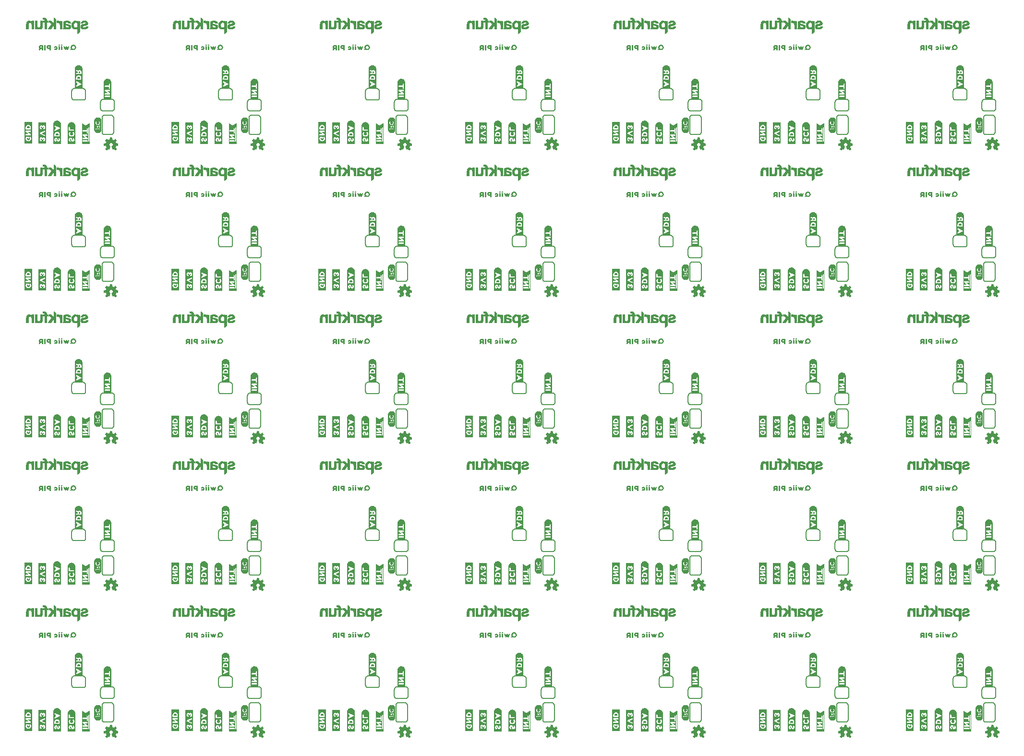
<source format=gbo>
G04 EAGLE Gerber RS-274X export*
G75*
%MOMM*%
%FSLAX34Y34*%
%LPD*%
%INSilkscreen Bottom*%
%IPPOS*%
%AMOC8*
5,1,8,0,0,1.08239X$1,22.5*%
G01*
%ADD10C,0.203200*%
%ADD11R,0.030000X1.830000*%
%ADD12R,0.030000X2.010000*%
%ADD13R,0.020000X2.130000*%
%ADD14R,0.040000X2.250000*%
%ADD15R,0.030000X2.310000*%
%ADD16R,0.030000X2.370000*%
%ADD17R,0.020000X2.430000*%
%ADD18R,0.030000X0.930000*%
%ADD19R,0.030000X0.540000*%
%ADD20R,0.030000X0.750000*%
%ADD21R,0.040000X0.570000*%
%ADD22R,0.040000X0.150000*%
%ADD23R,0.040000X0.390000*%
%ADD24R,0.040000X0.660000*%
%ADD25R,0.030000X0.570000*%
%ADD26R,0.030000X0.120000*%
%ADD27R,0.030000X0.300000*%
%ADD28R,0.030000X0.600000*%
%ADD29R,0.030000X0.240000*%
%ADD30R,0.030000X0.090000*%
%ADD31R,0.030000X0.210000*%
%ADD32R,0.040000X0.630000*%
%ADD33R,0.040000X0.090000*%
%ADD34R,0.040000X0.060000*%
%ADD35R,0.030000X0.630000*%
%ADD36R,0.030000X0.660000*%
%ADD37R,0.030000X0.270000*%
%ADD38R,0.030000X0.720000*%
%ADD39R,0.040000X0.120000*%
%ADD40R,0.040000X1.080000*%
%ADD41R,0.030000X1.110000*%
%ADD42R,0.030000X0.150000*%
%ADD43R,0.030000X1.140000*%
%ADD44R,0.040000X0.180000*%
%ADD45R,0.040000X1.140000*%
%ADD46R,0.030000X0.060000*%
%ADD47R,0.030000X0.030000*%
%ADD48R,0.040000X0.030000*%
%ADD49R,0.040000X1.110000*%
%ADD50R,0.030000X1.080000*%
%ADD51R,0.030000X0.690000*%
%ADD52R,0.040000X0.780000*%
%ADD53R,0.030000X0.870000*%
%ADD54R,0.030000X2.430000*%
%ADD55R,0.030000X2.250000*%
%ADD56R,0.030000X2.130000*%

G36*
X1467247Y376767D02*
X1467247Y376767D01*
X1467245Y376770D01*
X1467249Y376772D01*
X1467349Y377372D01*
X1467346Y377377D01*
X1467349Y377380D01*
X1467349Y411980D01*
X1467346Y411984D01*
X1467349Y411987D01*
X1467249Y412687D01*
X1467244Y412692D01*
X1467247Y412696D01*
X1467047Y413295D01*
X1466847Y413994D01*
X1466842Y413998D01*
X1466844Y414002D01*
X1466244Y415202D01*
X1466237Y415205D01*
X1466238Y415211D01*
X1465438Y416211D01*
X1465434Y416212D01*
X1465435Y416215D01*
X1464935Y416715D01*
X1464928Y416716D01*
X1464927Y416721D01*
X1464329Y417120D01*
X1463831Y417518D01*
X1463823Y417519D01*
X1463822Y417524D01*
X1463222Y417824D01*
X1463215Y417823D01*
X1463214Y417827D01*
X1462515Y418027D01*
X1461916Y418227D01*
X1461909Y418225D01*
X1461907Y418229D01*
X1461207Y418329D01*
X1461202Y418326D01*
X1461200Y418329D01*
X1459900Y418329D01*
X1459896Y418326D01*
X1459893Y418329D01*
X1459193Y418229D01*
X1459189Y418225D01*
X1459186Y418227D01*
X1458486Y418027D01*
X1458485Y418026D01*
X1458484Y418027D01*
X1457884Y417827D01*
X1457881Y417822D01*
X1457878Y417824D01*
X1457278Y417524D01*
X1457276Y417520D01*
X1457273Y417521D01*
X1456673Y417121D01*
X1456672Y417118D01*
X1456669Y417118D01*
X1455669Y416318D01*
X1455668Y416314D01*
X1455665Y416315D01*
X1455165Y415815D01*
X1455164Y415808D01*
X1455159Y415807D01*
X1454759Y415207D01*
X1454759Y415203D01*
X1454756Y415202D01*
X1454156Y414002D01*
X1454157Y413997D01*
X1454153Y413996D01*
X1453953Y413396D01*
X1453954Y413394D01*
X1453953Y413394D01*
X1453951Y413386D01*
X1453908Y413238D01*
X1453894Y413189D01*
X1453852Y413041D01*
X1453810Y412894D01*
X1453796Y412844D01*
X1453754Y412697D01*
X1453753Y412694D01*
X1453754Y412690D01*
X1453751Y412688D01*
X1453651Y412088D01*
X1453654Y412083D01*
X1453651Y412080D01*
X1453651Y376880D01*
X1453687Y376833D01*
X1453690Y376835D01*
X1453692Y376831D01*
X1454292Y376731D01*
X1454297Y376734D01*
X1454300Y376731D01*
X1467200Y376731D01*
X1467247Y376767D01*
G37*
G36*
X690007Y376767D02*
X690007Y376767D01*
X690005Y376770D01*
X690009Y376772D01*
X690109Y377372D01*
X690106Y377377D01*
X690109Y377380D01*
X690109Y411980D01*
X690106Y411984D01*
X690109Y411987D01*
X690009Y412687D01*
X690004Y412692D01*
X690007Y412696D01*
X689807Y413295D01*
X689607Y413994D01*
X689602Y413998D01*
X689604Y414002D01*
X689004Y415202D01*
X688997Y415205D01*
X688998Y415211D01*
X688198Y416211D01*
X688194Y416212D01*
X688195Y416215D01*
X687695Y416715D01*
X687688Y416716D01*
X687687Y416721D01*
X687089Y417120D01*
X686591Y417518D01*
X686583Y417519D01*
X686582Y417524D01*
X685982Y417824D01*
X685975Y417823D01*
X685974Y417827D01*
X685275Y418027D01*
X684676Y418227D01*
X684669Y418225D01*
X684667Y418229D01*
X683967Y418329D01*
X683962Y418326D01*
X683960Y418329D01*
X682660Y418329D01*
X682656Y418326D01*
X682653Y418329D01*
X681953Y418229D01*
X681949Y418225D01*
X681946Y418227D01*
X681246Y418027D01*
X681245Y418026D01*
X681244Y418027D01*
X680644Y417827D01*
X680641Y417822D01*
X680638Y417824D01*
X680038Y417524D01*
X680036Y417520D01*
X680033Y417521D01*
X679433Y417121D01*
X679432Y417118D01*
X679429Y417118D01*
X678429Y416318D01*
X678428Y416314D01*
X678425Y416315D01*
X677925Y415815D01*
X677924Y415808D01*
X677919Y415807D01*
X677519Y415207D01*
X677519Y415203D01*
X677516Y415202D01*
X676916Y414002D01*
X676917Y413997D01*
X676913Y413996D01*
X676713Y413396D01*
X676714Y413394D01*
X676713Y413394D01*
X676711Y413386D01*
X676668Y413238D01*
X676654Y413189D01*
X676612Y413041D01*
X676570Y412894D01*
X676556Y412844D01*
X676514Y412697D01*
X676513Y412694D01*
X676514Y412690D01*
X676511Y412688D01*
X676411Y412088D01*
X676414Y412083D01*
X676411Y412080D01*
X676411Y376880D01*
X676447Y376833D01*
X676450Y376835D01*
X676452Y376831D01*
X677052Y376731D01*
X677057Y376734D01*
X677060Y376731D01*
X689960Y376731D01*
X690007Y376767D01*
G37*
G36*
X1726327Y117687D02*
X1726327Y117687D01*
X1726325Y117690D01*
X1726329Y117692D01*
X1726429Y118292D01*
X1726426Y118297D01*
X1726429Y118300D01*
X1726429Y152900D01*
X1726426Y152904D01*
X1726429Y152907D01*
X1726329Y153607D01*
X1726324Y153612D01*
X1726327Y153616D01*
X1726127Y154215D01*
X1725927Y154914D01*
X1725922Y154918D01*
X1725924Y154922D01*
X1725324Y156122D01*
X1725317Y156125D01*
X1725318Y156131D01*
X1724518Y157131D01*
X1724514Y157132D01*
X1724515Y157135D01*
X1724015Y157635D01*
X1724008Y157636D01*
X1724007Y157641D01*
X1723409Y158040D01*
X1722911Y158438D01*
X1722903Y158439D01*
X1722902Y158444D01*
X1722302Y158744D01*
X1722295Y158743D01*
X1722294Y158747D01*
X1721595Y158947D01*
X1720996Y159147D01*
X1720989Y159145D01*
X1720987Y159149D01*
X1720287Y159249D01*
X1720282Y159246D01*
X1720280Y159249D01*
X1718980Y159249D01*
X1718976Y159246D01*
X1718973Y159249D01*
X1718273Y159149D01*
X1718269Y159145D01*
X1718266Y159147D01*
X1717566Y158947D01*
X1717565Y158946D01*
X1717564Y158947D01*
X1716964Y158747D01*
X1716961Y158742D01*
X1716958Y158744D01*
X1716358Y158444D01*
X1716356Y158440D01*
X1716353Y158441D01*
X1715753Y158041D01*
X1715752Y158038D01*
X1715749Y158038D01*
X1714749Y157238D01*
X1714748Y157234D01*
X1714745Y157235D01*
X1714245Y156735D01*
X1714244Y156728D01*
X1714239Y156727D01*
X1713839Y156127D01*
X1713839Y156123D01*
X1713836Y156122D01*
X1713236Y154922D01*
X1713237Y154917D01*
X1713233Y154916D01*
X1713033Y154316D01*
X1713034Y154314D01*
X1713033Y154314D01*
X1713031Y154306D01*
X1712988Y154158D01*
X1712974Y154109D01*
X1712932Y153961D01*
X1712890Y153814D01*
X1712876Y153764D01*
X1712834Y153617D01*
X1712833Y153614D01*
X1712834Y153610D01*
X1712831Y153608D01*
X1712731Y153008D01*
X1712734Y153003D01*
X1712731Y153000D01*
X1712731Y117800D01*
X1712767Y117753D01*
X1712770Y117755D01*
X1712772Y117751D01*
X1713372Y117651D01*
X1713377Y117654D01*
X1713380Y117651D01*
X1726280Y117651D01*
X1726327Y117687D01*
G37*
G36*
X171847Y117687D02*
X171847Y117687D01*
X171845Y117690D01*
X171849Y117692D01*
X171949Y118292D01*
X171946Y118297D01*
X171949Y118300D01*
X171949Y152900D01*
X171946Y152904D01*
X171949Y152907D01*
X171849Y153607D01*
X171844Y153612D01*
X171847Y153616D01*
X171647Y154215D01*
X171447Y154914D01*
X171442Y154918D01*
X171444Y154922D01*
X170844Y156122D01*
X170837Y156125D01*
X170838Y156131D01*
X170038Y157131D01*
X170034Y157132D01*
X170035Y157135D01*
X169535Y157635D01*
X169528Y157636D01*
X169527Y157641D01*
X168929Y158040D01*
X168431Y158438D01*
X168423Y158439D01*
X168422Y158444D01*
X167822Y158744D01*
X167815Y158743D01*
X167814Y158747D01*
X167115Y158947D01*
X166516Y159147D01*
X166509Y159145D01*
X166507Y159149D01*
X165807Y159249D01*
X165802Y159246D01*
X165800Y159249D01*
X164500Y159249D01*
X164496Y159246D01*
X164493Y159249D01*
X163793Y159149D01*
X163789Y159145D01*
X163786Y159147D01*
X163086Y158947D01*
X163085Y158946D01*
X163084Y158947D01*
X162484Y158747D01*
X162481Y158742D01*
X162478Y158744D01*
X161878Y158444D01*
X161876Y158440D01*
X161873Y158441D01*
X161273Y158041D01*
X161272Y158038D01*
X161269Y158038D01*
X160269Y157238D01*
X160268Y157234D01*
X160265Y157235D01*
X159765Y156735D01*
X159764Y156728D01*
X159759Y156727D01*
X159359Y156127D01*
X159359Y156123D01*
X159356Y156122D01*
X158756Y154922D01*
X158757Y154917D01*
X158753Y154916D01*
X158553Y154316D01*
X158554Y154314D01*
X158553Y154314D01*
X158551Y154306D01*
X158508Y154158D01*
X158494Y154109D01*
X158452Y153961D01*
X158410Y153814D01*
X158396Y153764D01*
X158354Y153617D01*
X158353Y153614D01*
X158354Y153610D01*
X158351Y153608D01*
X158251Y153008D01*
X158254Y153003D01*
X158251Y153000D01*
X158251Y117800D01*
X158287Y117753D01*
X158290Y117755D01*
X158292Y117751D01*
X158892Y117651D01*
X158897Y117654D01*
X158900Y117651D01*
X171800Y117651D01*
X171847Y117687D01*
G37*
G36*
X430927Y117687D02*
X430927Y117687D01*
X430925Y117690D01*
X430929Y117692D01*
X431029Y118292D01*
X431026Y118297D01*
X431029Y118300D01*
X431029Y152900D01*
X431026Y152904D01*
X431029Y152907D01*
X430929Y153607D01*
X430924Y153612D01*
X430927Y153616D01*
X430727Y154215D01*
X430527Y154914D01*
X430522Y154918D01*
X430524Y154922D01*
X429924Y156122D01*
X429917Y156125D01*
X429918Y156131D01*
X429118Y157131D01*
X429114Y157132D01*
X429115Y157135D01*
X428615Y157635D01*
X428608Y157636D01*
X428607Y157641D01*
X428009Y158040D01*
X427511Y158438D01*
X427503Y158439D01*
X427502Y158444D01*
X426902Y158744D01*
X426895Y158743D01*
X426894Y158747D01*
X426195Y158947D01*
X425596Y159147D01*
X425589Y159145D01*
X425587Y159149D01*
X424887Y159249D01*
X424882Y159246D01*
X424880Y159249D01*
X423580Y159249D01*
X423576Y159246D01*
X423573Y159249D01*
X422873Y159149D01*
X422869Y159145D01*
X422866Y159147D01*
X422166Y158947D01*
X422165Y158946D01*
X422164Y158947D01*
X421564Y158747D01*
X421561Y158742D01*
X421558Y158744D01*
X420958Y158444D01*
X420956Y158440D01*
X420953Y158441D01*
X420353Y158041D01*
X420352Y158038D01*
X420349Y158038D01*
X419349Y157238D01*
X419348Y157234D01*
X419345Y157235D01*
X418845Y156735D01*
X418844Y156728D01*
X418839Y156727D01*
X418439Y156127D01*
X418439Y156123D01*
X418436Y156122D01*
X417836Y154922D01*
X417837Y154917D01*
X417833Y154916D01*
X417633Y154316D01*
X417634Y154314D01*
X417633Y154314D01*
X417631Y154306D01*
X417588Y154158D01*
X417574Y154109D01*
X417532Y153961D01*
X417490Y153814D01*
X417476Y153764D01*
X417434Y153617D01*
X417433Y153614D01*
X417434Y153610D01*
X417431Y153608D01*
X417331Y153008D01*
X417334Y153003D01*
X417331Y153000D01*
X417331Y117800D01*
X417367Y117753D01*
X417370Y117755D01*
X417372Y117751D01*
X417972Y117651D01*
X417977Y117654D01*
X417980Y117651D01*
X430880Y117651D01*
X430927Y117687D01*
G37*
G36*
X690007Y117687D02*
X690007Y117687D01*
X690005Y117690D01*
X690009Y117692D01*
X690109Y118292D01*
X690106Y118297D01*
X690109Y118300D01*
X690109Y152900D01*
X690106Y152904D01*
X690109Y152907D01*
X690009Y153607D01*
X690004Y153612D01*
X690007Y153616D01*
X689807Y154215D01*
X689607Y154914D01*
X689602Y154918D01*
X689604Y154922D01*
X689004Y156122D01*
X688997Y156125D01*
X688998Y156131D01*
X688198Y157131D01*
X688194Y157132D01*
X688195Y157135D01*
X687695Y157635D01*
X687688Y157636D01*
X687687Y157641D01*
X687089Y158040D01*
X686591Y158438D01*
X686583Y158439D01*
X686582Y158444D01*
X685982Y158744D01*
X685975Y158743D01*
X685974Y158747D01*
X685275Y158947D01*
X684676Y159147D01*
X684669Y159145D01*
X684667Y159149D01*
X683967Y159249D01*
X683962Y159246D01*
X683960Y159249D01*
X682660Y159249D01*
X682656Y159246D01*
X682653Y159249D01*
X681953Y159149D01*
X681949Y159145D01*
X681946Y159147D01*
X681246Y158947D01*
X681245Y158946D01*
X681244Y158947D01*
X680644Y158747D01*
X680641Y158742D01*
X680638Y158744D01*
X680038Y158444D01*
X680036Y158440D01*
X680033Y158441D01*
X679433Y158041D01*
X679432Y158038D01*
X679429Y158038D01*
X678429Y157238D01*
X678428Y157234D01*
X678425Y157235D01*
X677925Y156735D01*
X677924Y156728D01*
X677919Y156727D01*
X677519Y156127D01*
X677519Y156123D01*
X677516Y156122D01*
X676916Y154922D01*
X676917Y154917D01*
X676913Y154916D01*
X676713Y154316D01*
X676714Y154314D01*
X676713Y154314D01*
X676711Y154306D01*
X676668Y154158D01*
X676654Y154109D01*
X676612Y153961D01*
X676570Y153814D01*
X676556Y153764D01*
X676514Y153617D01*
X676513Y153614D01*
X676514Y153610D01*
X676511Y153608D01*
X676411Y153008D01*
X676414Y153003D01*
X676411Y153000D01*
X676411Y117800D01*
X676447Y117753D01*
X676450Y117755D01*
X676452Y117751D01*
X677052Y117651D01*
X677057Y117654D01*
X677060Y117651D01*
X689960Y117651D01*
X690007Y117687D01*
G37*
G36*
X1208167Y117687D02*
X1208167Y117687D01*
X1208165Y117690D01*
X1208169Y117692D01*
X1208269Y118292D01*
X1208266Y118297D01*
X1208269Y118300D01*
X1208269Y152900D01*
X1208266Y152904D01*
X1208269Y152907D01*
X1208169Y153607D01*
X1208164Y153612D01*
X1208167Y153616D01*
X1207967Y154215D01*
X1207767Y154914D01*
X1207762Y154918D01*
X1207764Y154922D01*
X1207164Y156122D01*
X1207157Y156125D01*
X1207158Y156131D01*
X1206358Y157131D01*
X1206354Y157132D01*
X1206355Y157135D01*
X1205855Y157635D01*
X1205848Y157636D01*
X1205847Y157641D01*
X1205249Y158040D01*
X1204751Y158438D01*
X1204743Y158439D01*
X1204742Y158444D01*
X1204142Y158744D01*
X1204135Y158743D01*
X1204134Y158747D01*
X1203435Y158947D01*
X1202836Y159147D01*
X1202829Y159145D01*
X1202827Y159149D01*
X1202127Y159249D01*
X1202122Y159246D01*
X1202120Y159249D01*
X1200820Y159249D01*
X1200816Y159246D01*
X1200813Y159249D01*
X1200113Y159149D01*
X1200109Y159145D01*
X1200106Y159147D01*
X1199406Y158947D01*
X1199405Y158946D01*
X1199404Y158947D01*
X1198804Y158747D01*
X1198801Y158742D01*
X1198798Y158744D01*
X1198198Y158444D01*
X1198196Y158440D01*
X1198193Y158441D01*
X1197593Y158041D01*
X1197592Y158038D01*
X1197589Y158038D01*
X1196589Y157238D01*
X1196588Y157234D01*
X1196585Y157235D01*
X1196085Y156735D01*
X1196084Y156728D01*
X1196079Y156727D01*
X1195679Y156127D01*
X1195679Y156123D01*
X1195676Y156122D01*
X1195076Y154922D01*
X1195077Y154917D01*
X1195073Y154916D01*
X1194873Y154316D01*
X1194874Y154314D01*
X1194873Y154314D01*
X1194871Y154306D01*
X1194828Y154158D01*
X1194814Y154109D01*
X1194772Y153961D01*
X1194730Y153814D01*
X1194716Y153764D01*
X1194674Y153617D01*
X1194673Y153614D01*
X1194674Y153610D01*
X1194671Y153608D01*
X1194571Y153008D01*
X1194574Y153003D01*
X1194571Y153000D01*
X1194571Y117800D01*
X1194607Y117753D01*
X1194610Y117755D01*
X1194612Y117751D01*
X1195212Y117651D01*
X1195217Y117654D01*
X1195220Y117651D01*
X1208120Y117651D01*
X1208167Y117687D01*
G37*
G36*
X1208167Y1154007D02*
X1208167Y1154007D01*
X1208165Y1154010D01*
X1208169Y1154012D01*
X1208269Y1154612D01*
X1208266Y1154617D01*
X1208269Y1154620D01*
X1208269Y1189220D01*
X1208266Y1189224D01*
X1208269Y1189227D01*
X1208169Y1189927D01*
X1208164Y1189932D01*
X1208167Y1189936D01*
X1207967Y1190535D01*
X1207767Y1191234D01*
X1207762Y1191238D01*
X1207764Y1191242D01*
X1207164Y1192442D01*
X1207157Y1192445D01*
X1207158Y1192451D01*
X1206358Y1193451D01*
X1206354Y1193452D01*
X1206355Y1193455D01*
X1205855Y1193955D01*
X1205848Y1193956D01*
X1205847Y1193961D01*
X1205249Y1194360D01*
X1204751Y1194758D01*
X1204743Y1194759D01*
X1204742Y1194764D01*
X1204142Y1195064D01*
X1204135Y1195063D01*
X1204134Y1195067D01*
X1203435Y1195267D01*
X1202836Y1195467D01*
X1202829Y1195465D01*
X1202827Y1195469D01*
X1202127Y1195569D01*
X1202122Y1195566D01*
X1202120Y1195569D01*
X1200820Y1195569D01*
X1200816Y1195566D01*
X1200813Y1195569D01*
X1200113Y1195469D01*
X1200109Y1195465D01*
X1200106Y1195467D01*
X1199406Y1195267D01*
X1199405Y1195266D01*
X1199404Y1195267D01*
X1198804Y1195067D01*
X1198801Y1195062D01*
X1198798Y1195064D01*
X1198198Y1194764D01*
X1198196Y1194760D01*
X1198193Y1194761D01*
X1197593Y1194361D01*
X1197592Y1194358D01*
X1197589Y1194358D01*
X1196589Y1193558D01*
X1196588Y1193554D01*
X1196585Y1193555D01*
X1196085Y1193055D01*
X1196084Y1193048D01*
X1196079Y1193047D01*
X1195679Y1192447D01*
X1195679Y1192443D01*
X1195676Y1192442D01*
X1195076Y1191242D01*
X1195077Y1191237D01*
X1195073Y1191236D01*
X1194873Y1190636D01*
X1194874Y1190634D01*
X1194873Y1190634D01*
X1194871Y1190626D01*
X1194828Y1190478D01*
X1194814Y1190429D01*
X1194772Y1190281D01*
X1194730Y1190134D01*
X1194716Y1190084D01*
X1194674Y1189937D01*
X1194673Y1189934D01*
X1194674Y1189930D01*
X1194671Y1189928D01*
X1194571Y1189328D01*
X1194574Y1189323D01*
X1194571Y1189320D01*
X1194571Y1154120D01*
X1194607Y1154073D01*
X1194610Y1154075D01*
X1194612Y1154071D01*
X1195212Y1153971D01*
X1195217Y1153974D01*
X1195220Y1153971D01*
X1208120Y1153971D01*
X1208167Y1154007D01*
G37*
G36*
X171847Y635847D02*
X171847Y635847D01*
X171845Y635850D01*
X171849Y635852D01*
X171949Y636452D01*
X171946Y636457D01*
X171949Y636460D01*
X171949Y671060D01*
X171946Y671064D01*
X171949Y671067D01*
X171849Y671767D01*
X171844Y671772D01*
X171847Y671776D01*
X171647Y672375D01*
X171447Y673074D01*
X171442Y673078D01*
X171444Y673082D01*
X170844Y674282D01*
X170837Y674285D01*
X170838Y674291D01*
X170038Y675291D01*
X170034Y675292D01*
X170035Y675295D01*
X169535Y675795D01*
X169528Y675796D01*
X169527Y675801D01*
X168929Y676200D01*
X168431Y676598D01*
X168423Y676599D01*
X168422Y676604D01*
X167822Y676904D01*
X167815Y676903D01*
X167814Y676907D01*
X167115Y677107D01*
X166516Y677307D01*
X166509Y677305D01*
X166507Y677309D01*
X165807Y677409D01*
X165802Y677406D01*
X165800Y677409D01*
X164500Y677409D01*
X164496Y677406D01*
X164493Y677409D01*
X163793Y677309D01*
X163789Y677305D01*
X163786Y677307D01*
X163086Y677107D01*
X163085Y677106D01*
X163084Y677107D01*
X162484Y676907D01*
X162481Y676902D01*
X162478Y676904D01*
X161878Y676604D01*
X161876Y676600D01*
X161873Y676601D01*
X161273Y676201D01*
X161272Y676198D01*
X161269Y676198D01*
X160269Y675398D01*
X160268Y675394D01*
X160265Y675395D01*
X159765Y674895D01*
X159764Y674888D01*
X159759Y674887D01*
X159359Y674287D01*
X159359Y674283D01*
X159356Y674282D01*
X158756Y673082D01*
X158757Y673077D01*
X158753Y673076D01*
X158553Y672476D01*
X158554Y672474D01*
X158553Y672474D01*
X158551Y672466D01*
X158508Y672318D01*
X158494Y672269D01*
X158452Y672121D01*
X158410Y671974D01*
X158396Y671924D01*
X158354Y671777D01*
X158353Y671774D01*
X158354Y671770D01*
X158351Y671768D01*
X158251Y671168D01*
X158254Y671163D01*
X158251Y671160D01*
X158251Y635960D01*
X158287Y635913D01*
X158290Y635915D01*
X158292Y635911D01*
X158892Y635811D01*
X158897Y635814D01*
X158900Y635811D01*
X171800Y635811D01*
X171847Y635847D01*
G37*
G36*
X949087Y1154007D02*
X949087Y1154007D01*
X949085Y1154010D01*
X949089Y1154012D01*
X949189Y1154612D01*
X949186Y1154617D01*
X949189Y1154620D01*
X949189Y1189220D01*
X949186Y1189224D01*
X949189Y1189227D01*
X949089Y1189927D01*
X949084Y1189932D01*
X949087Y1189936D01*
X948887Y1190535D01*
X948687Y1191234D01*
X948682Y1191238D01*
X948684Y1191242D01*
X948084Y1192442D01*
X948077Y1192445D01*
X948078Y1192451D01*
X947278Y1193451D01*
X947274Y1193452D01*
X947275Y1193455D01*
X946775Y1193955D01*
X946768Y1193956D01*
X946767Y1193961D01*
X946169Y1194360D01*
X945671Y1194758D01*
X945663Y1194759D01*
X945662Y1194764D01*
X945062Y1195064D01*
X945055Y1195063D01*
X945054Y1195067D01*
X944355Y1195267D01*
X943756Y1195467D01*
X943749Y1195465D01*
X943747Y1195469D01*
X943047Y1195569D01*
X943042Y1195566D01*
X943040Y1195569D01*
X941740Y1195569D01*
X941736Y1195566D01*
X941733Y1195569D01*
X941033Y1195469D01*
X941029Y1195465D01*
X941026Y1195467D01*
X940326Y1195267D01*
X940325Y1195266D01*
X940324Y1195267D01*
X939724Y1195067D01*
X939721Y1195062D01*
X939718Y1195064D01*
X939118Y1194764D01*
X939116Y1194760D01*
X939113Y1194761D01*
X938513Y1194361D01*
X938512Y1194358D01*
X938509Y1194358D01*
X937509Y1193558D01*
X937508Y1193554D01*
X937505Y1193555D01*
X937005Y1193055D01*
X937004Y1193048D01*
X936999Y1193047D01*
X936599Y1192447D01*
X936599Y1192443D01*
X936596Y1192442D01*
X935996Y1191242D01*
X935997Y1191237D01*
X935993Y1191236D01*
X935793Y1190636D01*
X935794Y1190634D01*
X935793Y1190634D01*
X935791Y1190626D01*
X935748Y1190478D01*
X935734Y1190429D01*
X935692Y1190281D01*
X935650Y1190134D01*
X935636Y1190084D01*
X935594Y1189937D01*
X935593Y1189934D01*
X935594Y1189930D01*
X935591Y1189928D01*
X935491Y1189328D01*
X935494Y1189323D01*
X935491Y1189320D01*
X935491Y1154120D01*
X935527Y1154073D01*
X935530Y1154075D01*
X935532Y1154071D01*
X936132Y1153971D01*
X936137Y1153974D01*
X936140Y1153971D01*
X949040Y1153971D01*
X949087Y1154007D01*
G37*
G36*
X690007Y1154007D02*
X690007Y1154007D01*
X690005Y1154010D01*
X690009Y1154012D01*
X690109Y1154612D01*
X690106Y1154617D01*
X690109Y1154620D01*
X690109Y1189220D01*
X690106Y1189224D01*
X690109Y1189227D01*
X690009Y1189927D01*
X690004Y1189932D01*
X690007Y1189936D01*
X689807Y1190535D01*
X689607Y1191234D01*
X689602Y1191238D01*
X689604Y1191242D01*
X689004Y1192442D01*
X688997Y1192445D01*
X688998Y1192451D01*
X688198Y1193451D01*
X688194Y1193452D01*
X688195Y1193455D01*
X687695Y1193955D01*
X687688Y1193956D01*
X687687Y1193961D01*
X687089Y1194360D01*
X686591Y1194758D01*
X686583Y1194759D01*
X686582Y1194764D01*
X685982Y1195064D01*
X685975Y1195063D01*
X685974Y1195067D01*
X685275Y1195267D01*
X684676Y1195467D01*
X684669Y1195465D01*
X684667Y1195469D01*
X683967Y1195569D01*
X683962Y1195566D01*
X683960Y1195569D01*
X682660Y1195569D01*
X682656Y1195566D01*
X682653Y1195569D01*
X681953Y1195469D01*
X681949Y1195465D01*
X681946Y1195467D01*
X681246Y1195267D01*
X681245Y1195266D01*
X681244Y1195267D01*
X680644Y1195067D01*
X680641Y1195062D01*
X680638Y1195064D01*
X680038Y1194764D01*
X680036Y1194760D01*
X680033Y1194761D01*
X679433Y1194361D01*
X679432Y1194358D01*
X679429Y1194358D01*
X678429Y1193558D01*
X678428Y1193554D01*
X678425Y1193555D01*
X677925Y1193055D01*
X677924Y1193048D01*
X677919Y1193047D01*
X677519Y1192447D01*
X677519Y1192443D01*
X677516Y1192442D01*
X676916Y1191242D01*
X676917Y1191237D01*
X676913Y1191236D01*
X676713Y1190636D01*
X676714Y1190634D01*
X676713Y1190634D01*
X676711Y1190626D01*
X676668Y1190478D01*
X676654Y1190429D01*
X676612Y1190281D01*
X676570Y1190134D01*
X676556Y1190084D01*
X676514Y1189937D01*
X676513Y1189934D01*
X676514Y1189930D01*
X676511Y1189928D01*
X676411Y1189328D01*
X676414Y1189323D01*
X676411Y1189320D01*
X676411Y1154120D01*
X676447Y1154073D01*
X676450Y1154075D01*
X676452Y1154071D01*
X677052Y1153971D01*
X677057Y1153974D01*
X677060Y1153971D01*
X689960Y1153971D01*
X690007Y1154007D01*
G37*
G36*
X430927Y1154007D02*
X430927Y1154007D01*
X430925Y1154010D01*
X430929Y1154012D01*
X431029Y1154612D01*
X431026Y1154617D01*
X431029Y1154620D01*
X431029Y1189220D01*
X431026Y1189224D01*
X431029Y1189227D01*
X430929Y1189927D01*
X430924Y1189932D01*
X430927Y1189936D01*
X430727Y1190535D01*
X430527Y1191234D01*
X430522Y1191238D01*
X430524Y1191242D01*
X429924Y1192442D01*
X429917Y1192445D01*
X429918Y1192451D01*
X429118Y1193451D01*
X429114Y1193452D01*
X429115Y1193455D01*
X428615Y1193955D01*
X428608Y1193956D01*
X428607Y1193961D01*
X428009Y1194360D01*
X427511Y1194758D01*
X427503Y1194759D01*
X427502Y1194764D01*
X426902Y1195064D01*
X426895Y1195063D01*
X426894Y1195067D01*
X426195Y1195267D01*
X425596Y1195467D01*
X425589Y1195465D01*
X425587Y1195469D01*
X424887Y1195569D01*
X424882Y1195566D01*
X424880Y1195569D01*
X423580Y1195569D01*
X423576Y1195566D01*
X423573Y1195569D01*
X422873Y1195469D01*
X422869Y1195465D01*
X422866Y1195467D01*
X422166Y1195267D01*
X422165Y1195266D01*
X422164Y1195267D01*
X421564Y1195067D01*
X421561Y1195062D01*
X421558Y1195064D01*
X420958Y1194764D01*
X420956Y1194760D01*
X420953Y1194761D01*
X420353Y1194361D01*
X420352Y1194358D01*
X420349Y1194358D01*
X419349Y1193558D01*
X419348Y1193554D01*
X419345Y1193555D01*
X418845Y1193055D01*
X418844Y1193048D01*
X418839Y1193047D01*
X418439Y1192447D01*
X418439Y1192443D01*
X418436Y1192442D01*
X417836Y1191242D01*
X417837Y1191237D01*
X417833Y1191236D01*
X417633Y1190636D01*
X417634Y1190634D01*
X417633Y1190634D01*
X417631Y1190626D01*
X417588Y1190478D01*
X417574Y1190429D01*
X417532Y1190281D01*
X417490Y1190134D01*
X417476Y1190084D01*
X417434Y1189937D01*
X417433Y1189934D01*
X417434Y1189930D01*
X417431Y1189928D01*
X417331Y1189328D01*
X417334Y1189323D01*
X417331Y1189320D01*
X417331Y1154120D01*
X417367Y1154073D01*
X417370Y1154075D01*
X417372Y1154071D01*
X417972Y1153971D01*
X417977Y1153974D01*
X417980Y1153971D01*
X430880Y1153971D01*
X430927Y1154007D01*
G37*
G36*
X1467247Y1154007D02*
X1467247Y1154007D01*
X1467245Y1154010D01*
X1467249Y1154012D01*
X1467349Y1154612D01*
X1467346Y1154617D01*
X1467349Y1154620D01*
X1467349Y1189220D01*
X1467346Y1189224D01*
X1467349Y1189227D01*
X1467249Y1189927D01*
X1467244Y1189932D01*
X1467247Y1189936D01*
X1467047Y1190535D01*
X1466847Y1191234D01*
X1466842Y1191238D01*
X1466844Y1191242D01*
X1466244Y1192442D01*
X1466237Y1192445D01*
X1466238Y1192451D01*
X1465438Y1193451D01*
X1465434Y1193452D01*
X1465435Y1193455D01*
X1464935Y1193955D01*
X1464928Y1193956D01*
X1464927Y1193961D01*
X1464329Y1194360D01*
X1463831Y1194758D01*
X1463823Y1194759D01*
X1463822Y1194764D01*
X1463222Y1195064D01*
X1463215Y1195063D01*
X1463214Y1195067D01*
X1462515Y1195267D01*
X1461916Y1195467D01*
X1461909Y1195465D01*
X1461907Y1195469D01*
X1461207Y1195569D01*
X1461202Y1195566D01*
X1461200Y1195569D01*
X1459900Y1195569D01*
X1459896Y1195566D01*
X1459893Y1195569D01*
X1459193Y1195469D01*
X1459189Y1195465D01*
X1459186Y1195467D01*
X1458486Y1195267D01*
X1458485Y1195266D01*
X1458484Y1195267D01*
X1457884Y1195067D01*
X1457881Y1195062D01*
X1457878Y1195064D01*
X1457278Y1194764D01*
X1457276Y1194760D01*
X1457273Y1194761D01*
X1456673Y1194361D01*
X1456672Y1194358D01*
X1456669Y1194358D01*
X1455669Y1193558D01*
X1455668Y1193554D01*
X1455665Y1193555D01*
X1455165Y1193055D01*
X1455164Y1193048D01*
X1455159Y1193047D01*
X1454759Y1192447D01*
X1454759Y1192443D01*
X1454756Y1192442D01*
X1454156Y1191242D01*
X1454157Y1191237D01*
X1454153Y1191236D01*
X1453953Y1190636D01*
X1453954Y1190634D01*
X1453953Y1190634D01*
X1453951Y1190626D01*
X1453908Y1190478D01*
X1453894Y1190429D01*
X1453852Y1190281D01*
X1453810Y1190134D01*
X1453796Y1190084D01*
X1453754Y1189937D01*
X1453753Y1189934D01*
X1453754Y1189930D01*
X1453751Y1189928D01*
X1453651Y1189328D01*
X1453654Y1189323D01*
X1453651Y1189320D01*
X1453651Y1154120D01*
X1453687Y1154073D01*
X1453690Y1154075D01*
X1453692Y1154071D01*
X1454292Y1153971D01*
X1454297Y1153974D01*
X1454300Y1153971D01*
X1467200Y1153971D01*
X1467247Y1154007D01*
G37*
G36*
X690007Y635847D02*
X690007Y635847D01*
X690005Y635850D01*
X690009Y635852D01*
X690109Y636452D01*
X690106Y636457D01*
X690109Y636460D01*
X690109Y671060D01*
X690106Y671064D01*
X690109Y671067D01*
X690009Y671767D01*
X690004Y671772D01*
X690007Y671776D01*
X689807Y672375D01*
X689607Y673074D01*
X689602Y673078D01*
X689604Y673082D01*
X689004Y674282D01*
X688997Y674285D01*
X688998Y674291D01*
X688198Y675291D01*
X688194Y675292D01*
X688195Y675295D01*
X687695Y675795D01*
X687688Y675796D01*
X687687Y675801D01*
X687089Y676200D01*
X686591Y676598D01*
X686583Y676599D01*
X686582Y676604D01*
X685982Y676904D01*
X685975Y676903D01*
X685974Y676907D01*
X685275Y677107D01*
X684676Y677307D01*
X684669Y677305D01*
X684667Y677309D01*
X683967Y677409D01*
X683962Y677406D01*
X683960Y677409D01*
X682660Y677409D01*
X682656Y677406D01*
X682653Y677409D01*
X681953Y677309D01*
X681949Y677305D01*
X681946Y677307D01*
X681246Y677107D01*
X681245Y677106D01*
X681244Y677107D01*
X680644Y676907D01*
X680641Y676902D01*
X680638Y676904D01*
X680038Y676604D01*
X680036Y676600D01*
X680033Y676601D01*
X679433Y676201D01*
X679432Y676198D01*
X679429Y676198D01*
X678429Y675398D01*
X678428Y675394D01*
X678425Y675395D01*
X677925Y674895D01*
X677924Y674888D01*
X677919Y674887D01*
X677519Y674287D01*
X677519Y674283D01*
X677516Y674282D01*
X676916Y673082D01*
X676917Y673077D01*
X676913Y673076D01*
X676713Y672476D01*
X676714Y672474D01*
X676713Y672474D01*
X676711Y672466D01*
X676668Y672318D01*
X676654Y672269D01*
X676612Y672121D01*
X676570Y671974D01*
X676556Y671924D01*
X676514Y671777D01*
X676513Y671774D01*
X676514Y671770D01*
X676511Y671768D01*
X676411Y671168D01*
X676414Y671163D01*
X676411Y671160D01*
X676411Y635960D01*
X676447Y635913D01*
X676450Y635915D01*
X676452Y635911D01*
X677052Y635811D01*
X677057Y635814D01*
X677060Y635811D01*
X689960Y635811D01*
X690007Y635847D01*
G37*
G36*
X1208167Y635847D02*
X1208167Y635847D01*
X1208165Y635850D01*
X1208169Y635852D01*
X1208269Y636452D01*
X1208266Y636457D01*
X1208269Y636460D01*
X1208269Y671060D01*
X1208266Y671064D01*
X1208269Y671067D01*
X1208169Y671767D01*
X1208164Y671772D01*
X1208167Y671776D01*
X1207967Y672375D01*
X1207767Y673074D01*
X1207762Y673078D01*
X1207764Y673082D01*
X1207164Y674282D01*
X1207157Y674285D01*
X1207158Y674291D01*
X1206358Y675291D01*
X1206354Y675292D01*
X1206355Y675295D01*
X1205855Y675795D01*
X1205848Y675796D01*
X1205847Y675801D01*
X1205249Y676200D01*
X1204751Y676598D01*
X1204743Y676599D01*
X1204742Y676604D01*
X1204142Y676904D01*
X1204135Y676903D01*
X1204134Y676907D01*
X1203435Y677107D01*
X1202836Y677307D01*
X1202829Y677305D01*
X1202827Y677309D01*
X1202127Y677409D01*
X1202122Y677406D01*
X1202120Y677409D01*
X1200820Y677409D01*
X1200816Y677406D01*
X1200813Y677409D01*
X1200113Y677309D01*
X1200109Y677305D01*
X1200106Y677307D01*
X1199406Y677107D01*
X1199405Y677106D01*
X1199404Y677107D01*
X1198804Y676907D01*
X1198801Y676902D01*
X1198798Y676904D01*
X1198198Y676604D01*
X1198196Y676600D01*
X1198193Y676601D01*
X1197593Y676201D01*
X1197592Y676198D01*
X1197589Y676198D01*
X1196589Y675398D01*
X1196588Y675394D01*
X1196585Y675395D01*
X1196085Y674895D01*
X1196084Y674888D01*
X1196079Y674887D01*
X1195679Y674287D01*
X1195679Y674283D01*
X1195676Y674282D01*
X1195076Y673082D01*
X1195077Y673077D01*
X1195073Y673076D01*
X1194873Y672476D01*
X1194874Y672474D01*
X1194873Y672474D01*
X1194871Y672466D01*
X1194828Y672318D01*
X1194814Y672269D01*
X1194772Y672121D01*
X1194730Y671974D01*
X1194716Y671924D01*
X1194674Y671777D01*
X1194673Y671774D01*
X1194674Y671770D01*
X1194671Y671768D01*
X1194571Y671168D01*
X1194574Y671163D01*
X1194571Y671160D01*
X1194571Y635960D01*
X1194607Y635913D01*
X1194610Y635915D01*
X1194612Y635911D01*
X1195212Y635811D01*
X1195217Y635814D01*
X1195220Y635811D01*
X1208120Y635811D01*
X1208167Y635847D01*
G37*
G36*
X949087Y635847D02*
X949087Y635847D01*
X949085Y635850D01*
X949089Y635852D01*
X949189Y636452D01*
X949186Y636457D01*
X949189Y636460D01*
X949189Y671060D01*
X949186Y671064D01*
X949189Y671067D01*
X949089Y671767D01*
X949084Y671772D01*
X949087Y671776D01*
X948887Y672375D01*
X948687Y673074D01*
X948682Y673078D01*
X948684Y673082D01*
X948084Y674282D01*
X948077Y674285D01*
X948078Y674291D01*
X947278Y675291D01*
X947274Y675292D01*
X947275Y675295D01*
X946775Y675795D01*
X946768Y675796D01*
X946767Y675801D01*
X946169Y676200D01*
X945671Y676598D01*
X945663Y676599D01*
X945662Y676604D01*
X945062Y676904D01*
X945055Y676903D01*
X945054Y676907D01*
X944355Y677107D01*
X943756Y677307D01*
X943749Y677305D01*
X943747Y677309D01*
X943047Y677409D01*
X943042Y677406D01*
X943040Y677409D01*
X941740Y677409D01*
X941736Y677406D01*
X941733Y677409D01*
X941033Y677309D01*
X941029Y677305D01*
X941026Y677307D01*
X940326Y677107D01*
X940325Y677106D01*
X940324Y677107D01*
X939724Y676907D01*
X939721Y676902D01*
X939718Y676904D01*
X939118Y676604D01*
X939116Y676600D01*
X939113Y676601D01*
X938513Y676201D01*
X938512Y676198D01*
X938509Y676198D01*
X937509Y675398D01*
X937508Y675394D01*
X937505Y675395D01*
X937005Y674895D01*
X937004Y674888D01*
X936999Y674887D01*
X936599Y674287D01*
X936599Y674283D01*
X936596Y674282D01*
X935996Y673082D01*
X935997Y673077D01*
X935993Y673076D01*
X935793Y672476D01*
X935794Y672474D01*
X935793Y672474D01*
X935791Y672466D01*
X935748Y672318D01*
X935734Y672269D01*
X935692Y672121D01*
X935650Y671974D01*
X935636Y671924D01*
X935594Y671777D01*
X935593Y671774D01*
X935594Y671770D01*
X935591Y671768D01*
X935491Y671168D01*
X935494Y671163D01*
X935491Y671160D01*
X935491Y635960D01*
X935527Y635913D01*
X935530Y635915D01*
X935532Y635911D01*
X936132Y635811D01*
X936137Y635814D01*
X936140Y635811D01*
X949040Y635811D01*
X949087Y635847D01*
G37*
G36*
X1467247Y894927D02*
X1467247Y894927D01*
X1467245Y894930D01*
X1467249Y894932D01*
X1467349Y895532D01*
X1467346Y895537D01*
X1467349Y895540D01*
X1467349Y930140D01*
X1467346Y930144D01*
X1467349Y930147D01*
X1467249Y930847D01*
X1467244Y930852D01*
X1467247Y930856D01*
X1467047Y931455D01*
X1466847Y932154D01*
X1466842Y932158D01*
X1466844Y932162D01*
X1466244Y933362D01*
X1466237Y933365D01*
X1466238Y933371D01*
X1465438Y934371D01*
X1465434Y934372D01*
X1465435Y934375D01*
X1464935Y934875D01*
X1464928Y934876D01*
X1464927Y934881D01*
X1464329Y935280D01*
X1463831Y935678D01*
X1463823Y935679D01*
X1463822Y935684D01*
X1463222Y935984D01*
X1463215Y935983D01*
X1463214Y935987D01*
X1462515Y936187D01*
X1461916Y936387D01*
X1461909Y936385D01*
X1461907Y936389D01*
X1461207Y936489D01*
X1461202Y936486D01*
X1461200Y936489D01*
X1459900Y936489D01*
X1459896Y936486D01*
X1459893Y936489D01*
X1459193Y936389D01*
X1459189Y936385D01*
X1459186Y936387D01*
X1458486Y936187D01*
X1458485Y936186D01*
X1458484Y936187D01*
X1457884Y935987D01*
X1457881Y935982D01*
X1457878Y935984D01*
X1457278Y935684D01*
X1457276Y935680D01*
X1457273Y935681D01*
X1456673Y935281D01*
X1456672Y935278D01*
X1456669Y935278D01*
X1455669Y934478D01*
X1455668Y934474D01*
X1455665Y934475D01*
X1455165Y933975D01*
X1455164Y933968D01*
X1455159Y933967D01*
X1454759Y933367D01*
X1454759Y933363D01*
X1454756Y933362D01*
X1454156Y932162D01*
X1454157Y932157D01*
X1454153Y932156D01*
X1453953Y931556D01*
X1453954Y931554D01*
X1453953Y931554D01*
X1453951Y931546D01*
X1453908Y931398D01*
X1453894Y931349D01*
X1453852Y931201D01*
X1453810Y931054D01*
X1453796Y931004D01*
X1453754Y930857D01*
X1453753Y930854D01*
X1453754Y930850D01*
X1453751Y930848D01*
X1453651Y930248D01*
X1453654Y930243D01*
X1453651Y930240D01*
X1453651Y895040D01*
X1453687Y894993D01*
X1453690Y894995D01*
X1453692Y894991D01*
X1454292Y894891D01*
X1454297Y894894D01*
X1454300Y894891D01*
X1467200Y894891D01*
X1467247Y894927D01*
G37*
G36*
X1467247Y635847D02*
X1467247Y635847D01*
X1467245Y635850D01*
X1467249Y635852D01*
X1467349Y636452D01*
X1467346Y636457D01*
X1467349Y636460D01*
X1467349Y671060D01*
X1467346Y671064D01*
X1467349Y671067D01*
X1467249Y671767D01*
X1467244Y671772D01*
X1467247Y671776D01*
X1467047Y672375D01*
X1466847Y673074D01*
X1466842Y673078D01*
X1466844Y673082D01*
X1466244Y674282D01*
X1466237Y674285D01*
X1466238Y674291D01*
X1465438Y675291D01*
X1465434Y675292D01*
X1465435Y675295D01*
X1464935Y675795D01*
X1464928Y675796D01*
X1464927Y675801D01*
X1464329Y676200D01*
X1463831Y676598D01*
X1463823Y676599D01*
X1463822Y676604D01*
X1463222Y676904D01*
X1463215Y676903D01*
X1463214Y676907D01*
X1462515Y677107D01*
X1461916Y677307D01*
X1461909Y677305D01*
X1461907Y677309D01*
X1461207Y677409D01*
X1461202Y677406D01*
X1461200Y677409D01*
X1459900Y677409D01*
X1459896Y677406D01*
X1459893Y677409D01*
X1459193Y677309D01*
X1459189Y677305D01*
X1459186Y677307D01*
X1458486Y677107D01*
X1458485Y677106D01*
X1458484Y677107D01*
X1457884Y676907D01*
X1457881Y676902D01*
X1457878Y676904D01*
X1457278Y676604D01*
X1457276Y676600D01*
X1457273Y676601D01*
X1456673Y676201D01*
X1456672Y676198D01*
X1456669Y676198D01*
X1455669Y675398D01*
X1455668Y675394D01*
X1455665Y675395D01*
X1455165Y674895D01*
X1455164Y674888D01*
X1455159Y674887D01*
X1454759Y674287D01*
X1454759Y674283D01*
X1454756Y674282D01*
X1454156Y673082D01*
X1454157Y673077D01*
X1454153Y673076D01*
X1453953Y672476D01*
X1453954Y672474D01*
X1453953Y672474D01*
X1453951Y672466D01*
X1453908Y672318D01*
X1453894Y672269D01*
X1453852Y672121D01*
X1453810Y671974D01*
X1453796Y671924D01*
X1453754Y671777D01*
X1453753Y671774D01*
X1453754Y671770D01*
X1453751Y671768D01*
X1453651Y671168D01*
X1453654Y671163D01*
X1453651Y671160D01*
X1453651Y635960D01*
X1453687Y635913D01*
X1453690Y635915D01*
X1453692Y635911D01*
X1454292Y635811D01*
X1454297Y635814D01*
X1454300Y635811D01*
X1467200Y635811D01*
X1467247Y635847D01*
G37*
G36*
X171847Y1154007D02*
X171847Y1154007D01*
X171845Y1154010D01*
X171849Y1154012D01*
X171949Y1154612D01*
X171946Y1154617D01*
X171949Y1154620D01*
X171949Y1189220D01*
X171946Y1189224D01*
X171949Y1189227D01*
X171849Y1189927D01*
X171844Y1189932D01*
X171847Y1189936D01*
X171647Y1190535D01*
X171447Y1191234D01*
X171442Y1191238D01*
X171444Y1191242D01*
X170844Y1192442D01*
X170837Y1192445D01*
X170838Y1192451D01*
X170038Y1193451D01*
X170034Y1193452D01*
X170035Y1193455D01*
X169535Y1193955D01*
X169528Y1193956D01*
X169527Y1193961D01*
X168929Y1194360D01*
X168431Y1194758D01*
X168423Y1194759D01*
X168422Y1194764D01*
X167822Y1195064D01*
X167815Y1195063D01*
X167814Y1195067D01*
X167115Y1195267D01*
X166516Y1195467D01*
X166509Y1195465D01*
X166507Y1195469D01*
X165807Y1195569D01*
X165802Y1195566D01*
X165800Y1195569D01*
X164500Y1195569D01*
X164496Y1195566D01*
X164493Y1195569D01*
X163793Y1195469D01*
X163789Y1195465D01*
X163786Y1195467D01*
X163086Y1195267D01*
X163085Y1195266D01*
X163084Y1195267D01*
X162484Y1195067D01*
X162481Y1195062D01*
X162478Y1195064D01*
X161878Y1194764D01*
X161876Y1194760D01*
X161873Y1194761D01*
X161273Y1194361D01*
X161272Y1194358D01*
X161269Y1194358D01*
X160269Y1193558D01*
X160268Y1193554D01*
X160265Y1193555D01*
X159765Y1193055D01*
X159764Y1193048D01*
X159759Y1193047D01*
X159359Y1192447D01*
X159359Y1192443D01*
X159356Y1192442D01*
X158756Y1191242D01*
X158757Y1191237D01*
X158753Y1191236D01*
X158553Y1190636D01*
X158554Y1190634D01*
X158553Y1190634D01*
X158551Y1190626D01*
X158508Y1190478D01*
X158494Y1190429D01*
X158452Y1190281D01*
X158410Y1190134D01*
X158396Y1190084D01*
X158354Y1189937D01*
X158353Y1189934D01*
X158354Y1189930D01*
X158351Y1189928D01*
X158251Y1189328D01*
X158254Y1189323D01*
X158251Y1189320D01*
X158251Y1154120D01*
X158287Y1154073D01*
X158290Y1154075D01*
X158292Y1154071D01*
X158892Y1153971D01*
X158897Y1153974D01*
X158900Y1153971D01*
X171800Y1153971D01*
X171847Y1154007D01*
G37*
G36*
X1726327Y1154007D02*
X1726327Y1154007D01*
X1726325Y1154010D01*
X1726329Y1154012D01*
X1726429Y1154612D01*
X1726426Y1154617D01*
X1726429Y1154620D01*
X1726429Y1189220D01*
X1726426Y1189224D01*
X1726429Y1189227D01*
X1726329Y1189927D01*
X1726324Y1189932D01*
X1726327Y1189936D01*
X1726127Y1190535D01*
X1725927Y1191234D01*
X1725922Y1191238D01*
X1725924Y1191242D01*
X1725324Y1192442D01*
X1725317Y1192445D01*
X1725318Y1192451D01*
X1724518Y1193451D01*
X1724514Y1193452D01*
X1724515Y1193455D01*
X1724015Y1193955D01*
X1724008Y1193956D01*
X1724007Y1193961D01*
X1723409Y1194360D01*
X1722911Y1194758D01*
X1722903Y1194759D01*
X1722902Y1194764D01*
X1722302Y1195064D01*
X1722295Y1195063D01*
X1722294Y1195067D01*
X1721595Y1195267D01*
X1720996Y1195467D01*
X1720989Y1195465D01*
X1720987Y1195469D01*
X1720287Y1195569D01*
X1720282Y1195566D01*
X1720280Y1195569D01*
X1718980Y1195569D01*
X1718976Y1195566D01*
X1718973Y1195569D01*
X1718273Y1195469D01*
X1718269Y1195465D01*
X1718266Y1195467D01*
X1717566Y1195267D01*
X1717565Y1195266D01*
X1717564Y1195267D01*
X1716964Y1195067D01*
X1716961Y1195062D01*
X1716958Y1195064D01*
X1716358Y1194764D01*
X1716356Y1194760D01*
X1716353Y1194761D01*
X1715753Y1194361D01*
X1715752Y1194358D01*
X1715749Y1194358D01*
X1714749Y1193558D01*
X1714748Y1193554D01*
X1714745Y1193555D01*
X1714245Y1193055D01*
X1714244Y1193048D01*
X1714239Y1193047D01*
X1713839Y1192447D01*
X1713839Y1192443D01*
X1713836Y1192442D01*
X1713236Y1191242D01*
X1713237Y1191237D01*
X1713233Y1191236D01*
X1713033Y1190636D01*
X1713034Y1190634D01*
X1713033Y1190634D01*
X1713031Y1190626D01*
X1712988Y1190478D01*
X1712974Y1190429D01*
X1712932Y1190281D01*
X1712890Y1190134D01*
X1712876Y1190084D01*
X1712834Y1189937D01*
X1712833Y1189934D01*
X1712834Y1189930D01*
X1712831Y1189928D01*
X1712731Y1189328D01*
X1712734Y1189323D01*
X1712731Y1189320D01*
X1712731Y1154120D01*
X1712767Y1154073D01*
X1712770Y1154075D01*
X1712772Y1154071D01*
X1713372Y1153971D01*
X1713377Y1153974D01*
X1713380Y1153971D01*
X1726280Y1153971D01*
X1726327Y1154007D01*
G37*
G36*
X1726327Y894927D02*
X1726327Y894927D01*
X1726325Y894930D01*
X1726329Y894932D01*
X1726429Y895532D01*
X1726426Y895537D01*
X1726429Y895540D01*
X1726429Y930140D01*
X1726426Y930144D01*
X1726429Y930147D01*
X1726329Y930847D01*
X1726324Y930852D01*
X1726327Y930856D01*
X1726127Y931455D01*
X1725927Y932154D01*
X1725922Y932158D01*
X1725924Y932162D01*
X1725324Y933362D01*
X1725317Y933365D01*
X1725318Y933371D01*
X1724518Y934371D01*
X1724514Y934372D01*
X1724515Y934375D01*
X1724015Y934875D01*
X1724008Y934876D01*
X1724007Y934881D01*
X1723409Y935280D01*
X1722911Y935678D01*
X1722903Y935679D01*
X1722902Y935684D01*
X1722302Y935984D01*
X1722295Y935983D01*
X1722294Y935987D01*
X1721595Y936187D01*
X1720996Y936387D01*
X1720989Y936385D01*
X1720987Y936389D01*
X1720287Y936489D01*
X1720282Y936486D01*
X1720280Y936489D01*
X1718980Y936489D01*
X1718976Y936486D01*
X1718973Y936489D01*
X1718273Y936389D01*
X1718269Y936385D01*
X1718266Y936387D01*
X1717566Y936187D01*
X1717565Y936186D01*
X1717564Y936187D01*
X1716964Y935987D01*
X1716961Y935982D01*
X1716958Y935984D01*
X1716358Y935684D01*
X1716356Y935680D01*
X1716353Y935681D01*
X1715753Y935281D01*
X1715752Y935278D01*
X1715749Y935278D01*
X1714749Y934478D01*
X1714748Y934474D01*
X1714745Y934475D01*
X1714245Y933975D01*
X1714244Y933968D01*
X1714239Y933967D01*
X1713839Y933367D01*
X1713839Y933363D01*
X1713836Y933362D01*
X1713236Y932162D01*
X1713237Y932157D01*
X1713233Y932156D01*
X1713033Y931556D01*
X1713034Y931554D01*
X1713033Y931554D01*
X1713031Y931546D01*
X1712988Y931398D01*
X1712974Y931349D01*
X1712932Y931201D01*
X1712890Y931054D01*
X1712876Y931004D01*
X1712834Y930857D01*
X1712833Y930854D01*
X1712834Y930850D01*
X1712831Y930848D01*
X1712731Y930248D01*
X1712734Y930243D01*
X1712731Y930240D01*
X1712731Y895040D01*
X1712767Y894993D01*
X1712770Y894995D01*
X1712772Y894991D01*
X1713372Y894891D01*
X1713377Y894894D01*
X1713380Y894891D01*
X1726280Y894891D01*
X1726327Y894927D01*
G37*
G36*
X690007Y894927D02*
X690007Y894927D01*
X690005Y894930D01*
X690009Y894932D01*
X690109Y895532D01*
X690106Y895537D01*
X690109Y895540D01*
X690109Y930140D01*
X690106Y930144D01*
X690109Y930147D01*
X690009Y930847D01*
X690004Y930852D01*
X690007Y930856D01*
X689807Y931455D01*
X689607Y932154D01*
X689602Y932158D01*
X689604Y932162D01*
X689004Y933362D01*
X688997Y933365D01*
X688998Y933371D01*
X688198Y934371D01*
X688194Y934372D01*
X688195Y934375D01*
X687695Y934875D01*
X687688Y934876D01*
X687687Y934881D01*
X687089Y935280D01*
X686591Y935678D01*
X686583Y935679D01*
X686582Y935684D01*
X685982Y935984D01*
X685975Y935983D01*
X685974Y935987D01*
X685275Y936187D01*
X684676Y936387D01*
X684669Y936385D01*
X684667Y936389D01*
X683967Y936489D01*
X683962Y936486D01*
X683960Y936489D01*
X682660Y936489D01*
X682656Y936486D01*
X682653Y936489D01*
X681953Y936389D01*
X681949Y936385D01*
X681946Y936387D01*
X681246Y936187D01*
X681245Y936186D01*
X681244Y936187D01*
X680644Y935987D01*
X680641Y935982D01*
X680638Y935984D01*
X680038Y935684D01*
X680036Y935680D01*
X680033Y935681D01*
X679433Y935281D01*
X679432Y935278D01*
X679429Y935278D01*
X678429Y934478D01*
X678428Y934474D01*
X678425Y934475D01*
X677925Y933975D01*
X677924Y933968D01*
X677919Y933967D01*
X677519Y933367D01*
X677519Y933363D01*
X677516Y933362D01*
X676916Y932162D01*
X676917Y932157D01*
X676913Y932156D01*
X676713Y931556D01*
X676714Y931554D01*
X676713Y931554D01*
X676711Y931546D01*
X676668Y931398D01*
X676654Y931349D01*
X676612Y931201D01*
X676570Y931054D01*
X676556Y931004D01*
X676514Y930857D01*
X676513Y930854D01*
X676514Y930850D01*
X676511Y930848D01*
X676411Y930248D01*
X676414Y930243D01*
X676411Y930240D01*
X676411Y895040D01*
X676447Y894993D01*
X676450Y894995D01*
X676452Y894991D01*
X677052Y894891D01*
X677057Y894894D01*
X677060Y894891D01*
X689960Y894891D01*
X690007Y894927D01*
G37*
G36*
X430927Y894927D02*
X430927Y894927D01*
X430925Y894930D01*
X430929Y894932D01*
X431029Y895532D01*
X431026Y895537D01*
X431029Y895540D01*
X431029Y930140D01*
X431026Y930144D01*
X431029Y930147D01*
X430929Y930847D01*
X430924Y930852D01*
X430927Y930856D01*
X430727Y931455D01*
X430527Y932154D01*
X430522Y932158D01*
X430524Y932162D01*
X429924Y933362D01*
X429917Y933365D01*
X429918Y933371D01*
X429118Y934371D01*
X429114Y934372D01*
X429115Y934375D01*
X428615Y934875D01*
X428608Y934876D01*
X428607Y934881D01*
X428009Y935280D01*
X427511Y935678D01*
X427503Y935679D01*
X427502Y935684D01*
X426902Y935984D01*
X426895Y935983D01*
X426894Y935987D01*
X426195Y936187D01*
X425596Y936387D01*
X425589Y936385D01*
X425587Y936389D01*
X424887Y936489D01*
X424882Y936486D01*
X424880Y936489D01*
X423580Y936489D01*
X423576Y936486D01*
X423573Y936489D01*
X422873Y936389D01*
X422869Y936385D01*
X422866Y936387D01*
X422166Y936187D01*
X422165Y936186D01*
X422164Y936187D01*
X421564Y935987D01*
X421561Y935982D01*
X421558Y935984D01*
X420958Y935684D01*
X420956Y935680D01*
X420953Y935681D01*
X420353Y935281D01*
X420352Y935278D01*
X420349Y935278D01*
X419349Y934478D01*
X419348Y934474D01*
X419345Y934475D01*
X418845Y933975D01*
X418844Y933968D01*
X418839Y933967D01*
X418439Y933367D01*
X418439Y933363D01*
X418436Y933362D01*
X417836Y932162D01*
X417837Y932157D01*
X417833Y932156D01*
X417633Y931556D01*
X417634Y931554D01*
X417633Y931554D01*
X417631Y931546D01*
X417588Y931398D01*
X417574Y931349D01*
X417532Y931201D01*
X417490Y931054D01*
X417476Y931004D01*
X417434Y930857D01*
X417433Y930854D01*
X417434Y930850D01*
X417431Y930848D01*
X417331Y930248D01*
X417334Y930243D01*
X417331Y930240D01*
X417331Y895040D01*
X417367Y894993D01*
X417370Y894995D01*
X417372Y894991D01*
X417972Y894891D01*
X417977Y894894D01*
X417980Y894891D01*
X430880Y894891D01*
X430927Y894927D01*
G37*
G36*
X171847Y894927D02*
X171847Y894927D01*
X171845Y894930D01*
X171849Y894932D01*
X171949Y895532D01*
X171946Y895537D01*
X171949Y895540D01*
X171949Y930140D01*
X171946Y930144D01*
X171949Y930147D01*
X171849Y930847D01*
X171844Y930852D01*
X171847Y930856D01*
X171647Y931455D01*
X171447Y932154D01*
X171442Y932158D01*
X171444Y932162D01*
X170844Y933362D01*
X170837Y933365D01*
X170838Y933371D01*
X170038Y934371D01*
X170034Y934372D01*
X170035Y934375D01*
X169535Y934875D01*
X169528Y934876D01*
X169527Y934881D01*
X168929Y935280D01*
X168431Y935678D01*
X168423Y935679D01*
X168422Y935684D01*
X167822Y935984D01*
X167815Y935983D01*
X167814Y935987D01*
X167115Y936187D01*
X166516Y936387D01*
X166509Y936385D01*
X166507Y936389D01*
X165807Y936489D01*
X165802Y936486D01*
X165800Y936489D01*
X164500Y936489D01*
X164496Y936486D01*
X164493Y936489D01*
X163793Y936389D01*
X163789Y936385D01*
X163786Y936387D01*
X163086Y936187D01*
X163085Y936186D01*
X163084Y936187D01*
X162484Y935987D01*
X162481Y935982D01*
X162478Y935984D01*
X161878Y935684D01*
X161876Y935680D01*
X161873Y935681D01*
X161273Y935281D01*
X161272Y935278D01*
X161269Y935278D01*
X160269Y934478D01*
X160268Y934474D01*
X160265Y934475D01*
X159765Y933975D01*
X159764Y933968D01*
X159759Y933967D01*
X159359Y933367D01*
X159359Y933363D01*
X159356Y933362D01*
X158756Y932162D01*
X158757Y932157D01*
X158753Y932156D01*
X158553Y931556D01*
X158554Y931554D01*
X158553Y931554D01*
X158551Y931546D01*
X158508Y931398D01*
X158494Y931349D01*
X158452Y931201D01*
X158410Y931054D01*
X158396Y931004D01*
X158354Y930857D01*
X158353Y930854D01*
X158354Y930850D01*
X158351Y930848D01*
X158251Y930248D01*
X158254Y930243D01*
X158251Y930240D01*
X158251Y895040D01*
X158287Y894993D01*
X158290Y894995D01*
X158292Y894991D01*
X158892Y894891D01*
X158897Y894894D01*
X158900Y894891D01*
X171800Y894891D01*
X171847Y894927D01*
G37*
G36*
X1726327Y635847D02*
X1726327Y635847D01*
X1726325Y635850D01*
X1726329Y635852D01*
X1726429Y636452D01*
X1726426Y636457D01*
X1726429Y636460D01*
X1726429Y671060D01*
X1726426Y671064D01*
X1726429Y671067D01*
X1726329Y671767D01*
X1726324Y671772D01*
X1726327Y671776D01*
X1726127Y672375D01*
X1725927Y673074D01*
X1725922Y673078D01*
X1725924Y673082D01*
X1725324Y674282D01*
X1725317Y674285D01*
X1725318Y674291D01*
X1724518Y675291D01*
X1724514Y675292D01*
X1724515Y675295D01*
X1724015Y675795D01*
X1724008Y675796D01*
X1724007Y675801D01*
X1723409Y676200D01*
X1722911Y676598D01*
X1722903Y676599D01*
X1722902Y676604D01*
X1722302Y676904D01*
X1722295Y676903D01*
X1722294Y676907D01*
X1721595Y677107D01*
X1720996Y677307D01*
X1720989Y677305D01*
X1720987Y677309D01*
X1720287Y677409D01*
X1720282Y677406D01*
X1720280Y677409D01*
X1718980Y677409D01*
X1718976Y677406D01*
X1718973Y677409D01*
X1718273Y677309D01*
X1718269Y677305D01*
X1718266Y677307D01*
X1717566Y677107D01*
X1717565Y677106D01*
X1717564Y677107D01*
X1716964Y676907D01*
X1716961Y676902D01*
X1716958Y676904D01*
X1716358Y676604D01*
X1716356Y676600D01*
X1716353Y676601D01*
X1715753Y676201D01*
X1715752Y676198D01*
X1715749Y676198D01*
X1714749Y675398D01*
X1714748Y675394D01*
X1714745Y675395D01*
X1714245Y674895D01*
X1714244Y674888D01*
X1714239Y674887D01*
X1713839Y674287D01*
X1713839Y674283D01*
X1713836Y674282D01*
X1713236Y673082D01*
X1713237Y673077D01*
X1713233Y673076D01*
X1713033Y672476D01*
X1713034Y672474D01*
X1713033Y672474D01*
X1713031Y672466D01*
X1712988Y672318D01*
X1712974Y672269D01*
X1712932Y672121D01*
X1712890Y671974D01*
X1712876Y671924D01*
X1712834Y671777D01*
X1712833Y671774D01*
X1712834Y671770D01*
X1712831Y671768D01*
X1712731Y671168D01*
X1712734Y671163D01*
X1712731Y671160D01*
X1712731Y635960D01*
X1712767Y635913D01*
X1712770Y635915D01*
X1712772Y635911D01*
X1713372Y635811D01*
X1713377Y635814D01*
X1713380Y635811D01*
X1726280Y635811D01*
X1726327Y635847D01*
G37*
G36*
X430927Y635847D02*
X430927Y635847D01*
X430925Y635850D01*
X430929Y635852D01*
X431029Y636452D01*
X431026Y636457D01*
X431029Y636460D01*
X431029Y671060D01*
X431026Y671064D01*
X431029Y671067D01*
X430929Y671767D01*
X430924Y671772D01*
X430927Y671776D01*
X430727Y672375D01*
X430527Y673074D01*
X430522Y673078D01*
X430524Y673082D01*
X429924Y674282D01*
X429917Y674285D01*
X429918Y674291D01*
X429118Y675291D01*
X429114Y675292D01*
X429115Y675295D01*
X428615Y675795D01*
X428608Y675796D01*
X428607Y675801D01*
X428009Y676200D01*
X427511Y676598D01*
X427503Y676599D01*
X427502Y676604D01*
X426902Y676904D01*
X426895Y676903D01*
X426894Y676907D01*
X426195Y677107D01*
X425596Y677307D01*
X425589Y677305D01*
X425587Y677309D01*
X424887Y677409D01*
X424882Y677406D01*
X424880Y677409D01*
X423580Y677409D01*
X423576Y677406D01*
X423573Y677409D01*
X422873Y677309D01*
X422869Y677305D01*
X422866Y677307D01*
X422166Y677107D01*
X422165Y677106D01*
X422164Y677107D01*
X421564Y676907D01*
X421561Y676902D01*
X421558Y676904D01*
X420958Y676604D01*
X420956Y676600D01*
X420953Y676601D01*
X420353Y676201D01*
X420352Y676198D01*
X420349Y676198D01*
X419349Y675398D01*
X419348Y675394D01*
X419345Y675395D01*
X418845Y674895D01*
X418844Y674888D01*
X418839Y674887D01*
X418439Y674287D01*
X418439Y674283D01*
X418436Y674282D01*
X417836Y673082D01*
X417837Y673077D01*
X417833Y673076D01*
X417633Y672476D01*
X417634Y672474D01*
X417633Y672474D01*
X417631Y672466D01*
X417588Y672318D01*
X417574Y672269D01*
X417532Y672121D01*
X417490Y671974D01*
X417476Y671924D01*
X417434Y671777D01*
X417433Y671774D01*
X417434Y671770D01*
X417431Y671768D01*
X417331Y671168D01*
X417334Y671163D01*
X417331Y671160D01*
X417331Y635960D01*
X417367Y635913D01*
X417370Y635915D01*
X417372Y635911D01*
X417972Y635811D01*
X417977Y635814D01*
X417980Y635811D01*
X430880Y635811D01*
X430927Y635847D01*
G37*
G36*
X1208167Y894927D02*
X1208167Y894927D01*
X1208165Y894930D01*
X1208169Y894932D01*
X1208269Y895532D01*
X1208266Y895537D01*
X1208269Y895540D01*
X1208269Y930140D01*
X1208266Y930144D01*
X1208269Y930147D01*
X1208169Y930847D01*
X1208164Y930852D01*
X1208167Y930856D01*
X1207967Y931455D01*
X1207767Y932154D01*
X1207762Y932158D01*
X1207764Y932162D01*
X1207164Y933362D01*
X1207157Y933365D01*
X1207158Y933371D01*
X1206358Y934371D01*
X1206354Y934372D01*
X1206355Y934375D01*
X1205855Y934875D01*
X1205848Y934876D01*
X1205847Y934881D01*
X1205249Y935280D01*
X1204751Y935678D01*
X1204743Y935679D01*
X1204742Y935684D01*
X1204142Y935984D01*
X1204135Y935983D01*
X1204134Y935987D01*
X1203435Y936187D01*
X1202836Y936387D01*
X1202829Y936385D01*
X1202827Y936389D01*
X1202127Y936489D01*
X1202122Y936486D01*
X1202120Y936489D01*
X1200820Y936489D01*
X1200816Y936486D01*
X1200813Y936489D01*
X1200113Y936389D01*
X1200109Y936385D01*
X1200106Y936387D01*
X1199406Y936187D01*
X1199405Y936186D01*
X1199404Y936187D01*
X1198804Y935987D01*
X1198801Y935982D01*
X1198798Y935984D01*
X1198198Y935684D01*
X1198196Y935680D01*
X1198193Y935681D01*
X1197593Y935281D01*
X1197592Y935278D01*
X1197589Y935278D01*
X1196589Y934478D01*
X1196588Y934474D01*
X1196585Y934475D01*
X1196085Y933975D01*
X1196084Y933968D01*
X1196079Y933967D01*
X1195679Y933367D01*
X1195679Y933363D01*
X1195676Y933362D01*
X1195076Y932162D01*
X1195077Y932157D01*
X1195073Y932156D01*
X1194873Y931556D01*
X1194874Y931554D01*
X1194873Y931554D01*
X1194871Y931546D01*
X1194828Y931398D01*
X1194814Y931349D01*
X1194772Y931201D01*
X1194730Y931054D01*
X1194716Y931004D01*
X1194674Y930857D01*
X1194673Y930854D01*
X1194674Y930850D01*
X1194671Y930848D01*
X1194571Y930248D01*
X1194574Y930243D01*
X1194571Y930240D01*
X1194571Y895040D01*
X1194607Y894993D01*
X1194610Y894995D01*
X1194612Y894991D01*
X1195212Y894891D01*
X1195217Y894894D01*
X1195220Y894891D01*
X1208120Y894891D01*
X1208167Y894927D01*
G37*
G36*
X1467247Y117687D02*
X1467247Y117687D01*
X1467245Y117690D01*
X1467249Y117692D01*
X1467349Y118292D01*
X1467346Y118297D01*
X1467349Y118300D01*
X1467349Y152900D01*
X1467346Y152904D01*
X1467349Y152907D01*
X1467249Y153607D01*
X1467244Y153612D01*
X1467247Y153616D01*
X1467047Y154215D01*
X1466847Y154914D01*
X1466842Y154918D01*
X1466844Y154922D01*
X1466244Y156122D01*
X1466237Y156125D01*
X1466238Y156131D01*
X1465438Y157131D01*
X1465434Y157132D01*
X1465435Y157135D01*
X1464935Y157635D01*
X1464928Y157636D01*
X1464927Y157641D01*
X1464329Y158040D01*
X1463831Y158438D01*
X1463823Y158439D01*
X1463822Y158444D01*
X1463222Y158744D01*
X1463215Y158743D01*
X1463214Y158747D01*
X1462515Y158947D01*
X1461916Y159147D01*
X1461909Y159145D01*
X1461907Y159149D01*
X1461207Y159249D01*
X1461202Y159246D01*
X1461200Y159249D01*
X1459900Y159249D01*
X1459896Y159246D01*
X1459893Y159249D01*
X1459193Y159149D01*
X1459189Y159145D01*
X1459186Y159147D01*
X1458486Y158947D01*
X1458485Y158946D01*
X1458484Y158947D01*
X1457884Y158747D01*
X1457881Y158742D01*
X1457878Y158744D01*
X1457278Y158444D01*
X1457276Y158440D01*
X1457273Y158441D01*
X1456673Y158041D01*
X1456672Y158038D01*
X1456669Y158038D01*
X1455669Y157238D01*
X1455668Y157234D01*
X1455665Y157235D01*
X1455165Y156735D01*
X1455164Y156728D01*
X1455159Y156727D01*
X1454759Y156127D01*
X1454759Y156123D01*
X1454756Y156122D01*
X1454156Y154922D01*
X1454157Y154917D01*
X1454153Y154916D01*
X1453953Y154316D01*
X1453954Y154314D01*
X1453953Y154314D01*
X1453951Y154306D01*
X1453908Y154158D01*
X1453894Y154109D01*
X1453852Y153961D01*
X1453810Y153814D01*
X1453796Y153764D01*
X1453754Y153617D01*
X1453753Y153614D01*
X1453754Y153610D01*
X1453751Y153608D01*
X1453651Y153008D01*
X1453654Y153003D01*
X1453651Y153000D01*
X1453651Y117800D01*
X1453687Y117753D01*
X1453690Y117755D01*
X1453692Y117751D01*
X1454292Y117651D01*
X1454297Y117654D01*
X1454300Y117651D01*
X1467200Y117651D01*
X1467247Y117687D01*
G37*
G36*
X949087Y894927D02*
X949087Y894927D01*
X949085Y894930D01*
X949089Y894932D01*
X949189Y895532D01*
X949186Y895537D01*
X949189Y895540D01*
X949189Y930140D01*
X949186Y930144D01*
X949189Y930147D01*
X949089Y930847D01*
X949084Y930852D01*
X949087Y930856D01*
X948887Y931455D01*
X948687Y932154D01*
X948682Y932158D01*
X948684Y932162D01*
X948084Y933362D01*
X948077Y933365D01*
X948078Y933371D01*
X947278Y934371D01*
X947274Y934372D01*
X947275Y934375D01*
X946775Y934875D01*
X946768Y934876D01*
X946767Y934881D01*
X946169Y935280D01*
X945671Y935678D01*
X945663Y935679D01*
X945662Y935684D01*
X945062Y935984D01*
X945055Y935983D01*
X945054Y935987D01*
X944355Y936187D01*
X943756Y936387D01*
X943749Y936385D01*
X943747Y936389D01*
X943047Y936489D01*
X943042Y936486D01*
X943040Y936489D01*
X941740Y936489D01*
X941736Y936486D01*
X941733Y936489D01*
X941033Y936389D01*
X941029Y936385D01*
X941026Y936387D01*
X940326Y936187D01*
X940325Y936186D01*
X940324Y936187D01*
X939724Y935987D01*
X939721Y935982D01*
X939718Y935984D01*
X939118Y935684D01*
X939116Y935680D01*
X939113Y935681D01*
X938513Y935281D01*
X938512Y935278D01*
X938509Y935278D01*
X937509Y934478D01*
X937508Y934474D01*
X937505Y934475D01*
X937005Y933975D01*
X937004Y933968D01*
X936999Y933967D01*
X936599Y933367D01*
X936599Y933363D01*
X936596Y933362D01*
X935996Y932162D01*
X935997Y932157D01*
X935993Y932156D01*
X935793Y931556D01*
X935794Y931554D01*
X935793Y931554D01*
X935791Y931546D01*
X935748Y931398D01*
X935734Y931349D01*
X935692Y931201D01*
X935650Y931054D01*
X935636Y931004D01*
X935594Y930857D01*
X935593Y930854D01*
X935594Y930850D01*
X935591Y930848D01*
X935491Y930248D01*
X935494Y930243D01*
X935491Y930240D01*
X935491Y895040D01*
X935527Y894993D01*
X935530Y894995D01*
X935532Y894991D01*
X936132Y894891D01*
X936137Y894894D01*
X936140Y894891D01*
X949040Y894891D01*
X949087Y894927D01*
G37*
G36*
X949087Y117687D02*
X949087Y117687D01*
X949085Y117690D01*
X949089Y117692D01*
X949189Y118292D01*
X949186Y118297D01*
X949189Y118300D01*
X949189Y152900D01*
X949186Y152904D01*
X949189Y152907D01*
X949089Y153607D01*
X949084Y153612D01*
X949087Y153616D01*
X948887Y154215D01*
X948687Y154914D01*
X948682Y154918D01*
X948684Y154922D01*
X948084Y156122D01*
X948077Y156125D01*
X948078Y156131D01*
X947278Y157131D01*
X947274Y157132D01*
X947275Y157135D01*
X946775Y157635D01*
X946768Y157636D01*
X946767Y157641D01*
X946169Y158040D01*
X945671Y158438D01*
X945663Y158439D01*
X945662Y158444D01*
X945062Y158744D01*
X945055Y158743D01*
X945054Y158747D01*
X944355Y158947D01*
X943756Y159147D01*
X943749Y159145D01*
X943747Y159149D01*
X943047Y159249D01*
X943042Y159246D01*
X943040Y159249D01*
X941740Y159249D01*
X941736Y159246D01*
X941733Y159249D01*
X941033Y159149D01*
X941029Y159145D01*
X941026Y159147D01*
X940326Y158947D01*
X940325Y158946D01*
X940324Y158947D01*
X939724Y158747D01*
X939721Y158742D01*
X939718Y158744D01*
X939118Y158444D01*
X939116Y158440D01*
X939113Y158441D01*
X938513Y158041D01*
X938512Y158038D01*
X938509Y158038D01*
X937509Y157238D01*
X937508Y157234D01*
X937505Y157235D01*
X937005Y156735D01*
X937004Y156728D01*
X936999Y156727D01*
X936599Y156127D01*
X936599Y156123D01*
X936596Y156122D01*
X935996Y154922D01*
X935997Y154917D01*
X935993Y154916D01*
X935793Y154316D01*
X935794Y154314D01*
X935793Y154314D01*
X935791Y154306D01*
X935748Y154158D01*
X935734Y154109D01*
X935692Y153961D01*
X935650Y153814D01*
X935636Y153764D01*
X935594Y153617D01*
X935593Y153614D01*
X935594Y153610D01*
X935591Y153608D01*
X935491Y153008D01*
X935494Y153003D01*
X935491Y153000D01*
X935491Y117800D01*
X935527Y117753D01*
X935530Y117755D01*
X935532Y117751D01*
X936132Y117651D01*
X936137Y117654D01*
X936140Y117651D01*
X949040Y117651D01*
X949087Y117687D01*
G37*
G36*
X171847Y376767D02*
X171847Y376767D01*
X171845Y376770D01*
X171849Y376772D01*
X171949Y377372D01*
X171946Y377377D01*
X171949Y377380D01*
X171949Y411980D01*
X171946Y411984D01*
X171949Y411987D01*
X171849Y412687D01*
X171844Y412692D01*
X171847Y412696D01*
X171647Y413295D01*
X171447Y413994D01*
X171442Y413998D01*
X171444Y414002D01*
X170844Y415202D01*
X170837Y415205D01*
X170838Y415211D01*
X170038Y416211D01*
X170034Y416212D01*
X170035Y416215D01*
X169535Y416715D01*
X169528Y416716D01*
X169527Y416721D01*
X168929Y417120D01*
X168431Y417518D01*
X168423Y417519D01*
X168422Y417524D01*
X167822Y417824D01*
X167815Y417823D01*
X167814Y417827D01*
X167115Y418027D01*
X166516Y418227D01*
X166509Y418225D01*
X166507Y418229D01*
X165807Y418329D01*
X165802Y418326D01*
X165800Y418329D01*
X164500Y418329D01*
X164496Y418326D01*
X164493Y418329D01*
X163793Y418229D01*
X163789Y418225D01*
X163786Y418227D01*
X163086Y418027D01*
X163085Y418026D01*
X163084Y418027D01*
X162484Y417827D01*
X162481Y417822D01*
X162478Y417824D01*
X161878Y417524D01*
X161876Y417520D01*
X161873Y417521D01*
X161273Y417121D01*
X161272Y417118D01*
X161269Y417118D01*
X160269Y416318D01*
X160268Y416314D01*
X160265Y416315D01*
X159765Y415815D01*
X159764Y415808D01*
X159759Y415807D01*
X159359Y415207D01*
X159359Y415203D01*
X159356Y415202D01*
X158756Y414002D01*
X158757Y413997D01*
X158753Y413996D01*
X158553Y413396D01*
X158554Y413394D01*
X158553Y413394D01*
X158551Y413386D01*
X158508Y413238D01*
X158494Y413189D01*
X158452Y413041D01*
X158410Y412894D01*
X158396Y412844D01*
X158354Y412697D01*
X158353Y412694D01*
X158354Y412690D01*
X158351Y412688D01*
X158251Y412088D01*
X158254Y412083D01*
X158251Y412080D01*
X158251Y376880D01*
X158287Y376833D01*
X158290Y376835D01*
X158292Y376831D01*
X158892Y376731D01*
X158897Y376734D01*
X158900Y376731D01*
X171800Y376731D01*
X171847Y376767D01*
G37*
G36*
X430927Y376767D02*
X430927Y376767D01*
X430925Y376770D01*
X430929Y376772D01*
X431029Y377372D01*
X431026Y377377D01*
X431029Y377380D01*
X431029Y411980D01*
X431026Y411984D01*
X431029Y411987D01*
X430929Y412687D01*
X430924Y412692D01*
X430927Y412696D01*
X430727Y413295D01*
X430527Y413994D01*
X430522Y413998D01*
X430524Y414002D01*
X429924Y415202D01*
X429917Y415205D01*
X429918Y415211D01*
X429118Y416211D01*
X429114Y416212D01*
X429115Y416215D01*
X428615Y416715D01*
X428608Y416716D01*
X428607Y416721D01*
X428009Y417120D01*
X427511Y417518D01*
X427503Y417519D01*
X427502Y417524D01*
X426902Y417824D01*
X426895Y417823D01*
X426894Y417827D01*
X426195Y418027D01*
X425596Y418227D01*
X425589Y418225D01*
X425587Y418229D01*
X424887Y418329D01*
X424882Y418326D01*
X424880Y418329D01*
X423580Y418329D01*
X423576Y418326D01*
X423573Y418329D01*
X422873Y418229D01*
X422869Y418225D01*
X422866Y418227D01*
X422166Y418027D01*
X422165Y418026D01*
X422164Y418027D01*
X421564Y417827D01*
X421561Y417822D01*
X421558Y417824D01*
X420958Y417524D01*
X420956Y417520D01*
X420953Y417521D01*
X420353Y417121D01*
X420352Y417118D01*
X420349Y417118D01*
X419349Y416318D01*
X419348Y416314D01*
X419345Y416315D01*
X418845Y415815D01*
X418844Y415808D01*
X418839Y415807D01*
X418439Y415207D01*
X418439Y415203D01*
X418436Y415202D01*
X417836Y414002D01*
X417837Y413997D01*
X417833Y413996D01*
X417633Y413396D01*
X417634Y413394D01*
X417633Y413394D01*
X417631Y413386D01*
X417588Y413238D01*
X417574Y413189D01*
X417532Y413041D01*
X417490Y412894D01*
X417476Y412844D01*
X417434Y412697D01*
X417433Y412694D01*
X417434Y412690D01*
X417431Y412688D01*
X417331Y412088D01*
X417334Y412083D01*
X417331Y412080D01*
X417331Y376880D01*
X417367Y376833D01*
X417370Y376835D01*
X417372Y376831D01*
X417972Y376731D01*
X417977Y376734D01*
X417980Y376731D01*
X430880Y376731D01*
X430927Y376767D01*
G37*
G36*
X949087Y376767D02*
X949087Y376767D01*
X949085Y376770D01*
X949089Y376772D01*
X949189Y377372D01*
X949186Y377377D01*
X949189Y377380D01*
X949189Y411980D01*
X949186Y411984D01*
X949189Y411987D01*
X949089Y412687D01*
X949084Y412692D01*
X949087Y412696D01*
X948887Y413295D01*
X948687Y413994D01*
X948682Y413998D01*
X948684Y414002D01*
X948084Y415202D01*
X948077Y415205D01*
X948078Y415211D01*
X947278Y416211D01*
X947274Y416212D01*
X947275Y416215D01*
X946775Y416715D01*
X946768Y416716D01*
X946767Y416721D01*
X946169Y417120D01*
X945671Y417518D01*
X945663Y417519D01*
X945662Y417524D01*
X945062Y417824D01*
X945055Y417823D01*
X945054Y417827D01*
X944355Y418027D01*
X943756Y418227D01*
X943749Y418225D01*
X943747Y418229D01*
X943047Y418329D01*
X943042Y418326D01*
X943040Y418329D01*
X941740Y418329D01*
X941736Y418326D01*
X941733Y418329D01*
X941033Y418229D01*
X941029Y418225D01*
X941026Y418227D01*
X940326Y418027D01*
X940325Y418026D01*
X940324Y418027D01*
X939724Y417827D01*
X939721Y417822D01*
X939718Y417824D01*
X939118Y417524D01*
X939116Y417520D01*
X939113Y417521D01*
X938513Y417121D01*
X938512Y417118D01*
X938509Y417118D01*
X937509Y416318D01*
X937508Y416314D01*
X937505Y416315D01*
X937005Y415815D01*
X937004Y415808D01*
X936999Y415807D01*
X936599Y415207D01*
X936599Y415203D01*
X936596Y415202D01*
X935996Y414002D01*
X935997Y413997D01*
X935993Y413996D01*
X935793Y413396D01*
X935794Y413394D01*
X935793Y413394D01*
X935791Y413386D01*
X935748Y413238D01*
X935734Y413189D01*
X935692Y413041D01*
X935650Y412894D01*
X935636Y412844D01*
X935594Y412697D01*
X935593Y412694D01*
X935594Y412690D01*
X935591Y412688D01*
X935491Y412088D01*
X935494Y412083D01*
X935491Y412080D01*
X935491Y376880D01*
X935527Y376833D01*
X935530Y376835D01*
X935532Y376831D01*
X936132Y376731D01*
X936137Y376734D01*
X936140Y376731D01*
X949040Y376731D01*
X949087Y376767D01*
G37*
G36*
X1726327Y376767D02*
X1726327Y376767D01*
X1726325Y376770D01*
X1726329Y376772D01*
X1726429Y377372D01*
X1726426Y377377D01*
X1726429Y377380D01*
X1726429Y411980D01*
X1726426Y411984D01*
X1726429Y411987D01*
X1726329Y412687D01*
X1726324Y412692D01*
X1726327Y412696D01*
X1726127Y413295D01*
X1725927Y413994D01*
X1725922Y413998D01*
X1725924Y414002D01*
X1725324Y415202D01*
X1725317Y415205D01*
X1725318Y415211D01*
X1724518Y416211D01*
X1724514Y416212D01*
X1724515Y416215D01*
X1724015Y416715D01*
X1724008Y416716D01*
X1724007Y416721D01*
X1723409Y417120D01*
X1722911Y417518D01*
X1722903Y417519D01*
X1722902Y417524D01*
X1722302Y417824D01*
X1722295Y417823D01*
X1722294Y417827D01*
X1721595Y418027D01*
X1720996Y418227D01*
X1720989Y418225D01*
X1720987Y418229D01*
X1720287Y418329D01*
X1720282Y418326D01*
X1720280Y418329D01*
X1718980Y418329D01*
X1718976Y418326D01*
X1718973Y418329D01*
X1718273Y418229D01*
X1718269Y418225D01*
X1718266Y418227D01*
X1717566Y418027D01*
X1717565Y418026D01*
X1717564Y418027D01*
X1716964Y417827D01*
X1716961Y417822D01*
X1716958Y417824D01*
X1716358Y417524D01*
X1716356Y417520D01*
X1716353Y417521D01*
X1715753Y417121D01*
X1715752Y417118D01*
X1715749Y417118D01*
X1714749Y416318D01*
X1714748Y416314D01*
X1714745Y416315D01*
X1714245Y415815D01*
X1714244Y415808D01*
X1714239Y415807D01*
X1713839Y415207D01*
X1713839Y415203D01*
X1713836Y415202D01*
X1713236Y414002D01*
X1713237Y413997D01*
X1713233Y413996D01*
X1713033Y413396D01*
X1713034Y413394D01*
X1713033Y413394D01*
X1713031Y413386D01*
X1712988Y413238D01*
X1712974Y413189D01*
X1712932Y413041D01*
X1712890Y412894D01*
X1712876Y412844D01*
X1712834Y412697D01*
X1712833Y412694D01*
X1712834Y412690D01*
X1712831Y412688D01*
X1712731Y412088D01*
X1712734Y412083D01*
X1712731Y412080D01*
X1712731Y376880D01*
X1712767Y376833D01*
X1712770Y376835D01*
X1712772Y376831D01*
X1713372Y376731D01*
X1713377Y376734D01*
X1713380Y376731D01*
X1726280Y376731D01*
X1726327Y376767D01*
G37*
G36*
X1208167Y376767D02*
X1208167Y376767D01*
X1208165Y376770D01*
X1208169Y376772D01*
X1208269Y377372D01*
X1208266Y377377D01*
X1208269Y377380D01*
X1208269Y411980D01*
X1208266Y411984D01*
X1208269Y411987D01*
X1208169Y412687D01*
X1208164Y412692D01*
X1208167Y412696D01*
X1207967Y413295D01*
X1207767Y413994D01*
X1207762Y413998D01*
X1207764Y414002D01*
X1207164Y415202D01*
X1207157Y415205D01*
X1207158Y415211D01*
X1206358Y416211D01*
X1206354Y416212D01*
X1206355Y416215D01*
X1205855Y416715D01*
X1205848Y416716D01*
X1205847Y416721D01*
X1205249Y417120D01*
X1204751Y417518D01*
X1204743Y417519D01*
X1204742Y417524D01*
X1204142Y417824D01*
X1204135Y417823D01*
X1204134Y417827D01*
X1203435Y418027D01*
X1202836Y418227D01*
X1202829Y418225D01*
X1202827Y418229D01*
X1202127Y418329D01*
X1202122Y418326D01*
X1202120Y418329D01*
X1200820Y418329D01*
X1200816Y418326D01*
X1200813Y418329D01*
X1200113Y418229D01*
X1200109Y418225D01*
X1200106Y418227D01*
X1199406Y418027D01*
X1199405Y418026D01*
X1199404Y418027D01*
X1198804Y417827D01*
X1198801Y417822D01*
X1198798Y417824D01*
X1198198Y417524D01*
X1198196Y417520D01*
X1198193Y417521D01*
X1197593Y417121D01*
X1197592Y417118D01*
X1197589Y417118D01*
X1196589Y416318D01*
X1196588Y416314D01*
X1196585Y416315D01*
X1196085Y415815D01*
X1196084Y415808D01*
X1196079Y415807D01*
X1195679Y415207D01*
X1195679Y415203D01*
X1195676Y415202D01*
X1195076Y414002D01*
X1195077Y413997D01*
X1195073Y413996D01*
X1194873Y413396D01*
X1194874Y413394D01*
X1194873Y413394D01*
X1194871Y413386D01*
X1194828Y413238D01*
X1194814Y413189D01*
X1194772Y413041D01*
X1194730Y412894D01*
X1194716Y412844D01*
X1194674Y412697D01*
X1194673Y412694D01*
X1194674Y412690D01*
X1194671Y412688D01*
X1194571Y412088D01*
X1194574Y412083D01*
X1194571Y412080D01*
X1194571Y376880D01*
X1194607Y376833D01*
X1194610Y376835D01*
X1194612Y376831D01*
X1195212Y376731D01*
X1195217Y376734D01*
X1195220Y376731D01*
X1208120Y376731D01*
X1208167Y376767D01*
G37*
G36*
X1687898Y279589D02*
X1687898Y279589D01*
X1687910Y279586D01*
X1688310Y279886D01*
X1688314Y279902D01*
X1688321Y279907D01*
X1688317Y279913D01*
X1688319Y279917D01*
X1688329Y279925D01*
X1688329Y314125D01*
X1688326Y314129D01*
X1688329Y314132D01*
X1688229Y314832D01*
X1688228Y314833D01*
X1688229Y314833D01*
X1688129Y315433D01*
X1688125Y315436D01*
X1688127Y315439D01*
X1687927Y316139D01*
X1687922Y316143D01*
X1687924Y316147D01*
X1687324Y317347D01*
X1687320Y317349D01*
X1687321Y317352D01*
X1686921Y317952D01*
X1686918Y317953D01*
X1686918Y317956D01*
X1686518Y318456D01*
X1686514Y318457D01*
X1686515Y318460D01*
X1686015Y318960D01*
X1686011Y318960D01*
X1686011Y318963D01*
X1685511Y319363D01*
X1685503Y319364D01*
X1685502Y319369D01*
X1684905Y319668D01*
X1684307Y320066D01*
X1684298Y320065D01*
X1684296Y320072D01*
X1683696Y320272D01*
X1683694Y320271D01*
X1683694Y320272D01*
X1682994Y320472D01*
X1682990Y320471D01*
X1682988Y320474D01*
X1682388Y320574D01*
X1682387Y320573D01*
X1682387Y320574D01*
X1681687Y320674D01*
X1681678Y320669D01*
X1681673Y320674D01*
X1680977Y320574D01*
X1680280Y320574D01*
X1680271Y320567D01*
X1680264Y320572D01*
X1679665Y320372D01*
X1678966Y320172D01*
X1678962Y320167D01*
X1678958Y320169D01*
X1677758Y319569D01*
X1677755Y319562D01*
X1677749Y319563D01*
X1677249Y319163D01*
X1677248Y319159D01*
X1677245Y319160D01*
X1676747Y318662D01*
X1676249Y318263D01*
X1676247Y318253D01*
X1676239Y318252D01*
X1675839Y317652D01*
X1675839Y317648D01*
X1675836Y317647D01*
X1674936Y315847D01*
X1674937Y315841D01*
X1674932Y315837D01*
X1674935Y315834D01*
X1674931Y315832D01*
X1674831Y315133D01*
X1674731Y314533D01*
X1674732Y314532D01*
X1674731Y314532D01*
X1674631Y313832D01*
X1674634Y313827D01*
X1674631Y313825D01*
X1674631Y280025D01*
X1674644Y280007D01*
X1674641Y279995D01*
X1674941Y279595D01*
X1674972Y279587D01*
X1674980Y279576D01*
X1687880Y279576D01*
X1687898Y279589D01*
G37*
G36*
X910658Y279589D02*
X910658Y279589D01*
X910670Y279586D01*
X911070Y279886D01*
X911074Y279902D01*
X911081Y279907D01*
X911077Y279913D01*
X911079Y279917D01*
X911089Y279925D01*
X911089Y314125D01*
X911086Y314129D01*
X911089Y314132D01*
X910989Y314832D01*
X910988Y314833D01*
X910989Y314833D01*
X910889Y315433D01*
X910885Y315436D01*
X910887Y315439D01*
X910687Y316139D01*
X910682Y316143D01*
X910684Y316147D01*
X910084Y317347D01*
X910080Y317349D01*
X910081Y317352D01*
X909681Y317952D01*
X909678Y317953D01*
X909678Y317956D01*
X909278Y318456D01*
X909274Y318457D01*
X909275Y318460D01*
X908775Y318960D01*
X908771Y318960D01*
X908771Y318963D01*
X908271Y319363D01*
X908263Y319364D01*
X908262Y319369D01*
X907665Y319668D01*
X907067Y320066D01*
X907058Y320065D01*
X907056Y320072D01*
X906456Y320272D01*
X906454Y320271D01*
X906454Y320272D01*
X905754Y320472D01*
X905750Y320471D01*
X905748Y320474D01*
X905148Y320574D01*
X905147Y320573D01*
X905147Y320574D01*
X904447Y320674D01*
X904438Y320669D01*
X904433Y320674D01*
X903737Y320574D01*
X903040Y320574D01*
X903031Y320567D01*
X903024Y320572D01*
X902425Y320372D01*
X901726Y320172D01*
X901722Y320167D01*
X901718Y320169D01*
X900518Y319569D01*
X900515Y319562D01*
X900509Y319563D01*
X900009Y319163D01*
X900008Y319159D01*
X900005Y319160D01*
X899507Y318662D01*
X899009Y318263D01*
X899007Y318253D01*
X898999Y318252D01*
X898599Y317652D01*
X898599Y317648D01*
X898596Y317647D01*
X897696Y315847D01*
X897697Y315841D01*
X897692Y315837D01*
X897695Y315834D01*
X897691Y315832D01*
X897591Y315133D01*
X897491Y314533D01*
X897492Y314532D01*
X897491Y314532D01*
X897391Y313832D01*
X897394Y313827D01*
X897391Y313825D01*
X897391Y280025D01*
X897404Y280007D01*
X897401Y279995D01*
X897701Y279595D01*
X897732Y279587D01*
X897740Y279576D01*
X910640Y279576D01*
X910658Y279589D01*
G37*
G36*
X1428818Y279589D02*
X1428818Y279589D01*
X1428830Y279586D01*
X1429230Y279886D01*
X1429234Y279902D01*
X1429241Y279907D01*
X1429237Y279913D01*
X1429239Y279917D01*
X1429249Y279925D01*
X1429249Y314125D01*
X1429246Y314129D01*
X1429249Y314132D01*
X1429149Y314832D01*
X1429148Y314833D01*
X1429149Y314833D01*
X1429049Y315433D01*
X1429045Y315436D01*
X1429047Y315439D01*
X1428847Y316139D01*
X1428842Y316143D01*
X1428844Y316147D01*
X1428244Y317347D01*
X1428240Y317349D01*
X1428241Y317352D01*
X1427841Y317952D01*
X1427838Y317953D01*
X1427838Y317956D01*
X1427438Y318456D01*
X1427434Y318457D01*
X1427435Y318460D01*
X1426935Y318960D01*
X1426931Y318960D01*
X1426931Y318963D01*
X1426431Y319363D01*
X1426423Y319364D01*
X1426422Y319369D01*
X1425825Y319668D01*
X1425227Y320066D01*
X1425218Y320065D01*
X1425216Y320072D01*
X1424616Y320272D01*
X1424614Y320271D01*
X1424614Y320272D01*
X1423914Y320472D01*
X1423910Y320471D01*
X1423908Y320474D01*
X1423308Y320574D01*
X1423307Y320573D01*
X1423307Y320574D01*
X1422607Y320674D01*
X1422598Y320669D01*
X1422593Y320674D01*
X1421897Y320574D01*
X1421200Y320574D01*
X1421191Y320567D01*
X1421184Y320572D01*
X1420585Y320372D01*
X1419886Y320172D01*
X1419882Y320167D01*
X1419878Y320169D01*
X1418678Y319569D01*
X1418675Y319562D01*
X1418669Y319563D01*
X1418169Y319163D01*
X1418168Y319159D01*
X1418165Y319160D01*
X1417667Y318662D01*
X1417169Y318263D01*
X1417167Y318253D01*
X1417159Y318252D01*
X1416759Y317652D01*
X1416759Y317648D01*
X1416756Y317647D01*
X1415856Y315847D01*
X1415857Y315841D01*
X1415852Y315837D01*
X1415855Y315834D01*
X1415851Y315832D01*
X1415751Y315133D01*
X1415651Y314533D01*
X1415652Y314532D01*
X1415651Y314532D01*
X1415551Y313832D01*
X1415554Y313827D01*
X1415551Y313825D01*
X1415551Y280025D01*
X1415564Y280007D01*
X1415561Y279995D01*
X1415861Y279595D01*
X1415892Y279587D01*
X1415900Y279576D01*
X1428800Y279576D01*
X1428818Y279589D01*
G37*
G36*
X1169738Y279589D02*
X1169738Y279589D01*
X1169750Y279586D01*
X1170150Y279886D01*
X1170154Y279902D01*
X1170161Y279907D01*
X1170157Y279913D01*
X1170159Y279917D01*
X1170169Y279925D01*
X1170169Y314125D01*
X1170166Y314129D01*
X1170169Y314132D01*
X1170069Y314832D01*
X1170068Y314833D01*
X1170069Y314833D01*
X1169969Y315433D01*
X1169965Y315436D01*
X1169967Y315439D01*
X1169767Y316139D01*
X1169762Y316143D01*
X1169764Y316147D01*
X1169164Y317347D01*
X1169160Y317349D01*
X1169161Y317352D01*
X1168761Y317952D01*
X1168758Y317953D01*
X1168758Y317956D01*
X1168358Y318456D01*
X1168354Y318457D01*
X1168355Y318460D01*
X1167855Y318960D01*
X1167851Y318960D01*
X1167851Y318963D01*
X1167351Y319363D01*
X1167343Y319364D01*
X1167342Y319369D01*
X1166745Y319668D01*
X1166147Y320066D01*
X1166138Y320065D01*
X1166136Y320072D01*
X1165536Y320272D01*
X1165534Y320271D01*
X1165534Y320272D01*
X1164834Y320472D01*
X1164830Y320471D01*
X1164828Y320474D01*
X1164228Y320574D01*
X1164227Y320573D01*
X1164227Y320574D01*
X1163527Y320674D01*
X1163518Y320669D01*
X1163513Y320674D01*
X1162817Y320574D01*
X1162120Y320574D01*
X1162111Y320567D01*
X1162104Y320572D01*
X1161505Y320372D01*
X1160806Y320172D01*
X1160802Y320167D01*
X1160798Y320169D01*
X1159598Y319569D01*
X1159595Y319562D01*
X1159589Y319563D01*
X1159089Y319163D01*
X1159088Y319159D01*
X1159085Y319160D01*
X1158587Y318662D01*
X1158089Y318263D01*
X1158087Y318253D01*
X1158079Y318252D01*
X1157679Y317652D01*
X1157679Y317648D01*
X1157676Y317647D01*
X1156776Y315847D01*
X1156777Y315841D01*
X1156772Y315837D01*
X1156775Y315834D01*
X1156771Y315832D01*
X1156671Y315133D01*
X1156571Y314533D01*
X1156572Y314532D01*
X1156571Y314532D01*
X1156471Y313832D01*
X1156474Y313827D01*
X1156471Y313825D01*
X1156471Y280025D01*
X1156484Y280007D01*
X1156481Y279995D01*
X1156781Y279595D01*
X1156812Y279587D01*
X1156820Y279576D01*
X1169720Y279576D01*
X1169738Y279589D01*
G37*
G36*
X651578Y279589D02*
X651578Y279589D01*
X651590Y279586D01*
X651990Y279886D01*
X651994Y279902D01*
X652001Y279907D01*
X651997Y279913D01*
X651999Y279917D01*
X652009Y279925D01*
X652009Y314125D01*
X652006Y314129D01*
X652009Y314132D01*
X651909Y314832D01*
X651908Y314833D01*
X651909Y314833D01*
X651809Y315433D01*
X651805Y315436D01*
X651807Y315439D01*
X651607Y316139D01*
X651602Y316143D01*
X651604Y316147D01*
X651004Y317347D01*
X651000Y317349D01*
X651001Y317352D01*
X650601Y317952D01*
X650598Y317953D01*
X650598Y317956D01*
X650198Y318456D01*
X650194Y318457D01*
X650195Y318460D01*
X649695Y318960D01*
X649691Y318960D01*
X649691Y318963D01*
X649191Y319363D01*
X649183Y319364D01*
X649182Y319369D01*
X648585Y319668D01*
X647987Y320066D01*
X647978Y320065D01*
X647976Y320072D01*
X647376Y320272D01*
X647374Y320271D01*
X647374Y320272D01*
X646674Y320472D01*
X646670Y320471D01*
X646668Y320474D01*
X646068Y320574D01*
X646067Y320573D01*
X646067Y320574D01*
X645367Y320674D01*
X645358Y320669D01*
X645353Y320674D01*
X644657Y320574D01*
X643960Y320574D01*
X643951Y320567D01*
X643944Y320572D01*
X643345Y320372D01*
X642646Y320172D01*
X642642Y320167D01*
X642638Y320169D01*
X641438Y319569D01*
X641435Y319562D01*
X641429Y319563D01*
X640929Y319163D01*
X640928Y319159D01*
X640925Y319160D01*
X640427Y318662D01*
X639929Y318263D01*
X639927Y318253D01*
X639919Y318252D01*
X639519Y317652D01*
X639519Y317648D01*
X639516Y317647D01*
X638616Y315847D01*
X638617Y315841D01*
X638612Y315837D01*
X638615Y315834D01*
X638611Y315832D01*
X638511Y315133D01*
X638411Y314533D01*
X638412Y314532D01*
X638411Y314532D01*
X638311Y313832D01*
X638314Y313827D01*
X638311Y313825D01*
X638311Y280025D01*
X638324Y280007D01*
X638321Y279995D01*
X638621Y279595D01*
X638652Y279587D01*
X638660Y279576D01*
X651560Y279576D01*
X651578Y279589D01*
G37*
G36*
X133418Y279589D02*
X133418Y279589D01*
X133430Y279586D01*
X133830Y279886D01*
X133834Y279902D01*
X133841Y279907D01*
X133837Y279913D01*
X133839Y279917D01*
X133849Y279925D01*
X133849Y314125D01*
X133846Y314129D01*
X133849Y314132D01*
X133749Y314832D01*
X133748Y314833D01*
X133749Y314833D01*
X133649Y315433D01*
X133645Y315436D01*
X133647Y315439D01*
X133447Y316139D01*
X133442Y316143D01*
X133444Y316147D01*
X132844Y317347D01*
X132840Y317349D01*
X132841Y317352D01*
X132441Y317952D01*
X132438Y317953D01*
X132438Y317956D01*
X132038Y318456D01*
X132034Y318457D01*
X132035Y318460D01*
X131535Y318960D01*
X131531Y318960D01*
X131531Y318963D01*
X131031Y319363D01*
X131023Y319364D01*
X131022Y319369D01*
X130425Y319668D01*
X129827Y320066D01*
X129818Y320065D01*
X129816Y320072D01*
X129216Y320272D01*
X129214Y320271D01*
X129214Y320272D01*
X128514Y320472D01*
X128510Y320471D01*
X128508Y320474D01*
X127908Y320574D01*
X127907Y320573D01*
X127907Y320574D01*
X127207Y320674D01*
X127198Y320669D01*
X127193Y320674D01*
X126497Y320574D01*
X125800Y320574D01*
X125791Y320567D01*
X125784Y320572D01*
X125185Y320372D01*
X124486Y320172D01*
X124482Y320167D01*
X124478Y320169D01*
X123278Y319569D01*
X123275Y319562D01*
X123269Y319563D01*
X122769Y319163D01*
X122768Y319159D01*
X122765Y319160D01*
X122267Y318662D01*
X121769Y318263D01*
X121767Y318253D01*
X121759Y318252D01*
X121359Y317652D01*
X121359Y317648D01*
X121356Y317647D01*
X120456Y315847D01*
X120457Y315841D01*
X120452Y315837D01*
X120455Y315834D01*
X120451Y315832D01*
X120351Y315133D01*
X120251Y314533D01*
X120252Y314532D01*
X120251Y314532D01*
X120151Y313832D01*
X120154Y313827D01*
X120151Y313825D01*
X120151Y280025D01*
X120164Y280007D01*
X120161Y279995D01*
X120461Y279595D01*
X120492Y279587D01*
X120500Y279576D01*
X133400Y279576D01*
X133418Y279589D01*
G37*
G36*
X1169738Y797749D02*
X1169738Y797749D01*
X1169750Y797746D01*
X1170150Y798046D01*
X1170154Y798062D01*
X1170161Y798067D01*
X1170157Y798073D01*
X1170159Y798077D01*
X1170169Y798085D01*
X1170169Y832285D01*
X1170166Y832289D01*
X1170169Y832292D01*
X1170069Y832992D01*
X1170068Y832993D01*
X1170069Y832993D01*
X1169969Y833593D01*
X1169965Y833596D01*
X1169967Y833599D01*
X1169767Y834299D01*
X1169762Y834303D01*
X1169764Y834307D01*
X1169164Y835507D01*
X1169160Y835509D01*
X1169161Y835512D01*
X1168761Y836112D01*
X1168758Y836113D01*
X1168758Y836116D01*
X1168358Y836616D01*
X1168354Y836617D01*
X1168355Y836620D01*
X1167855Y837120D01*
X1167851Y837120D01*
X1167851Y837123D01*
X1167351Y837523D01*
X1167343Y837524D01*
X1167342Y837529D01*
X1166745Y837828D01*
X1166147Y838226D01*
X1166138Y838225D01*
X1166136Y838232D01*
X1165536Y838432D01*
X1165534Y838431D01*
X1165534Y838432D01*
X1164834Y838632D01*
X1164830Y838631D01*
X1164828Y838634D01*
X1164228Y838734D01*
X1164227Y838733D01*
X1164227Y838734D01*
X1163527Y838834D01*
X1163518Y838829D01*
X1163513Y838834D01*
X1162817Y838734D01*
X1162120Y838734D01*
X1162111Y838727D01*
X1162104Y838732D01*
X1161505Y838532D01*
X1160806Y838332D01*
X1160802Y838327D01*
X1160798Y838329D01*
X1159598Y837729D01*
X1159595Y837722D01*
X1159589Y837723D01*
X1159089Y837323D01*
X1159088Y837319D01*
X1159085Y837320D01*
X1158587Y836822D01*
X1158089Y836423D01*
X1158087Y836413D01*
X1158079Y836412D01*
X1157679Y835812D01*
X1157679Y835808D01*
X1157676Y835807D01*
X1156776Y834007D01*
X1156777Y834001D01*
X1156772Y833997D01*
X1156775Y833994D01*
X1156771Y833992D01*
X1156671Y833293D01*
X1156571Y832693D01*
X1156572Y832692D01*
X1156571Y832692D01*
X1156471Y831992D01*
X1156474Y831987D01*
X1156471Y831985D01*
X1156471Y798185D01*
X1156484Y798167D01*
X1156481Y798155D01*
X1156781Y797755D01*
X1156812Y797747D01*
X1156820Y797736D01*
X1169720Y797736D01*
X1169738Y797749D01*
G37*
G36*
X1169738Y20509D02*
X1169738Y20509D01*
X1169750Y20506D01*
X1170150Y20806D01*
X1170154Y20822D01*
X1170161Y20827D01*
X1170157Y20833D01*
X1170159Y20837D01*
X1170169Y20845D01*
X1170169Y55045D01*
X1170166Y55049D01*
X1170169Y55052D01*
X1170069Y55752D01*
X1170068Y55753D01*
X1170069Y55753D01*
X1169969Y56353D01*
X1169965Y56356D01*
X1169967Y56359D01*
X1169767Y57059D01*
X1169762Y57063D01*
X1169764Y57067D01*
X1169164Y58267D01*
X1169160Y58269D01*
X1169161Y58272D01*
X1168761Y58872D01*
X1168758Y58873D01*
X1168758Y58876D01*
X1168358Y59376D01*
X1168354Y59377D01*
X1168355Y59380D01*
X1167855Y59880D01*
X1167851Y59880D01*
X1167851Y59883D01*
X1167351Y60283D01*
X1167343Y60284D01*
X1167342Y60289D01*
X1166745Y60588D01*
X1166147Y60986D01*
X1166138Y60985D01*
X1166136Y60992D01*
X1165536Y61192D01*
X1165534Y61191D01*
X1165534Y61192D01*
X1164834Y61392D01*
X1164830Y61391D01*
X1164828Y61394D01*
X1164228Y61494D01*
X1164227Y61493D01*
X1164227Y61494D01*
X1163527Y61594D01*
X1163518Y61589D01*
X1163513Y61594D01*
X1162817Y61494D01*
X1162120Y61494D01*
X1162111Y61487D01*
X1162104Y61492D01*
X1161505Y61292D01*
X1160806Y61092D01*
X1160802Y61087D01*
X1160798Y61089D01*
X1159598Y60489D01*
X1159595Y60482D01*
X1159589Y60483D01*
X1159089Y60083D01*
X1159088Y60079D01*
X1159085Y60080D01*
X1158587Y59582D01*
X1158089Y59183D01*
X1158087Y59173D01*
X1158079Y59172D01*
X1157679Y58572D01*
X1157679Y58568D01*
X1157676Y58567D01*
X1156776Y56767D01*
X1156777Y56761D01*
X1156772Y56757D01*
X1156775Y56754D01*
X1156771Y56752D01*
X1156671Y56053D01*
X1156571Y55453D01*
X1156572Y55452D01*
X1156571Y55452D01*
X1156471Y54752D01*
X1156474Y54747D01*
X1156471Y54745D01*
X1156471Y20945D01*
X1156484Y20927D01*
X1156481Y20915D01*
X1156781Y20515D01*
X1156812Y20507D01*
X1156820Y20496D01*
X1169720Y20496D01*
X1169738Y20509D01*
G37*
G36*
X651578Y20509D02*
X651578Y20509D01*
X651590Y20506D01*
X651990Y20806D01*
X651994Y20822D01*
X652001Y20827D01*
X651997Y20833D01*
X651999Y20837D01*
X652009Y20845D01*
X652009Y55045D01*
X652006Y55049D01*
X652009Y55052D01*
X651909Y55752D01*
X651908Y55753D01*
X651909Y55753D01*
X651809Y56353D01*
X651805Y56356D01*
X651807Y56359D01*
X651607Y57059D01*
X651602Y57063D01*
X651604Y57067D01*
X651004Y58267D01*
X651000Y58269D01*
X651001Y58272D01*
X650601Y58872D01*
X650598Y58873D01*
X650598Y58876D01*
X650198Y59376D01*
X650194Y59377D01*
X650195Y59380D01*
X649695Y59880D01*
X649691Y59880D01*
X649691Y59883D01*
X649191Y60283D01*
X649183Y60284D01*
X649182Y60289D01*
X648585Y60588D01*
X647987Y60986D01*
X647978Y60985D01*
X647976Y60992D01*
X647376Y61192D01*
X647374Y61191D01*
X647374Y61192D01*
X646674Y61392D01*
X646670Y61391D01*
X646668Y61394D01*
X646068Y61494D01*
X646067Y61493D01*
X646067Y61494D01*
X645367Y61594D01*
X645358Y61589D01*
X645353Y61594D01*
X644657Y61494D01*
X643960Y61494D01*
X643951Y61487D01*
X643944Y61492D01*
X643345Y61292D01*
X642646Y61092D01*
X642642Y61087D01*
X642638Y61089D01*
X641438Y60489D01*
X641435Y60482D01*
X641429Y60483D01*
X640929Y60083D01*
X640928Y60079D01*
X640925Y60080D01*
X640427Y59582D01*
X639929Y59183D01*
X639927Y59173D01*
X639919Y59172D01*
X639519Y58572D01*
X639519Y58568D01*
X639516Y58567D01*
X638616Y56767D01*
X638617Y56761D01*
X638612Y56757D01*
X638615Y56754D01*
X638611Y56752D01*
X638511Y56053D01*
X638411Y55453D01*
X638412Y55452D01*
X638411Y55452D01*
X638311Y54752D01*
X638314Y54747D01*
X638311Y54745D01*
X638311Y20945D01*
X638324Y20927D01*
X638321Y20915D01*
X638621Y20515D01*
X638652Y20507D01*
X638660Y20496D01*
X651560Y20496D01*
X651578Y20509D01*
G37*
G36*
X910658Y20509D02*
X910658Y20509D01*
X910670Y20506D01*
X911070Y20806D01*
X911074Y20822D01*
X911081Y20827D01*
X911077Y20833D01*
X911079Y20837D01*
X911089Y20845D01*
X911089Y55045D01*
X911086Y55049D01*
X911089Y55052D01*
X910989Y55752D01*
X910988Y55753D01*
X910989Y55753D01*
X910889Y56353D01*
X910885Y56356D01*
X910887Y56359D01*
X910687Y57059D01*
X910682Y57063D01*
X910684Y57067D01*
X910084Y58267D01*
X910080Y58269D01*
X910081Y58272D01*
X909681Y58872D01*
X909678Y58873D01*
X909678Y58876D01*
X909278Y59376D01*
X909274Y59377D01*
X909275Y59380D01*
X908775Y59880D01*
X908771Y59880D01*
X908771Y59883D01*
X908271Y60283D01*
X908263Y60284D01*
X908262Y60289D01*
X907665Y60588D01*
X907067Y60986D01*
X907058Y60985D01*
X907056Y60992D01*
X906456Y61192D01*
X906454Y61191D01*
X906454Y61192D01*
X905754Y61392D01*
X905750Y61391D01*
X905748Y61394D01*
X905148Y61494D01*
X905147Y61493D01*
X905147Y61494D01*
X904447Y61594D01*
X904438Y61589D01*
X904433Y61594D01*
X903737Y61494D01*
X903040Y61494D01*
X903031Y61487D01*
X903024Y61492D01*
X902425Y61292D01*
X901726Y61092D01*
X901722Y61087D01*
X901718Y61089D01*
X900518Y60489D01*
X900515Y60482D01*
X900509Y60483D01*
X900009Y60083D01*
X900008Y60079D01*
X900005Y60080D01*
X899507Y59582D01*
X899009Y59183D01*
X899007Y59173D01*
X898999Y59172D01*
X898599Y58572D01*
X898599Y58568D01*
X898596Y58567D01*
X897696Y56767D01*
X897697Y56761D01*
X897692Y56757D01*
X897695Y56754D01*
X897691Y56752D01*
X897591Y56053D01*
X897491Y55453D01*
X897492Y55452D01*
X897491Y55452D01*
X897391Y54752D01*
X897394Y54747D01*
X897391Y54745D01*
X897391Y20945D01*
X897404Y20927D01*
X897401Y20915D01*
X897701Y20515D01*
X897732Y20507D01*
X897740Y20496D01*
X910640Y20496D01*
X910658Y20509D01*
G37*
G36*
X1687898Y1056829D02*
X1687898Y1056829D01*
X1687910Y1056826D01*
X1688310Y1057126D01*
X1688314Y1057142D01*
X1688321Y1057147D01*
X1688317Y1057153D01*
X1688319Y1057157D01*
X1688329Y1057165D01*
X1688329Y1091365D01*
X1688326Y1091369D01*
X1688329Y1091372D01*
X1688229Y1092072D01*
X1688228Y1092073D01*
X1688229Y1092073D01*
X1688129Y1092673D01*
X1688125Y1092676D01*
X1688127Y1092679D01*
X1687927Y1093379D01*
X1687922Y1093383D01*
X1687924Y1093387D01*
X1687324Y1094587D01*
X1687320Y1094589D01*
X1687321Y1094592D01*
X1686921Y1095192D01*
X1686918Y1095193D01*
X1686918Y1095196D01*
X1686518Y1095696D01*
X1686514Y1095697D01*
X1686515Y1095700D01*
X1686015Y1096200D01*
X1686011Y1096200D01*
X1686011Y1096203D01*
X1685511Y1096603D01*
X1685503Y1096604D01*
X1685502Y1096609D01*
X1684905Y1096908D01*
X1684307Y1097306D01*
X1684298Y1097305D01*
X1684296Y1097312D01*
X1683696Y1097512D01*
X1683694Y1097511D01*
X1683694Y1097512D01*
X1682994Y1097712D01*
X1682990Y1097711D01*
X1682988Y1097714D01*
X1682388Y1097814D01*
X1682387Y1097813D01*
X1682387Y1097814D01*
X1681687Y1097914D01*
X1681678Y1097909D01*
X1681673Y1097914D01*
X1680977Y1097814D01*
X1680280Y1097814D01*
X1680271Y1097807D01*
X1680264Y1097812D01*
X1679665Y1097612D01*
X1678966Y1097412D01*
X1678962Y1097407D01*
X1678958Y1097409D01*
X1677758Y1096809D01*
X1677755Y1096802D01*
X1677749Y1096803D01*
X1677249Y1096403D01*
X1677248Y1096399D01*
X1677245Y1096400D01*
X1676747Y1095902D01*
X1676249Y1095503D01*
X1676247Y1095493D01*
X1676239Y1095492D01*
X1675839Y1094892D01*
X1675839Y1094888D01*
X1675836Y1094887D01*
X1674936Y1093087D01*
X1674937Y1093081D01*
X1674932Y1093077D01*
X1674935Y1093074D01*
X1674931Y1093072D01*
X1674831Y1092373D01*
X1674731Y1091773D01*
X1674732Y1091772D01*
X1674731Y1091772D01*
X1674631Y1091072D01*
X1674634Y1091067D01*
X1674631Y1091065D01*
X1674631Y1057265D01*
X1674644Y1057247D01*
X1674641Y1057235D01*
X1674941Y1056835D01*
X1674972Y1056827D01*
X1674980Y1056816D01*
X1687880Y1056816D01*
X1687898Y1056829D01*
G37*
G36*
X910658Y1056829D02*
X910658Y1056829D01*
X910670Y1056826D01*
X911070Y1057126D01*
X911074Y1057142D01*
X911081Y1057147D01*
X911077Y1057153D01*
X911079Y1057157D01*
X911089Y1057165D01*
X911089Y1091365D01*
X911086Y1091369D01*
X911089Y1091372D01*
X910989Y1092072D01*
X910988Y1092073D01*
X910989Y1092073D01*
X910889Y1092673D01*
X910885Y1092676D01*
X910887Y1092679D01*
X910687Y1093379D01*
X910682Y1093383D01*
X910684Y1093387D01*
X910084Y1094587D01*
X910080Y1094589D01*
X910081Y1094592D01*
X909681Y1095192D01*
X909678Y1095193D01*
X909678Y1095196D01*
X909278Y1095696D01*
X909274Y1095697D01*
X909275Y1095700D01*
X908775Y1096200D01*
X908771Y1096200D01*
X908771Y1096203D01*
X908271Y1096603D01*
X908263Y1096604D01*
X908262Y1096609D01*
X907665Y1096908D01*
X907067Y1097306D01*
X907058Y1097305D01*
X907056Y1097312D01*
X906456Y1097512D01*
X906454Y1097511D01*
X906454Y1097512D01*
X905754Y1097712D01*
X905750Y1097711D01*
X905748Y1097714D01*
X905148Y1097814D01*
X905147Y1097813D01*
X905147Y1097814D01*
X904447Y1097914D01*
X904438Y1097909D01*
X904433Y1097914D01*
X903737Y1097814D01*
X903040Y1097814D01*
X903031Y1097807D01*
X903024Y1097812D01*
X902425Y1097612D01*
X901726Y1097412D01*
X901722Y1097407D01*
X901718Y1097409D01*
X900518Y1096809D01*
X900515Y1096802D01*
X900509Y1096803D01*
X900009Y1096403D01*
X900008Y1096399D01*
X900005Y1096400D01*
X899507Y1095902D01*
X899009Y1095503D01*
X899007Y1095493D01*
X898999Y1095492D01*
X898599Y1094892D01*
X898599Y1094888D01*
X898596Y1094887D01*
X897696Y1093087D01*
X897697Y1093081D01*
X897692Y1093077D01*
X897695Y1093074D01*
X897691Y1093072D01*
X897591Y1092373D01*
X897491Y1091773D01*
X897492Y1091772D01*
X897491Y1091772D01*
X897391Y1091072D01*
X897394Y1091067D01*
X897391Y1091065D01*
X897391Y1057265D01*
X897404Y1057247D01*
X897401Y1057235D01*
X897701Y1056835D01*
X897732Y1056827D01*
X897740Y1056816D01*
X910640Y1056816D01*
X910658Y1056829D01*
G37*
G36*
X392498Y1056829D02*
X392498Y1056829D01*
X392510Y1056826D01*
X392910Y1057126D01*
X392914Y1057142D01*
X392921Y1057147D01*
X392917Y1057153D01*
X392919Y1057157D01*
X392929Y1057165D01*
X392929Y1091365D01*
X392926Y1091369D01*
X392929Y1091372D01*
X392829Y1092072D01*
X392828Y1092073D01*
X392829Y1092073D01*
X392729Y1092673D01*
X392725Y1092676D01*
X392727Y1092679D01*
X392527Y1093379D01*
X392522Y1093383D01*
X392524Y1093387D01*
X391924Y1094587D01*
X391920Y1094589D01*
X391921Y1094592D01*
X391521Y1095192D01*
X391518Y1095193D01*
X391518Y1095196D01*
X391118Y1095696D01*
X391114Y1095697D01*
X391115Y1095700D01*
X390615Y1096200D01*
X390611Y1096200D01*
X390611Y1096203D01*
X390111Y1096603D01*
X390103Y1096604D01*
X390102Y1096609D01*
X389505Y1096908D01*
X388907Y1097306D01*
X388898Y1097305D01*
X388896Y1097312D01*
X388296Y1097512D01*
X388294Y1097511D01*
X388294Y1097512D01*
X387594Y1097712D01*
X387590Y1097711D01*
X387588Y1097714D01*
X386988Y1097814D01*
X386987Y1097813D01*
X386987Y1097814D01*
X386287Y1097914D01*
X386278Y1097909D01*
X386273Y1097914D01*
X385577Y1097814D01*
X384880Y1097814D01*
X384871Y1097807D01*
X384864Y1097812D01*
X384265Y1097612D01*
X383566Y1097412D01*
X383562Y1097407D01*
X383558Y1097409D01*
X382358Y1096809D01*
X382355Y1096802D01*
X382349Y1096803D01*
X381849Y1096403D01*
X381848Y1096399D01*
X381845Y1096400D01*
X381347Y1095902D01*
X380849Y1095503D01*
X380847Y1095493D01*
X380839Y1095492D01*
X380439Y1094892D01*
X380439Y1094888D01*
X380436Y1094887D01*
X379536Y1093087D01*
X379537Y1093081D01*
X379532Y1093077D01*
X379535Y1093074D01*
X379531Y1093072D01*
X379431Y1092373D01*
X379331Y1091773D01*
X379332Y1091772D01*
X379331Y1091772D01*
X379231Y1091072D01*
X379234Y1091067D01*
X379231Y1091065D01*
X379231Y1057265D01*
X379244Y1057247D01*
X379241Y1057235D01*
X379541Y1056835D01*
X379572Y1056827D01*
X379580Y1056816D01*
X392480Y1056816D01*
X392498Y1056829D01*
G37*
G36*
X1687898Y538669D02*
X1687898Y538669D01*
X1687910Y538666D01*
X1688310Y538966D01*
X1688314Y538982D01*
X1688321Y538987D01*
X1688317Y538993D01*
X1688319Y538997D01*
X1688329Y539005D01*
X1688329Y573205D01*
X1688326Y573209D01*
X1688329Y573212D01*
X1688229Y573912D01*
X1688228Y573913D01*
X1688229Y573913D01*
X1688129Y574513D01*
X1688125Y574516D01*
X1688127Y574519D01*
X1687927Y575219D01*
X1687922Y575223D01*
X1687924Y575227D01*
X1687324Y576427D01*
X1687320Y576429D01*
X1687321Y576432D01*
X1686921Y577032D01*
X1686918Y577033D01*
X1686918Y577036D01*
X1686518Y577536D01*
X1686514Y577537D01*
X1686515Y577540D01*
X1686015Y578040D01*
X1686011Y578040D01*
X1686011Y578043D01*
X1685511Y578443D01*
X1685503Y578444D01*
X1685502Y578449D01*
X1684905Y578748D01*
X1684307Y579146D01*
X1684298Y579145D01*
X1684296Y579152D01*
X1683696Y579352D01*
X1683694Y579351D01*
X1683694Y579352D01*
X1682994Y579552D01*
X1682990Y579551D01*
X1682988Y579554D01*
X1682388Y579654D01*
X1682387Y579653D01*
X1682387Y579654D01*
X1681687Y579754D01*
X1681678Y579749D01*
X1681673Y579754D01*
X1680977Y579654D01*
X1680280Y579654D01*
X1680271Y579647D01*
X1680264Y579652D01*
X1679665Y579452D01*
X1678966Y579252D01*
X1678962Y579247D01*
X1678958Y579249D01*
X1677758Y578649D01*
X1677755Y578642D01*
X1677749Y578643D01*
X1677249Y578243D01*
X1677248Y578239D01*
X1677245Y578240D01*
X1676747Y577742D01*
X1676249Y577343D01*
X1676247Y577333D01*
X1676239Y577332D01*
X1675839Y576732D01*
X1675839Y576728D01*
X1675836Y576727D01*
X1674936Y574927D01*
X1674937Y574921D01*
X1674932Y574917D01*
X1674935Y574914D01*
X1674931Y574912D01*
X1674831Y574213D01*
X1674731Y573613D01*
X1674732Y573612D01*
X1674731Y573612D01*
X1674631Y572912D01*
X1674634Y572907D01*
X1674631Y572905D01*
X1674631Y539105D01*
X1674644Y539087D01*
X1674641Y539075D01*
X1674941Y538675D01*
X1674972Y538667D01*
X1674980Y538656D01*
X1687880Y538656D01*
X1687898Y538669D01*
G37*
G36*
X392498Y538669D02*
X392498Y538669D01*
X392510Y538666D01*
X392910Y538966D01*
X392914Y538982D01*
X392921Y538987D01*
X392917Y538993D01*
X392919Y538997D01*
X392929Y539005D01*
X392929Y573205D01*
X392926Y573209D01*
X392929Y573212D01*
X392829Y573912D01*
X392828Y573913D01*
X392829Y573913D01*
X392729Y574513D01*
X392725Y574516D01*
X392727Y574519D01*
X392527Y575219D01*
X392522Y575223D01*
X392524Y575227D01*
X391924Y576427D01*
X391920Y576429D01*
X391921Y576432D01*
X391521Y577032D01*
X391518Y577033D01*
X391518Y577036D01*
X391118Y577536D01*
X391114Y577537D01*
X391115Y577540D01*
X390615Y578040D01*
X390611Y578040D01*
X390611Y578043D01*
X390111Y578443D01*
X390103Y578444D01*
X390102Y578449D01*
X389505Y578748D01*
X388907Y579146D01*
X388898Y579145D01*
X388896Y579152D01*
X388296Y579352D01*
X388294Y579351D01*
X388294Y579352D01*
X387594Y579552D01*
X387590Y579551D01*
X387588Y579554D01*
X386988Y579654D01*
X386987Y579653D01*
X386987Y579654D01*
X386287Y579754D01*
X386278Y579749D01*
X386273Y579754D01*
X385577Y579654D01*
X384880Y579654D01*
X384871Y579647D01*
X384864Y579652D01*
X384265Y579452D01*
X383566Y579252D01*
X383562Y579247D01*
X383558Y579249D01*
X382358Y578649D01*
X382355Y578642D01*
X382349Y578643D01*
X381849Y578243D01*
X381848Y578239D01*
X381845Y578240D01*
X381347Y577742D01*
X380849Y577343D01*
X380847Y577333D01*
X380839Y577332D01*
X380439Y576732D01*
X380439Y576728D01*
X380436Y576727D01*
X379536Y574927D01*
X379537Y574921D01*
X379532Y574917D01*
X379535Y574914D01*
X379531Y574912D01*
X379431Y574213D01*
X379331Y573613D01*
X379332Y573612D01*
X379331Y573612D01*
X379231Y572912D01*
X379234Y572907D01*
X379231Y572905D01*
X379231Y539105D01*
X379244Y539087D01*
X379241Y539075D01*
X379541Y538675D01*
X379572Y538667D01*
X379580Y538656D01*
X392480Y538656D01*
X392498Y538669D01*
G37*
G36*
X1169738Y538669D02*
X1169738Y538669D01*
X1169750Y538666D01*
X1170150Y538966D01*
X1170154Y538982D01*
X1170161Y538987D01*
X1170157Y538993D01*
X1170159Y538997D01*
X1170169Y539005D01*
X1170169Y573205D01*
X1170166Y573209D01*
X1170169Y573212D01*
X1170069Y573912D01*
X1170068Y573913D01*
X1170069Y573913D01*
X1169969Y574513D01*
X1169965Y574516D01*
X1169967Y574519D01*
X1169767Y575219D01*
X1169762Y575223D01*
X1169764Y575227D01*
X1169164Y576427D01*
X1169160Y576429D01*
X1169161Y576432D01*
X1168761Y577032D01*
X1168758Y577033D01*
X1168758Y577036D01*
X1168358Y577536D01*
X1168354Y577537D01*
X1168355Y577540D01*
X1167855Y578040D01*
X1167851Y578040D01*
X1167851Y578043D01*
X1167351Y578443D01*
X1167343Y578444D01*
X1167342Y578449D01*
X1166745Y578748D01*
X1166147Y579146D01*
X1166138Y579145D01*
X1166136Y579152D01*
X1165536Y579352D01*
X1165534Y579351D01*
X1165534Y579352D01*
X1164834Y579552D01*
X1164830Y579551D01*
X1164828Y579554D01*
X1164228Y579654D01*
X1164227Y579653D01*
X1164227Y579654D01*
X1163527Y579754D01*
X1163518Y579749D01*
X1163513Y579754D01*
X1162817Y579654D01*
X1162120Y579654D01*
X1162111Y579647D01*
X1162104Y579652D01*
X1161505Y579452D01*
X1160806Y579252D01*
X1160802Y579247D01*
X1160798Y579249D01*
X1159598Y578649D01*
X1159595Y578642D01*
X1159589Y578643D01*
X1159089Y578243D01*
X1159088Y578239D01*
X1159085Y578240D01*
X1158587Y577742D01*
X1158089Y577343D01*
X1158087Y577333D01*
X1158079Y577332D01*
X1157679Y576732D01*
X1157679Y576728D01*
X1157676Y576727D01*
X1156776Y574927D01*
X1156777Y574921D01*
X1156772Y574917D01*
X1156775Y574914D01*
X1156771Y574912D01*
X1156671Y574213D01*
X1156571Y573613D01*
X1156572Y573612D01*
X1156571Y573612D01*
X1156471Y572912D01*
X1156474Y572907D01*
X1156471Y572905D01*
X1156471Y539105D01*
X1156484Y539087D01*
X1156481Y539075D01*
X1156781Y538675D01*
X1156812Y538667D01*
X1156820Y538656D01*
X1169720Y538656D01*
X1169738Y538669D01*
G37*
G36*
X133418Y538669D02*
X133418Y538669D01*
X133430Y538666D01*
X133830Y538966D01*
X133834Y538982D01*
X133841Y538987D01*
X133837Y538993D01*
X133839Y538997D01*
X133849Y539005D01*
X133849Y573205D01*
X133846Y573209D01*
X133849Y573212D01*
X133749Y573912D01*
X133748Y573913D01*
X133749Y573913D01*
X133649Y574513D01*
X133645Y574516D01*
X133647Y574519D01*
X133447Y575219D01*
X133442Y575223D01*
X133444Y575227D01*
X132844Y576427D01*
X132840Y576429D01*
X132841Y576432D01*
X132441Y577032D01*
X132438Y577033D01*
X132438Y577036D01*
X132038Y577536D01*
X132034Y577537D01*
X132035Y577540D01*
X131535Y578040D01*
X131531Y578040D01*
X131531Y578043D01*
X131031Y578443D01*
X131023Y578444D01*
X131022Y578449D01*
X130425Y578748D01*
X129827Y579146D01*
X129818Y579145D01*
X129816Y579152D01*
X129216Y579352D01*
X129214Y579351D01*
X129214Y579352D01*
X128514Y579552D01*
X128510Y579551D01*
X128508Y579554D01*
X127908Y579654D01*
X127907Y579653D01*
X127907Y579654D01*
X127207Y579754D01*
X127198Y579749D01*
X127193Y579754D01*
X126497Y579654D01*
X125800Y579654D01*
X125791Y579647D01*
X125784Y579652D01*
X125185Y579452D01*
X124486Y579252D01*
X124482Y579247D01*
X124478Y579249D01*
X123278Y578649D01*
X123275Y578642D01*
X123269Y578643D01*
X122769Y578243D01*
X122768Y578239D01*
X122765Y578240D01*
X122267Y577742D01*
X121769Y577343D01*
X121767Y577333D01*
X121759Y577332D01*
X121359Y576732D01*
X121359Y576728D01*
X121356Y576727D01*
X120456Y574927D01*
X120457Y574921D01*
X120452Y574917D01*
X120455Y574914D01*
X120451Y574912D01*
X120351Y574213D01*
X120251Y573613D01*
X120252Y573612D01*
X120251Y573612D01*
X120151Y572912D01*
X120154Y572907D01*
X120151Y572905D01*
X120151Y539105D01*
X120164Y539087D01*
X120161Y539075D01*
X120461Y538675D01*
X120492Y538667D01*
X120500Y538656D01*
X133400Y538656D01*
X133418Y538669D01*
G37*
G36*
X910658Y538669D02*
X910658Y538669D01*
X910670Y538666D01*
X911070Y538966D01*
X911074Y538982D01*
X911081Y538987D01*
X911077Y538993D01*
X911079Y538997D01*
X911089Y539005D01*
X911089Y573205D01*
X911086Y573209D01*
X911089Y573212D01*
X910989Y573912D01*
X910988Y573913D01*
X910989Y573913D01*
X910889Y574513D01*
X910885Y574516D01*
X910887Y574519D01*
X910687Y575219D01*
X910682Y575223D01*
X910684Y575227D01*
X910084Y576427D01*
X910080Y576429D01*
X910081Y576432D01*
X909681Y577032D01*
X909678Y577033D01*
X909678Y577036D01*
X909278Y577536D01*
X909274Y577537D01*
X909275Y577540D01*
X908775Y578040D01*
X908771Y578040D01*
X908771Y578043D01*
X908271Y578443D01*
X908263Y578444D01*
X908262Y578449D01*
X907665Y578748D01*
X907067Y579146D01*
X907058Y579145D01*
X907056Y579152D01*
X906456Y579352D01*
X906454Y579351D01*
X906454Y579352D01*
X905754Y579552D01*
X905750Y579551D01*
X905748Y579554D01*
X905148Y579654D01*
X905147Y579653D01*
X905147Y579654D01*
X904447Y579754D01*
X904438Y579749D01*
X904433Y579754D01*
X903737Y579654D01*
X903040Y579654D01*
X903031Y579647D01*
X903024Y579652D01*
X902425Y579452D01*
X901726Y579252D01*
X901722Y579247D01*
X901718Y579249D01*
X900518Y578649D01*
X900515Y578642D01*
X900509Y578643D01*
X900009Y578243D01*
X900008Y578239D01*
X900005Y578240D01*
X899507Y577742D01*
X899009Y577343D01*
X899007Y577333D01*
X898999Y577332D01*
X898599Y576732D01*
X898599Y576728D01*
X898596Y576727D01*
X897696Y574927D01*
X897697Y574921D01*
X897692Y574917D01*
X897695Y574914D01*
X897691Y574912D01*
X897591Y574213D01*
X897491Y573613D01*
X897492Y573612D01*
X897491Y573612D01*
X897391Y572912D01*
X897394Y572907D01*
X897391Y572905D01*
X897391Y539105D01*
X897404Y539087D01*
X897401Y539075D01*
X897701Y538675D01*
X897732Y538667D01*
X897740Y538656D01*
X910640Y538656D01*
X910658Y538669D01*
G37*
G36*
X1428818Y538669D02*
X1428818Y538669D01*
X1428830Y538666D01*
X1429230Y538966D01*
X1429234Y538982D01*
X1429241Y538987D01*
X1429237Y538993D01*
X1429239Y538997D01*
X1429249Y539005D01*
X1429249Y573205D01*
X1429246Y573209D01*
X1429249Y573212D01*
X1429149Y573912D01*
X1429148Y573913D01*
X1429149Y573913D01*
X1429049Y574513D01*
X1429045Y574516D01*
X1429047Y574519D01*
X1428847Y575219D01*
X1428842Y575223D01*
X1428844Y575227D01*
X1428244Y576427D01*
X1428240Y576429D01*
X1428241Y576432D01*
X1427841Y577032D01*
X1427838Y577033D01*
X1427838Y577036D01*
X1427438Y577536D01*
X1427434Y577537D01*
X1427435Y577540D01*
X1426935Y578040D01*
X1426931Y578040D01*
X1426931Y578043D01*
X1426431Y578443D01*
X1426423Y578444D01*
X1426422Y578449D01*
X1425825Y578748D01*
X1425227Y579146D01*
X1425218Y579145D01*
X1425216Y579152D01*
X1424616Y579352D01*
X1424614Y579351D01*
X1424614Y579352D01*
X1423914Y579552D01*
X1423910Y579551D01*
X1423908Y579554D01*
X1423308Y579654D01*
X1423307Y579653D01*
X1423307Y579654D01*
X1422607Y579754D01*
X1422598Y579749D01*
X1422593Y579754D01*
X1421897Y579654D01*
X1421200Y579654D01*
X1421191Y579647D01*
X1421184Y579652D01*
X1420585Y579452D01*
X1419886Y579252D01*
X1419882Y579247D01*
X1419878Y579249D01*
X1418678Y578649D01*
X1418675Y578642D01*
X1418669Y578643D01*
X1418169Y578243D01*
X1418168Y578239D01*
X1418165Y578240D01*
X1417667Y577742D01*
X1417169Y577343D01*
X1417167Y577333D01*
X1417159Y577332D01*
X1416759Y576732D01*
X1416759Y576728D01*
X1416756Y576727D01*
X1415856Y574927D01*
X1415857Y574921D01*
X1415852Y574917D01*
X1415855Y574914D01*
X1415851Y574912D01*
X1415751Y574213D01*
X1415651Y573613D01*
X1415652Y573612D01*
X1415651Y573612D01*
X1415551Y572912D01*
X1415554Y572907D01*
X1415551Y572905D01*
X1415551Y539105D01*
X1415564Y539087D01*
X1415561Y539075D01*
X1415861Y538675D01*
X1415892Y538667D01*
X1415900Y538656D01*
X1428800Y538656D01*
X1428818Y538669D01*
G37*
G36*
X1428818Y1056829D02*
X1428818Y1056829D01*
X1428830Y1056826D01*
X1429230Y1057126D01*
X1429234Y1057142D01*
X1429241Y1057147D01*
X1429237Y1057153D01*
X1429239Y1057157D01*
X1429249Y1057165D01*
X1429249Y1091365D01*
X1429246Y1091369D01*
X1429249Y1091372D01*
X1429149Y1092072D01*
X1429148Y1092073D01*
X1429149Y1092073D01*
X1429049Y1092673D01*
X1429045Y1092676D01*
X1429047Y1092679D01*
X1428847Y1093379D01*
X1428842Y1093383D01*
X1428844Y1093387D01*
X1428244Y1094587D01*
X1428240Y1094589D01*
X1428241Y1094592D01*
X1427841Y1095192D01*
X1427838Y1095193D01*
X1427838Y1095196D01*
X1427438Y1095696D01*
X1427434Y1095697D01*
X1427435Y1095700D01*
X1426935Y1096200D01*
X1426931Y1096200D01*
X1426931Y1096203D01*
X1426431Y1096603D01*
X1426423Y1096604D01*
X1426422Y1096609D01*
X1425825Y1096908D01*
X1425227Y1097306D01*
X1425218Y1097305D01*
X1425216Y1097312D01*
X1424616Y1097512D01*
X1424614Y1097511D01*
X1424614Y1097512D01*
X1423914Y1097712D01*
X1423910Y1097711D01*
X1423908Y1097714D01*
X1423308Y1097814D01*
X1423307Y1097813D01*
X1423307Y1097814D01*
X1422607Y1097914D01*
X1422598Y1097909D01*
X1422593Y1097914D01*
X1421897Y1097814D01*
X1421200Y1097814D01*
X1421191Y1097807D01*
X1421184Y1097812D01*
X1420585Y1097612D01*
X1419886Y1097412D01*
X1419882Y1097407D01*
X1419878Y1097409D01*
X1418678Y1096809D01*
X1418675Y1096802D01*
X1418669Y1096803D01*
X1418169Y1096403D01*
X1418168Y1096399D01*
X1418165Y1096400D01*
X1417667Y1095902D01*
X1417169Y1095503D01*
X1417167Y1095493D01*
X1417159Y1095492D01*
X1416759Y1094892D01*
X1416759Y1094888D01*
X1416756Y1094887D01*
X1415856Y1093087D01*
X1415857Y1093081D01*
X1415852Y1093077D01*
X1415855Y1093074D01*
X1415851Y1093072D01*
X1415751Y1092373D01*
X1415651Y1091773D01*
X1415652Y1091772D01*
X1415651Y1091772D01*
X1415551Y1091072D01*
X1415554Y1091067D01*
X1415551Y1091065D01*
X1415551Y1057265D01*
X1415564Y1057247D01*
X1415561Y1057235D01*
X1415861Y1056835D01*
X1415892Y1056827D01*
X1415900Y1056816D01*
X1428800Y1056816D01*
X1428818Y1056829D01*
G37*
G36*
X1169738Y1056829D02*
X1169738Y1056829D01*
X1169750Y1056826D01*
X1170150Y1057126D01*
X1170154Y1057142D01*
X1170161Y1057147D01*
X1170157Y1057153D01*
X1170159Y1057157D01*
X1170169Y1057165D01*
X1170169Y1091365D01*
X1170166Y1091369D01*
X1170169Y1091372D01*
X1170069Y1092072D01*
X1170068Y1092073D01*
X1170069Y1092073D01*
X1169969Y1092673D01*
X1169965Y1092676D01*
X1169967Y1092679D01*
X1169767Y1093379D01*
X1169762Y1093383D01*
X1169764Y1093387D01*
X1169164Y1094587D01*
X1169160Y1094589D01*
X1169161Y1094592D01*
X1168761Y1095192D01*
X1168758Y1095193D01*
X1168758Y1095196D01*
X1168358Y1095696D01*
X1168354Y1095697D01*
X1168355Y1095700D01*
X1167855Y1096200D01*
X1167851Y1096200D01*
X1167851Y1096203D01*
X1167351Y1096603D01*
X1167343Y1096604D01*
X1167342Y1096609D01*
X1166745Y1096908D01*
X1166147Y1097306D01*
X1166138Y1097305D01*
X1166136Y1097312D01*
X1165536Y1097512D01*
X1165534Y1097511D01*
X1165534Y1097512D01*
X1164834Y1097712D01*
X1164830Y1097711D01*
X1164828Y1097714D01*
X1164228Y1097814D01*
X1164227Y1097813D01*
X1164227Y1097814D01*
X1163527Y1097914D01*
X1163518Y1097909D01*
X1163513Y1097914D01*
X1162817Y1097814D01*
X1162120Y1097814D01*
X1162111Y1097807D01*
X1162104Y1097812D01*
X1161505Y1097612D01*
X1160806Y1097412D01*
X1160802Y1097407D01*
X1160798Y1097409D01*
X1159598Y1096809D01*
X1159595Y1096802D01*
X1159589Y1096803D01*
X1159089Y1096403D01*
X1159088Y1096399D01*
X1159085Y1096400D01*
X1158587Y1095902D01*
X1158089Y1095503D01*
X1158087Y1095493D01*
X1158079Y1095492D01*
X1157679Y1094892D01*
X1157679Y1094888D01*
X1157676Y1094887D01*
X1156776Y1093087D01*
X1156777Y1093081D01*
X1156772Y1093077D01*
X1156775Y1093074D01*
X1156771Y1093072D01*
X1156671Y1092373D01*
X1156571Y1091773D01*
X1156572Y1091772D01*
X1156571Y1091772D01*
X1156471Y1091072D01*
X1156474Y1091067D01*
X1156471Y1091065D01*
X1156471Y1057265D01*
X1156484Y1057247D01*
X1156481Y1057235D01*
X1156781Y1056835D01*
X1156812Y1056827D01*
X1156820Y1056816D01*
X1169720Y1056816D01*
X1169738Y1056829D01*
G37*
G36*
X133418Y20509D02*
X133418Y20509D01*
X133430Y20506D01*
X133830Y20806D01*
X133834Y20822D01*
X133841Y20827D01*
X133837Y20833D01*
X133839Y20837D01*
X133849Y20845D01*
X133849Y55045D01*
X133846Y55049D01*
X133849Y55052D01*
X133749Y55752D01*
X133748Y55753D01*
X133749Y55753D01*
X133649Y56353D01*
X133645Y56356D01*
X133647Y56359D01*
X133447Y57059D01*
X133442Y57063D01*
X133444Y57067D01*
X132844Y58267D01*
X132840Y58269D01*
X132841Y58272D01*
X132441Y58872D01*
X132438Y58873D01*
X132438Y58876D01*
X132038Y59376D01*
X132034Y59377D01*
X132035Y59380D01*
X131535Y59880D01*
X131531Y59880D01*
X131531Y59883D01*
X131031Y60283D01*
X131023Y60284D01*
X131022Y60289D01*
X130425Y60588D01*
X129827Y60986D01*
X129818Y60985D01*
X129816Y60992D01*
X129216Y61192D01*
X129214Y61191D01*
X129214Y61192D01*
X128514Y61392D01*
X128510Y61391D01*
X128508Y61394D01*
X127908Y61494D01*
X127907Y61493D01*
X127907Y61494D01*
X127207Y61594D01*
X127198Y61589D01*
X127193Y61594D01*
X126497Y61494D01*
X125800Y61494D01*
X125791Y61487D01*
X125784Y61492D01*
X125185Y61292D01*
X124486Y61092D01*
X124482Y61087D01*
X124478Y61089D01*
X123278Y60489D01*
X123275Y60482D01*
X123269Y60483D01*
X122769Y60083D01*
X122768Y60079D01*
X122765Y60080D01*
X122267Y59582D01*
X121769Y59183D01*
X121767Y59173D01*
X121759Y59172D01*
X121359Y58572D01*
X121359Y58568D01*
X121356Y58567D01*
X120456Y56767D01*
X120457Y56761D01*
X120452Y56757D01*
X120455Y56754D01*
X120451Y56752D01*
X120351Y56053D01*
X120251Y55453D01*
X120252Y55452D01*
X120251Y55452D01*
X120151Y54752D01*
X120154Y54747D01*
X120151Y54745D01*
X120151Y20945D01*
X120164Y20927D01*
X120161Y20915D01*
X120461Y20515D01*
X120492Y20507D01*
X120500Y20496D01*
X133400Y20496D01*
X133418Y20509D01*
G37*
G36*
X1687898Y797749D02*
X1687898Y797749D01*
X1687910Y797746D01*
X1688310Y798046D01*
X1688314Y798062D01*
X1688321Y798067D01*
X1688317Y798073D01*
X1688319Y798077D01*
X1688329Y798085D01*
X1688329Y832285D01*
X1688326Y832289D01*
X1688329Y832292D01*
X1688229Y832992D01*
X1688228Y832993D01*
X1688229Y832993D01*
X1688129Y833593D01*
X1688125Y833596D01*
X1688127Y833599D01*
X1687927Y834299D01*
X1687922Y834303D01*
X1687924Y834307D01*
X1687324Y835507D01*
X1687320Y835509D01*
X1687321Y835512D01*
X1686921Y836112D01*
X1686918Y836113D01*
X1686918Y836116D01*
X1686518Y836616D01*
X1686514Y836617D01*
X1686515Y836620D01*
X1686015Y837120D01*
X1686011Y837120D01*
X1686011Y837123D01*
X1685511Y837523D01*
X1685503Y837524D01*
X1685502Y837529D01*
X1684905Y837828D01*
X1684307Y838226D01*
X1684298Y838225D01*
X1684296Y838232D01*
X1683696Y838432D01*
X1683694Y838431D01*
X1683694Y838432D01*
X1682994Y838632D01*
X1682990Y838631D01*
X1682988Y838634D01*
X1682388Y838734D01*
X1682387Y838733D01*
X1682387Y838734D01*
X1681687Y838834D01*
X1681678Y838829D01*
X1681673Y838834D01*
X1680977Y838734D01*
X1680280Y838734D01*
X1680271Y838727D01*
X1680264Y838732D01*
X1679665Y838532D01*
X1678966Y838332D01*
X1678962Y838327D01*
X1678958Y838329D01*
X1677758Y837729D01*
X1677755Y837722D01*
X1677749Y837723D01*
X1677249Y837323D01*
X1677248Y837319D01*
X1677245Y837320D01*
X1676747Y836822D01*
X1676249Y836423D01*
X1676247Y836413D01*
X1676239Y836412D01*
X1675839Y835812D01*
X1675839Y835808D01*
X1675836Y835807D01*
X1674936Y834007D01*
X1674937Y834001D01*
X1674932Y833997D01*
X1674935Y833994D01*
X1674931Y833992D01*
X1674831Y833293D01*
X1674731Y832693D01*
X1674732Y832692D01*
X1674731Y832692D01*
X1674631Y831992D01*
X1674634Y831987D01*
X1674631Y831985D01*
X1674631Y798185D01*
X1674644Y798167D01*
X1674641Y798155D01*
X1674941Y797755D01*
X1674972Y797747D01*
X1674980Y797736D01*
X1687880Y797736D01*
X1687898Y797749D01*
G37*
G36*
X392498Y279589D02*
X392498Y279589D01*
X392510Y279586D01*
X392910Y279886D01*
X392914Y279902D01*
X392921Y279907D01*
X392917Y279913D01*
X392919Y279917D01*
X392929Y279925D01*
X392929Y314125D01*
X392926Y314129D01*
X392929Y314132D01*
X392829Y314832D01*
X392828Y314833D01*
X392829Y314833D01*
X392729Y315433D01*
X392725Y315436D01*
X392727Y315439D01*
X392527Y316139D01*
X392522Y316143D01*
X392524Y316147D01*
X391924Y317347D01*
X391920Y317349D01*
X391921Y317352D01*
X391521Y317952D01*
X391518Y317953D01*
X391518Y317956D01*
X391118Y318456D01*
X391114Y318457D01*
X391115Y318460D01*
X390615Y318960D01*
X390611Y318960D01*
X390611Y318963D01*
X390111Y319363D01*
X390103Y319364D01*
X390102Y319369D01*
X389505Y319668D01*
X388907Y320066D01*
X388898Y320065D01*
X388896Y320072D01*
X388296Y320272D01*
X388294Y320271D01*
X388294Y320272D01*
X387594Y320472D01*
X387590Y320471D01*
X387588Y320474D01*
X386988Y320574D01*
X386987Y320573D01*
X386987Y320574D01*
X386287Y320674D01*
X386278Y320669D01*
X386273Y320674D01*
X385577Y320574D01*
X384880Y320574D01*
X384871Y320567D01*
X384864Y320572D01*
X384265Y320372D01*
X383566Y320172D01*
X383562Y320167D01*
X383558Y320169D01*
X382358Y319569D01*
X382355Y319562D01*
X382349Y319563D01*
X381849Y319163D01*
X381848Y319159D01*
X381845Y319160D01*
X381347Y318662D01*
X380849Y318263D01*
X380847Y318253D01*
X380839Y318252D01*
X380439Y317652D01*
X380439Y317648D01*
X380436Y317647D01*
X379536Y315847D01*
X379537Y315841D01*
X379532Y315837D01*
X379535Y315834D01*
X379531Y315832D01*
X379431Y315133D01*
X379331Y314533D01*
X379332Y314532D01*
X379331Y314532D01*
X379231Y313832D01*
X379234Y313827D01*
X379231Y313825D01*
X379231Y280025D01*
X379244Y280007D01*
X379241Y279995D01*
X379541Y279595D01*
X379572Y279587D01*
X379580Y279576D01*
X392480Y279576D01*
X392498Y279589D01*
G37*
G36*
X133418Y1056829D02*
X133418Y1056829D01*
X133430Y1056826D01*
X133830Y1057126D01*
X133834Y1057142D01*
X133841Y1057147D01*
X133837Y1057153D01*
X133839Y1057157D01*
X133849Y1057165D01*
X133849Y1091365D01*
X133846Y1091369D01*
X133849Y1091372D01*
X133749Y1092072D01*
X133748Y1092073D01*
X133749Y1092073D01*
X133649Y1092673D01*
X133645Y1092676D01*
X133647Y1092679D01*
X133447Y1093379D01*
X133442Y1093383D01*
X133444Y1093387D01*
X132844Y1094587D01*
X132840Y1094589D01*
X132841Y1094592D01*
X132441Y1095192D01*
X132438Y1095193D01*
X132438Y1095196D01*
X132038Y1095696D01*
X132034Y1095697D01*
X132035Y1095700D01*
X131535Y1096200D01*
X131531Y1096200D01*
X131531Y1096203D01*
X131031Y1096603D01*
X131023Y1096604D01*
X131022Y1096609D01*
X130425Y1096908D01*
X129827Y1097306D01*
X129818Y1097305D01*
X129816Y1097312D01*
X129216Y1097512D01*
X129214Y1097511D01*
X129214Y1097512D01*
X128514Y1097712D01*
X128510Y1097711D01*
X128508Y1097714D01*
X127908Y1097814D01*
X127907Y1097813D01*
X127907Y1097814D01*
X127207Y1097914D01*
X127198Y1097909D01*
X127193Y1097914D01*
X126497Y1097814D01*
X125800Y1097814D01*
X125791Y1097807D01*
X125784Y1097812D01*
X125185Y1097612D01*
X124486Y1097412D01*
X124482Y1097407D01*
X124478Y1097409D01*
X123278Y1096809D01*
X123275Y1096802D01*
X123269Y1096803D01*
X122769Y1096403D01*
X122768Y1096399D01*
X122765Y1096400D01*
X122267Y1095902D01*
X121769Y1095503D01*
X121767Y1095493D01*
X121759Y1095492D01*
X121359Y1094892D01*
X121359Y1094888D01*
X121356Y1094887D01*
X120456Y1093087D01*
X120457Y1093081D01*
X120452Y1093077D01*
X120455Y1093074D01*
X120451Y1093072D01*
X120351Y1092373D01*
X120251Y1091773D01*
X120252Y1091772D01*
X120251Y1091772D01*
X120151Y1091072D01*
X120154Y1091067D01*
X120151Y1091065D01*
X120151Y1057265D01*
X120164Y1057247D01*
X120161Y1057235D01*
X120461Y1056835D01*
X120492Y1056827D01*
X120500Y1056816D01*
X133400Y1056816D01*
X133418Y1056829D01*
G37*
G36*
X651578Y1056829D02*
X651578Y1056829D01*
X651590Y1056826D01*
X651990Y1057126D01*
X651994Y1057142D01*
X652001Y1057147D01*
X651997Y1057153D01*
X651999Y1057157D01*
X652009Y1057165D01*
X652009Y1091365D01*
X652006Y1091369D01*
X652009Y1091372D01*
X651909Y1092072D01*
X651908Y1092073D01*
X651909Y1092073D01*
X651809Y1092673D01*
X651805Y1092676D01*
X651807Y1092679D01*
X651607Y1093379D01*
X651602Y1093383D01*
X651604Y1093387D01*
X651004Y1094587D01*
X651000Y1094589D01*
X651001Y1094592D01*
X650601Y1095192D01*
X650598Y1095193D01*
X650598Y1095196D01*
X650198Y1095696D01*
X650194Y1095697D01*
X650195Y1095700D01*
X649695Y1096200D01*
X649691Y1096200D01*
X649691Y1096203D01*
X649191Y1096603D01*
X649183Y1096604D01*
X649182Y1096609D01*
X648585Y1096908D01*
X647987Y1097306D01*
X647978Y1097305D01*
X647976Y1097312D01*
X647376Y1097512D01*
X647374Y1097511D01*
X647374Y1097512D01*
X646674Y1097712D01*
X646670Y1097711D01*
X646668Y1097714D01*
X646068Y1097814D01*
X646067Y1097813D01*
X646067Y1097814D01*
X645367Y1097914D01*
X645358Y1097909D01*
X645353Y1097914D01*
X644657Y1097814D01*
X643960Y1097814D01*
X643951Y1097807D01*
X643944Y1097812D01*
X643345Y1097612D01*
X642646Y1097412D01*
X642642Y1097407D01*
X642638Y1097409D01*
X641438Y1096809D01*
X641435Y1096802D01*
X641429Y1096803D01*
X640929Y1096403D01*
X640928Y1096399D01*
X640925Y1096400D01*
X640427Y1095902D01*
X639929Y1095503D01*
X639927Y1095493D01*
X639919Y1095492D01*
X639519Y1094892D01*
X639519Y1094888D01*
X639516Y1094887D01*
X638616Y1093087D01*
X638617Y1093081D01*
X638612Y1093077D01*
X638615Y1093074D01*
X638611Y1093072D01*
X638511Y1092373D01*
X638411Y1091773D01*
X638412Y1091772D01*
X638411Y1091772D01*
X638311Y1091072D01*
X638314Y1091067D01*
X638311Y1091065D01*
X638311Y1057265D01*
X638324Y1057247D01*
X638321Y1057235D01*
X638621Y1056835D01*
X638652Y1056827D01*
X638660Y1056816D01*
X651560Y1056816D01*
X651578Y1056829D01*
G37*
G36*
X651578Y538669D02*
X651578Y538669D01*
X651590Y538666D01*
X651990Y538966D01*
X651994Y538982D01*
X652001Y538987D01*
X651997Y538993D01*
X651999Y538997D01*
X652009Y539005D01*
X652009Y573205D01*
X652006Y573209D01*
X652009Y573212D01*
X651909Y573912D01*
X651908Y573913D01*
X651909Y573913D01*
X651809Y574513D01*
X651805Y574516D01*
X651807Y574519D01*
X651607Y575219D01*
X651602Y575223D01*
X651604Y575227D01*
X651004Y576427D01*
X651000Y576429D01*
X651001Y576432D01*
X650601Y577032D01*
X650598Y577033D01*
X650598Y577036D01*
X650198Y577536D01*
X650194Y577537D01*
X650195Y577540D01*
X649695Y578040D01*
X649691Y578040D01*
X649691Y578043D01*
X649191Y578443D01*
X649183Y578444D01*
X649182Y578449D01*
X648585Y578748D01*
X647987Y579146D01*
X647978Y579145D01*
X647976Y579152D01*
X647376Y579352D01*
X647374Y579351D01*
X647374Y579352D01*
X646674Y579552D01*
X646670Y579551D01*
X646668Y579554D01*
X646068Y579654D01*
X646067Y579653D01*
X646067Y579654D01*
X645367Y579754D01*
X645358Y579749D01*
X645353Y579754D01*
X644657Y579654D01*
X643960Y579654D01*
X643951Y579647D01*
X643944Y579652D01*
X643345Y579452D01*
X642646Y579252D01*
X642642Y579247D01*
X642638Y579249D01*
X641438Y578649D01*
X641435Y578642D01*
X641429Y578643D01*
X640929Y578243D01*
X640928Y578239D01*
X640925Y578240D01*
X640427Y577742D01*
X639929Y577343D01*
X639927Y577333D01*
X639919Y577332D01*
X639519Y576732D01*
X639519Y576728D01*
X639516Y576727D01*
X638616Y574927D01*
X638617Y574921D01*
X638612Y574917D01*
X638615Y574914D01*
X638611Y574912D01*
X638511Y574213D01*
X638411Y573613D01*
X638412Y573612D01*
X638411Y573612D01*
X638311Y572912D01*
X638314Y572907D01*
X638311Y572905D01*
X638311Y539105D01*
X638324Y539087D01*
X638321Y539075D01*
X638621Y538675D01*
X638652Y538667D01*
X638660Y538656D01*
X651560Y538656D01*
X651578Y538669D01*
G37*
G36*
X1428818Y20509D02*
X1428818Y20509D01*
X1428830Y20506D01*
X1429230Y20806D01*
X1429234Y20822D01*
X1429241Y20827D01*
X1429237Y20833D01*
X1429239Y20837D01*
X1429249Y20845D01*
X1429249Y55045D01*
X1429246Y55049D01*
X1429249Y55052D01*
X1429149Y55752D01*
X1429148Y55753D01*
X1429149Y55753D01*
X1429049Y56353D01*
X1429045Y56356D01*
X1429047Y56359D01*
X1428847Y57059D01*
X1428842Y57063D01*
X1428844Y57067D01*
X1428244Y58267D01*
X1428240Y58269D01*
X1428241Y58272D01*
X1427841Y58872D01*
X1427838Y58873D01*
X1427838Y58876D01*
X1427438Y59376D01*
X1427434Y59377D01*
X1427435Y59380D01*
X1426935Y59880D01*
X1426931Y59880D01*
X1426931Y59883D01*
X1426431Y60283D01*
X1426423Y60284D01*
X1426422Y60289D01*
X1425825Y60588D01*
X1425227Y60986D01*
X1425218Y60985D01*
X1425216Y60992D01*
X1424616Y61192D01*
X1424614Y61191D01*
X1424614Y61192D01*
X1423914Y61392D01*
X1423910Y61391D01*
X1423908Y61394D01*
X1423308Y61494D01*
X1423307Y61493D01*
X1423307Y61494D01*
X1422607Y61594D01*
X1422598Y61589D01*
X1422593Y61594D01*
X1421897Y61494D01*
X1421200Y61494D01*
X1421191Y61487D01*
X1421184Y61492D01*
X1420585Y61292D01*
X1419886Y61092D01*
X1419882Y61087D01*
X1419878Y61089D01*
X1418678Y60489D01*
X1418675Y60482D01*
X1418669Y60483D01*
X1418169Y60083D01*
X1418168Y60079D01*
X1418165Y60080D01*
X1417667Y59582D01*
X1417169Y59183D01*
X1417167Y59173D01*
X1417159Y59172D01*
X1416759Y58572D01*
X1416759Y58568D01*
X1416756Y58567D01*
X1415856Y56767D01*
X1415857Y56761D01*
X1415852Y56757D01*
X1415855Y56754D01*
X1415851Y56752D01*
X1415751Y56053D01*
X1415651Y55453D01*
X1415652Y55452D01*
X1415651Y55452D01*
X1415551Y54752D01*
X1415554Y54747D01*
X1415551Y54745D01*
X1415551Y20945D01*
X1415564Y20927D01*
X1415561Y20915D01*
X1415861Y20515D01*
X1415892Y20507D01*
X1415900Y20496D01*
X1428800Y20496D01*
X1428818Y20509D01*
G37*
G36*
X1687898Y20509D02*
X1687898Y20509D01*
X1687910Y20506D01*
X1688310Y20806D01*
X1688314Y20822D01*
X1688321Y20827D01*
X1688317Y20833D01*
X1688319Y20837D01*
X1688329Y20845D01*
X1688329Y55045D01*
X1688326Y55049D01*
X1688329Y55052D01*
X1688229Y55752D01*
X1688228Y55753D01*
X1688229Y55753D01*
X1688129Y56353D01*
X1688125Y56356D01*
X1688127Y56359D01*
X1687927Y57059D01*
X1687922Y57063D01*
X1687924Y57067D01*
X1687324Y58267D01*
X1687320Y58269D01*
X1687321Y58272D01*
X1686921Y58872D01*
X1686918Y58873D01*
X1686918Y58876D01*
X1686518Y59376D01*
X1686514Y59377D01*
X1686515Y59380D01*
X1686015Y59880D01*
X1686011Y59880D01*
X1686011Y59883D01*
X1685511Y60283D01*
X1685503Y60284D01*
X1685502Y60289D01*
X1684905Y60588D01*
X1684307Y60986D01*
X1684298Y60985D01*
X1684296Y60992D01*
X1683696Y61192D01*
X1683694Y61191D01*
X1683694Y61192D01*
X1682994Y61392D01*
X1682990Y61391D01*
X1682988Y61394D01*
X1682388Y61494D01*
X1682387Y61493D01*
X1682387Y61494D01*
X1681687Y61594D01*
X1681678Y61589D01*
X1681673Y61594D01*
X1680977Y61494D01*
X1680280Y61494D01*
X1680271Y61487D01*
X1680264Y61492D01*
X1679665Y61292D01*
X1678966Y61092D01*
X1678962Y61087D01*
X1678958Y61089D01*
X1677758Y60489D01*
X1677755Y60482D01*
X1677749Y60483D01*
X1677249Y60083D01*
X1677248Y60079D01*
X1677245Y60080D01*
X1676747Y59582D01*
X1676249Y59183D01*
X1676247Y59173D01*
X1676239Y59172D01*
X1675839Y58572D01*
X1675839Y58568D01*
X1675836Y58567D01*
X1674936Y56767D01*
X1674937Y56761D01*
X1674932Y56757D01*
X1674935Y56754D01*
X1674931Y56752D01*
X1674831Y56053D01*
X1674731Y55453D01*
X1674732Y55452D01*
X1674731Y55452D01*
X1674631Y54752D01*
X1674634Y54747D01*
X1674631Y54745D01*
X1674631Y20945D01*
X1674644Y20927D01*
X1674641Y20915D01*
X1674941Y20515D01*
X1674972Y20507D01*
X1674980Y20496D01*
X1687880Y20496D01*
X1687898Y20509D01*
G37*
G36*
X392498Y20509D02*
X392498Y20509D01*
X392510Y20506D01*
X392910Y20806D01*
X392914Y20822D01*
X392921Y20827D01*
X392917Y20833D01*
X392919Y20837D01*
X392929Y20845D01*
X392929Y55045D01*
X392926Y55049D01*
X392929Y55052D01*
X392829Y55752D01*
X392828Y55753D01*
X392829Y55753D01*
X392729Y56353D01*
X392725Y56356D01*
X392727Y56359D01*
X392527Y57059D01*
X392522Y57063D01*
X392524Y57067D01*
X391924Y58267D01*
X391920Y58269D01*
X391921Y58272D01*
X391521Y58872D01*
X391518Y58873D01*
X391518Y58876D01*
X391118Y59376D01*
X391114Y59377D01*
X391115Y59380D01*
X390615Y59880D01*
X390611Y59880D01*
X390611Y59883D01*
X390111Y60283D01*
X390103Y60284D01*
X390102Y60289D01*
X389505Y60588D01*
X388907Y60986D01*
X388898Y60985D01*
X388896Y60992D01*
X388296Y61192D01*
X388294Y61191D01*
X388294Y61192D01*
X387594Y61392D01*
X387590Y61391D01*
X387588Y61394D01*
X386988Y61494D01*
X386987Y61493D01*
X386987Y61494D01*
X386287Y61594D01*
X386278Y61589D01*
X386273Y61594D01*
X385577Y61494D01*
X384880Y61494D01*
X384871Y61487D01*
X384864Y61492D01*
X384265Y61292D01*
X383566Y61092D01*
X383562Y61087D01*
X383558Y61089D01*
X382358Y60489D01*
X382355Y60482D01*
X382349Y60483D01*
X381849Y60083D01*
X381848Y60079D01*
X381845Y60080D01*
X381347Y59582D01*
X380849Y59183D01*
X380847Y59173D01*
X380839Y59172D01*
X380439Y58572D01*
X380439Y58568D01*
X380436Y58567D01*
X379536Y56767D01*
X379537Y56761D01*
X379532Y56757D01*
X379535Y56754D01*
X379531Y56752D01*
X379431Y56053D01*
X379331Y55453D01*
X379332Y55452D01*
X379331Y55452D01*
X379231Y54752D01*
X379234Y54747D01*
X379231Y54745D01*
X379231Y20945D01*
X379244Y20927D01*
X379241Y20915D01*
X379541Y20515D01*
X379572Y20507D01*
X379580Y20496D01*
X392480Y20496D01*
X392498Y20509D01*
G37*
G36*
X651578Y797749D02*
X651578Y797749D01*
X651590Y797746D01*
X651990Y798046D01*
X651994Y798062D01*
X652001Y798067D01*
X651997Y798073D01*
X651999Y798077D01*
X652009Y798085D01*
X652009Y832285D01*
X652006Y832289D01*
X652009Y832292D01*
X651909Y832992D01*
X651908Y832993D01*
X651909Y832993D01*
X651809Y833593D01*
X651805Y833596D01*
X651807Y833599D01*
X651607Y834299D01*
X651602Y834303D01*
X651604Y834307D01*
X651004Y835507D01*
X651000Y835509D01*
X651001Y835512D01*
X650601Y836112D01*
X650598Y836113D01*
X650598Y836116D01*
X650198Y836616D01*
X650194Y836617D01*
X650195Y836620D01*
X649695Y837120D01*
X649691Y837120D01*
X649691Y837123D01*
X649191Y837523D01*
X649183Y837524D01*
X649182Y837529D01*
X648585Y837828D01*
X647987Y838226D01*
X647978Y838225D01*
X647976Y838232D01*
X647376Y838432D01*
X647374Y838431D01*
X647374Y838432D01*
X646674Y838632D01*
X646670Y838631D01*
X646668Y838634D01*
X646068Y838734D01*
X646067Y838733D01*
X646067Y838734D01*
X645367Y838834D01*
X645358Y838829D01*
X645353Y838834D01*
X644657Y838734D01*
X643960Y838734D01*
X643951Y838727D01*
X643944Y838732D01*
X643345Y838532D01*
X642646Y838332D01*
X642642Y838327D01*
X642638Y838329D01*
X641438Y837729D01*
X641435Y837722D01*
X641429Y837723D01*
X640929Y837323D01*
X640928Y837319D01*
X640925Y837320D01*
X640427Y836822D01*
X639929Y836423D01*
X639927Y836413D01*
X639919Y836412D01*
X639519Y835812D01*
X639519Y835808D01*
X639516Y835807D01*
X638616Y834007D01*
X638617Y834001D01*
X638612Y833997D01*
X638615Y833994D01*
X638611Y833992D01*
X638511Y833293D01*
X638411Y832693D01*
X638412Y832692D01*
X638411Y832692D01*
X638311Y831992D01*
X638314Y831987D01*
X638311Y831985D01*
X638311Y798185D01*
X638324Y798167D01*
X638321Y798155D01*
X638621Y797755D01*
X638652Y797747D01*
X638660Y797736D01*
X651560Y797736D01*
X651578Y797749D01*
G37*
G36*
X910658Y797749D02*
X910658Y797749D01*
X910670Y797746D01*
X911070Y798046D01*
X911074Y798062D01*
X911081Y798067D01*
X911077Y798073D01*
X911079Y798077D01*
X911089Y798085D01*
X911089Y832285D01*
X911086Y832289D01*
X911089Y832292D01*
X910989Y832992D01*
X910988Y832993D01*
X910989Y832993D01*
X910889Y833593D01*
X910885Y833596D01*
X910887Y833599D01*
X910687Y834299D01*
X910682Y834303D01*
X910684Y834307D01*
X910084Y835507D01*
X910080Y835509D01*
X910081Y835512D01*
X909681Y836112D01*
X909678Y836113D01*
X909678Y836116D01*
X909278Y836616D01*
X909274Y836617D01*
X909275Y836620D01*
X908775Y837120D01*
X908771Y837120D01*
X908771Y837123D01*
X908271Y837523D01*
X908263Y837524D01*
X908262Y837529D01*
X907665Y837828D01*
X907067Y838226D01*
X907058Y838225D01*
X907056Y838232D01*
X906456Y838432D01*
X906454Y838431D01*
X906454Y838432D01*
X905754Y838632D01*
X905750Y838631D01*
X905748Y838634D01*
X905148Y838734D01*
X905147Y838733D01*
X905147Y838734D01*
X904447Y838834D01*
X904438Y838829D01*
X904433Y838834D01*
X903737Y838734D01*
X903040Y838734D01*
X903031Y838727D01*
X903024Y838732D01*
X902425Y838532D01*
X901726Y838332D01*
X901722Y838327D01*
X901718Y838329D01*
X900518Y837729D01*
X900515Y837722D01*
X900509Y837723D01*
X900009Y837323D01*
X900008Y837319D01*
X900005Y837320D01*
X899507Y836822D01*
X899009Y836423D01*
X899007Y836413D01*
X898999Y836412D01*
X898599Y835812D01*
X898599Y835808D01*
X898596Y835807D01*
X897696Y834007D01*
X897697Y834001D01*
X897692Y833997D01*
X897695Y833994D01*
X897691Y833992D01*
X897591Y833293D01*
X897491Y832693D01*
X897492Y832692D01*
X897491Y832692D01*
X897391Y831992D01*
X897394Y831987D01*
X897391Y831985D01*
X897391Y798185D01*
X897404Y798167D01*
X897401Y798155D01*
X897701Y797755D01*
X897732Y797747D01*
X897740Y797736D01*
X910640Y797736D01*
X910658Y797749D01*
G37*
G36*
X133418Y797749D02*
X133418Y797749D01*
X133430Y797746D01*
X133830Y798046D01*
X133834Y798062D01*
X133841Y798067D01*
X133837Y798073D01*
X133839Y798077D01*
X133849Y798085D01*
X133849Y832285D01*
X133846Y832289D01*
X133849Y832292D01*
X133749Y832992D01*
X133748Y832993D01*
X133749Y832993D01*
X133649Y833593D01*
X133645Y833596D01*
X133647Y833599D01*
X133447Y834299D01*
X133442Y834303D01*
X133444Y834307D01*
X132844Y835507D01*
X132840Y835509D01*
X132841Y835512D01*
X132441Y836112D01*
X132438Y836113D01*
X132438Y836116D01*
X132038Y836616D01*
X132034Y836617D01*
X132035Y836620D01*
X131535Y837120D01*
X131531Y837120D01*
X131531Y837123D01*
X131031Y837523D01*
X131023Y837524D01*
X131022Y837529D01*
X130425Y837828D01*
X129827Y838226D01*
X129818Y838225D01*
X129816Y838232D01*
X129216Y838432D01*
X129214Y838431D01*
X129214Y838432D01*
X128514Y838632D01*
X128510Y838631D01*
X128508Y838634D01*
X127908Y838734D01*
X127907Y838733D01*
X127907Y838734D01*
X127207Y838834D01*
X127198Y838829D01*
X127193Y838834D01*
X126497Y838734D01*
X125800Y838734D01*
X125791Y838727D01*
X125784Y838732D01*
X125185Y838532D01*
X124486Y838332D01*
X124482Y838327D01*
X124478Y838329D01*
X123278Y837729D01*
X123275Y837722D01*
X123269Y837723D01*
X122769Y837323D01*
X122768Y837319D01*
X122765Y837320D01*
X122267Y836822D01*
X121769Y836423D01*
X121767Y836413D01*
X121759Y836412D01*
X121359Y835812D01*
X121359Y835808D01*
X121356Y835807D01*
X120456Y834007D01*
X120457Y834001D01*
X120452Y833997D01*
X120455Y833994D01*
X120451Y833992D01*
X120351Y833293D01*
X120251Y832693D01*
X120252Y832692D01*
X120251Y832692D01*
X120151Y831992D01*
X120154Y831987D01*
X120151Y831985D01*
X120151Y798185D01*
X120164Y798167D01*
X120161Y798155D01*
X120461Y797755D01*
X120492Y797747D01*
X120500Y797736D01*
X133400Y797736D01*
X133418Y797749D01*
G37*
G36*
X1428818Y797749D02*
X1428818Y797749D01*
X1428830Y797746D01*
X1429230Y798046D01*
X1429234Y798062D01*
X1429241Y798067D01*
X1429237Y798073D01*
X1429239Y798077D01*
X1429249Y798085D01*
X1429249Y832285D01*
X1429246Y832289D01*
X1429249Y832292D01*
X1429149Y832992D01*
X1429148Y832993D01*
X1429149Y832993D01*
X1429049Y833593D01*
X1429045Y833596D01*
X1429047Y833599D01*
X1428847Y834299D01*
X1428842Y834303D01*
X1428844Y834307D01*
X1428244Y835507D01*
X1428240Y835509D01*
X1428241Y835512D01*
X1427841Y836112D01*
X1427838Y836113D01*
X1427838Y836116D01*
X1427438Y836616D01*
X1427434Y836617D01*
X1427435Y836620D01*
X1426935Y837120D01*
X1426931Y837120D01*
X1426931Y837123D01*
X1426431Y837523D01*
X1426423Y837524D01*
X1426422Y837529D01*
X1425825Y837828D01*
X1425227Y838226D01*
X1425218Y838225D01*
X1425216Y838232D01*
X1424616Y838432D01*
X1424614Y838431D01*
X1424614Y838432D01*
X1423914Y838632D01*
X1423910Y838631D01*
X1423908Y838634D01*
X1423308Y838734D01*
X1423307Y838733D01*
X1423307Y838734D01*
X1422607Y838834D01*
X1422598Y838829D01*
X1422593Y838834D01*
X1421897Y838734D01*
X1421200Y838734D01*
X1421191Y838727D01*
X1421184Y838732D01*
X1420585Y838532D01*
X1419886Y838332D01*
X1419882Y838327D01*
X1419878Y838329D01*
X1418678Y837729D01*
X1418675Y837722D01*
X1418669Y837723D01*
X1418169Y837323D01*
X1418168Y837319D01*
X1418165Y837320D01*
X1417667Y836822D01*
X1417169Y836423D01*
X1417167Y836413D01*
X1417159Y836412D01*
X1416759Y835812D01*
X1416759Y835808D01*
X1416756Y835807D01*
X1415856Y834007D01*
X1415857Y834001D01*
X1415852Y833997D01*
X1415855Y833994D01*
X1415851Y833992D01*
X1415751Y833293D01*
X1415651Y832693D01*
X1415652Y832692D01*
X1415651Y832692D01*
X1415551Y831992D01*
X1415554Y831987D01*
X1415551Y831985D01*
X1415551Y798185D01*
X1415564Y798167D01*
X1415561Y798155D01*
X1415861Y797755D01*
X1415892Y797747D01*
X1415900Y797736D01*
X1428800Y797736D01*
X1428818Y797749D01*
G37*
G36*
X392498Y797749D02*
X392498Y797749D01*
X392510Y797746D01*
X392910Y798046D01*
X392914Y798062D01*
X392921Y798067D01*
X392917Y798073D01*
X392919Y798077D01*
X392929Y798085D01*
X392929Y832285D01*
X392926Y832289D01*
X392929Y832292D01*
X392829Y832992D01*
X392828Y832993D01*
X392829Y832993D01*
X392729Y833593D01*
X392725Y833596D01*
X392727Y833599D01*
X392527Y834299D01*
X392522Y834303D01*
X392524Y834307D01*
X391924Y835507D01*
X391920Y835509D01*
X391921Y835512D01*
X391521Y836112D01*
X391518Y836113D01*
X391518Y836116D01*
X391118Y836616D01*
X391114Y836617D01*
X391115Y836620D01*
X390615Y837120D01*
X390611Y837120D01*
X390611Y837123D01*
X390111Y837523D01*
X390103Y837524D01*
X390102Y837529D01*
X389505Y837828D01*
X388907Y838226D01*
X388898Y838225D01*
X388896Y838232D01*
X388296Y838432D01*
X388294Y838431D01*
X388294Y838432D01*
X387594Y838632D01*
X387590Y838631D01*
X387588Y838634D01*
X386988Y838734D01*
X386987Y838733D01*
X386987Y838734D01*
X386287Y838834D01*
X386278Y838829D01*
X386273Y838834D01*
X385577Y838734D01*
X384880Y838734D01*
X384871Y838727D01*
X384864Y838732D01*
X384265Y838532D01*
X383566Y838332D01*
X383562Y838327D01*
X383558Y838329D01*
X382358Y837729D01*
X382355Y837722D01*
X382349Y837723D01*
X381849Y837323D01*
X381848Y837319D01*
X381845Y837320D01*
X381347Y836822D01*
X380849Y836423D01*
X380847Y836413D01*
X380839Y836412D01*
X380439Y835812D01*
X380439Y835808D01*
X380436Y835807D01*
X379536Y834007D01*
X379537Y834001D01*
X379532Y833997D01*
X379535Y833994D01*
X379531Y833992D01*
X379431Y833293D01*
X379331Y832693D01*
X379332Y832692D01*
X379331Y832692D01*
X379231Y831992D01*
X379234Y831987D01*
X379231Y831985D01*
X379231Y798185D01*
X379244Y798167D01*
X379241Y798155D01*
X379541Y797755D01*
X379572Y797747D01*
X379580Y797736D01*
X392480Y797736D01*
X392498Y797749D01*
G37*
G36*
X1378447Y539327D02*
X1378447Y539327D01*
X1378442Y539334D01*
X1378449Y539340D01*
X1378449Y576540D01*
X1378446Y576545D01*
X1378449Y576548D01*
X1378349Y577148D01*
X1378305Y577189D01*
X1378303Y577186D01*
X1378300Y577189D01*
X1364800Y577189D01*
X1364753Y577153D01*
X1364758Y577146D01*
X1364751Y577140D01*
X1364751Y539940D01*
X1364754Y539935D01*
X1364751Y539932D01*
X1364851Y539332D01*
X1364895Y539291D01*
X1364898Y539294D01*
X1364900Y539291D01*
X1378400Y539291D01*
X1378447Y539327D01*
G37*
G36*
X83047Y1057487D02*
X83047Y1057487D01*
X83042Y1057494D01*
X83049Y1057500D01*
X83049Y1094700D01*
X83046Y1094705D01*
X83049Y1094708D01*
X82949Y1095308D01*
X82905Y1095349D01*
X82903Y1095346D01*
X82900Y1095349D01*
X69400Y1095349D01*
X69353Y1095313D01*
X69358Y1095306D01*
X69351Y1095300D01*
X69351Y1058100D01*
X69354Y1058095D01*
X69351Y1058092D01*
X69451Y1057492D01*
X69495Y1057451D01*
X69498Y1057454D01*
X69500Y1057451D01*
X83000Y1057451D01*
X83047Y1057487D01*
G37*
G36*
X1637527Y21167D02*
X1637527Y21167D01*
X1637522Y21174D01*
X1637529Y21180D01*
X1637529Y58380D01*
X1637526Y58385D01*
X1637529Y58388D01*
X1637429Y58988D01*
X1637385Y59029D01*
X1637383Y59026D01*
X1637380Y59029D01*
X1623880Y59029D01*
X1623833Y58993D01*
X1623838Y58986D01*
X1623831Y58980D01*
X1623831Y21780D01*
X1623834Y21775D01*
X1623831Y21772D01*
X1623931Y21172D01*
X1623975Y21131D01*
X1623978Y21134D01*
X1623980Y21131D01*
X1637480Y21131D01*
X1637527Y21167D01*
G37*
G36*
X1119367Y21167D02*
X1119367Y21167D01*
X1119362Y21174D01*
X1119369Y21180D01*
X1119369Y58380D01*
X1119366Y58385D01*
X1119369Y58388D01*
X1119269Y58988D01*
X1119225Y59029D01*
X1119223Y59026D01*
X1119220Y59029D01*
X1105720Y59029D01*
X1105673Y58993D01*
X1105678Y58986D01*
X1105671Y58980D01*
X1105671Y21780D01*
X1105674Y21775D01*
X1105671Y21772D01*
X1105771Y21172D01*
X1105815Y21131D01*
X1105818Y21134D01*
X1105820Y21131D01*
X1119320Y21131D01*
X1119367Y21167D01*
G37*
G36*
X83047Y21167D02*
X83047Y21167D01*
X83042Y21174D01*
X83049Y21180D01*
X83049Y58380D01*
X83046Y58385D01*
X83049Y58388D01*
X82949Y58988D01*
X82905Y59029D01*
X82903Y59026D01*
X82900Y59029D01*
X69400Y59029D01*
X69353Y58993D01*
X69358Y58986D01*
X69351Y58980D01*
X69351Y21780D01*
X69354Y21775D01*
X69351Y21772D01*
X69451Y21172D01*
X69495Y21131D01*
X69498Y21134D01*
X69500Y21131D01*
X83000Y21131D01*
X83047Y21167D01*
G37*
G36*
X601207Y21167D02*
X601207Y21167D01*
X601202Y21174D01*
X601209Y21180D01*
X601209Y58380D01*
X601206Y58385D01*
X601209Y58388D01*
X601109Y58988D01*
X601065Y59029D01*
X601063Y59026D01*
X601060Y59029D01*
X587560Y59029D01*
X587513Y58993D01*
X587518Y58986D01*
X587511Y58980D01*
X587511Y21780D01*
X587514Y21775D01*
X587511Y21772D01*
X587611Y21172D01*
X587655Y21131D01*
X587658Y21134D01*
X587660Y21131D01*
X601160Y21131D01*
X601207Y21167D01*
G37*
G36*
X1378447Y21167D02*
X1378447Y21167D01*
X1378442Y21174D01*
X1378449Y21180D01*
X1378449Y58380D01*
X1378446Y58385D01*
X1378449Y58388D01*
X1378349Y58988D01*
X1378305Y59029D01*
X1378303Y59026D01*
X1378300Y59029D01*
X1364800Y59029D01*
X1364753Y58993D01*
X1364758Y58986D01*
X1364751Y58980D01*
X1364751Y21780D01*
X1364754Y21775D01*
X1364751Y21772D01*
X1364851Y21172D01*
X1364895Y21131D01*
X1364898Y21134D01*
X1364900Y21131D01*
X1378400Y21131D01*
X1378447Y21167D01*
G37*
G36*
X860287Y21167D02*
X860287Y21167D01*
X860282Y21174D01*
X860289Y21180D01*
X860289Y58380D01*
X860286Y58385D01*
X860289Y58388D01*
X860189Y58988D01*
X860145Y59029D01*
X860143Y59026D01*
X860140Y59029D01*
X846640Y59029D01*
X846593Y58993D01*
X846598Y58986D01*
X846591Y58980D01*
X846591Y21780D01*
X846594Y21775D01*
X846591Y21772D01*
X846691Y21172D01*
X846735Y21131D01*
X846738Y21134D01*
X846740Y21131D01*
X860240Y21131D01*
X860287Y21167D01*
G37*
G36*
X342127Y21167D02*
X342127Y21167D01*
X342122Y21174D01*
X342129Y21180D01*
X342129Y58380D01*
X342126Y58385D01*
X342129Y58388D01*
X342029Y58988D01*
X341985Y59029D01*
X341983Y59026D01*
X341980Y59029D01*
X328480Y59029D01*
X328433Y58993D01*
X328438Y58986D01*
X328431Y58980D01*
X328431Y21780D01*
X328434Y21775D01*
X328431Y21772D01*
X328531Y21172D01*
X328575Y21131D01*
X328578Y21134D01*
X328580Y21131D01*
X342080Y21131D01*
X342127Y21167D01*
G37*
G36*
X342127Y798407D02*
X342127Y798407D01*
X342122Y798414D01*
X342129Y798420D01*
X342129Y835620D01*
X342126Y835625D01*
X342129Y835628D01*
X342029Y836228D01*
X341985Y836269D01*
X341983Y836266D01*
X341980Y836269D01*
X328480Y836269D01*
X328433Y836233D01*
X328438Y836226D01*
X328431Y836220D01*
X328431Y799020D01*
X328434Y799015D01*
X328431Y799012D01*
X328531Y798412D01*
X328575Y798371D01*
X328578Y798374D01*
X328580Y798371D01*
X342080Y798371D01*
X342127Y798407D01*
G37*
G36*
X601207Y798407D02*
X601207Y798407D01*
X601202Y798414D01*
X601209Y798420D01*
X601209Y835620D01*
X601206Y835625D01*
X601209Y835628D01*
X601109Y836228D01*
X601065Y836269D01*
X601063Y836266D01*
X601060Y836269D01*
X587560Y836269D01*
X587513Y836233D01*
X587518Y836226D01*
X587511Y836220D01*
X587511Y799020D01*
X587514Y799015D01*
X587511Y799012D01*
X587611Y798412D01*
X587655Y798371D01*
X587658Y798374D01*
X587660Y798371D01*
X601160Y798371D01*
X601207Y798407D01*
G37*
G36*
X83047Y798407D02*
X83047Y798407D01*
X83042Y798414D01*
X83049Y798420D01*
X83049Y835620D01*
X83046Y835625D01*
X83049Y835628D01*
X82949Y836228D01*
X82905Y836269D01*
X82903Y836266D01*
X82900Y836269D01*
X69400Y836269D01*
X69353Y836233D01*
X69358Y836226D01*
X69351Y836220D01*
X69351Y799020D01*
X69354Y799015D01*
X69351Y799012D01*
X69451Y798412D01*
X69495Y798371D01*
X69498Y798374D01*
X69500Y798371D01*
X83000Y798371D01*
X83047Y798407D01*
G37*
G36*
X1119367Y798407D02*
X1119367Y798407D01*
X1119362Y798414D01*
X1119369Y798420D01*
X1119369Y835620D01*
X1119366Y835625D01*
X1119369Y835628D01*
X1119269Y836228D01*
X1119225Y836269D01*
X1119223Y836266D01*
X1119220Y836269D01*
X1105720Y836269D01*
X1105673Y836233D01*
X1105678Y836226D01*
X1105671Y836220D01*
X1105671Y799020D01*
X1105674Y799015D01*
X1105671Y799012D01*
X1105771Y798412D01*
X1105815Y798371D01*
X1105818Y798374D01*
X1105820Y798371D01*
X1119320Y798371D01*
X1119367Y798407D01*
G37*
G36*
X1378447Y798407D02*
X1378447Y798407D01*
X1378442Y798414D01*
X1378449Y798420D01*
X1378449Y835620D01*
X1378446Y835625D01*
X1378449Y835628D01*
X1378349Y836228D01*
X1378305Y836269D01*
X1378303Y836266D01*
X1378300Y836269D01*
X1364800Y836269D01*
X1364753Y836233D01*
X1364758Y836226D01*
X1364751Y836220D01*
X1364751Y799020D01*
X1364754Y799015D01*
X1364751Y799012D01*
X1364851Y798412D01*
X1364895Y798371D01*
X1364898Y798374D01*
X1364900Y798371D01*
X1378400Y798371D01*
X1378447Y798407D01*
G37*
G36*
X1637527Y798407D02*
X1637527Y798407D01*
X1637522Y798414D01*
X1637529Y798420D01*
X1637529Y835620D01*
X1637526Y835625D01*
X1637529Y835628D01*
X1637429Y836228D01*
X1637385Y836269D01*
X1637383Y836266D01*
X1637380Y836269D01*
X1623880Y836269D01*
X1623833Y836233D01*
X1623838Y836226D01*
X1623831Y836220D01*
X1623831Y799020D01*
X1623834Y799015D01*
X1623831Y799012D01*
X1623931Y798412D01*
X1623975Y798371D01*
X1623978Y798374D01*
X1623980Y798371D01*
X1637480Y798371D01*
X1637527Y798407D01*
G37*
G36*
X860287Y798407D02*
X860287Y798407D01*
X860282Y798414D01*
X860289Y798420D01*
X860289Y835620D01*
X860286Y835625D01*
X860289Y835628D01*
X860189Y836228D01*
X860145Y836269D01*
X860143Y836266D01*
X860140Y836269D01*
X846640Y836269D01*
X846593Y836233D01*
X846598Y836226D01*
X846591Y836220D01*
X846591Y799020D01*
X846594Y799015D01*
X846591Y799012D01*
X846691Y798412D01*
X846735Y798371D01*
X846738Y798374D01*
X846740Y798371D01*
X860240Y798371D01*
X860287Y798407D01*
G37*
G36*
X1119367Y1057487D02*
X1119367Y1057487D01*
X1119362Y1057494D01*
X1119369Y1057500D01*
X1119369Y1094700D01*
X1119366Y1094705D01*
X1119369Y1094708D01*
X1119269Y1095308D01*
X1119225Y1095349D01*
X1119223Y1095346D01*
X1119220Y1095349D01*
X1105720Y1095349D01*
X1105673Y1095313D01*
X1105678Y1095306D01*
X1105671Y1095300D01*
X1105671Y1058100D01*
X1105674Y1058095D01*
X1105671Y1058092D01*
X1105771Y1057492D01*
X1105815Y1057451D01*
X1105818Y1057454D01*
X1105820Y1057451D01*
X1119320Y1057451D01*
X1119367Y1057487D01*
G37*
G36*
X342127Y1057487D02*
X342127Y1057487D01*
X342122Y1057494D01*
X342129Y1057500D01*
X342129Y1094700D01*
X342126Y1094705D01*
X342129Y1094708D01*
X342029Y1095308D01*
X341985Y1095349D01*
X341983Y1095346D01*
X341980Y1095349D01*
X328480Y1095349D01*
X328433Y1095313D01*
X328438Y1095306D01*
X328431Y1095300D01*
X328431Y1058100D01*
X328434Y1058095D01*
X328431Y1058092D01*
X328531Y1057492D01*
X328575Y1057451D01*
X328578Y1057454D01*
X328580Y1057451D01*
X342080Y1057451D01*
X342127Y1057487D01*
G37*
G36*
X1378447Y1057487D02*
X1378447Y1057487D01*
X1378442Y1057494D01*
X1378449Y1057500D01*
X1378449Y1094700D01*
X1378446Y1094705D01*
X1378449Y1094708D01*
X1378349Y1095308D01*
X1378305Y1095349D01*
X1378303Y1095346D01*
X1378300Y1095349D01*
X1364800Y1095349D01*
X1364753Y1095313D01*
X1364758Y1095306D01*
X1364751Y1095300D01*
X1364751Y1058100D01*
X1364754Y1058095D01*
X1364751Y1058092D01*
X1364851Y1057492D01*
X1364895Y1057451D01*
X1364898Y1057454D01*
X1364900Y1057451D01*
X1378400Y1057451D01*
X1378447Y1057487D01*
G37*
G36*
X1637527Y1057487D02*
X1637527Y1057487D01*
X1637522Y1057494D01*
X1637529Y1057500D01*
X1637529Y1094700D01*
X1637526Y1094705D01*
X1637529Y1094708D01*
X1637429Y1095308D01*
X1637385Y1095349D01*
X1637383Y1095346D01*
X1637380Y1095349D01*
X1623880Y1095349D01*
X1623833Y1095313D01*
X1623838Y1095306D01*
X1623831Y1095300D01*
X1623831Y1058100D01*
X1623834Y1058095D01*
X1623831Y1058092D01*
X1623931Y1057492D01*
X1623975Y1057451D01*
X1623978Y1057454D01*
X1623980Y1057451D01*
X1637480Y1057451D01*
X1637527Y1057487D01*
G37*
G36*
X601207Y1057487D02*
X601207Y1057487D01*
X601202Y1057494D01*
X601209Y1057500D01*
X601209Y1094700D01*
X601206Y1094705D01*
X601209Y1094708D01*
X601109Y1095308D01*
X601065Y1095349D01*
X601063Y1095346D01*
X601060Y1095349D01*
X587560Y1095349D01*
X587513Y1095313D01*
X587518Y1095306D01*
X587511Y1095300D01*
X587511Y1058100D01*
X587514Y1058095D01*
X587511Y1058092D01*
X587611Y1057492D01*
X587655Y1057451D01*
X587658Y1057454D01*
X587660Y1057451D01*
X601160Y1057451D01*
X601207Y1057487D01*
G37*
G36*
X1378447Y280247D02*
X1378447Y280247D01*
X1378442Y280254D01*
X1378449Y280260D01*
X1378449Y317460D01*
X1378446Y317465D01*
X1378449Y317468D01*
X1378349Y318068D01*
X1378305Y318109D01*
X1378303Y318106D01*
X1378300Y318109D01*
X1364800Y318109D01*
X1364753Y318073D01*
X1364758Y318066D01*
X1364751Y318060D01*
X1364751Y280860D01*
X1364754Y280855D01*
X1364751Y280852D01*
X1364851Y280252D01*
X1364895Y280211D01*
X1364898Y280214D01*
X1364900Y280211D01*
X1378400Y280211D01*
X1378447Y280247D01*
G37*
G36*
X342127Y280247D02*
X342127Y280247D01*
X342122Y280254D01*
X342129Y280260D01*
X342129Y317460D01*
X342126Y317465D01*
X342129Y317468D01*
X342029Y318068D01*
X341985Y318109D01*
X341983Y318106D01*
X341980Y318109D01*
X328480Y318109D01*
X328433Y318073D01*
X328438Y318066D01*
X328431Y318060D01*
X328431Y280860D01*
X328434Y280855D01*
X328431Y280852D01*
X328531Y280252D01*
X328575Y280211D01*
X328578Y280214D01*
X328580Y280211D01*
X342080Y280211D01*
X342127Y280247D01*
G37*
G36*
X83047Y280247D02*
X83047Y280247D01*
X83042Y280254D01*
X83049Y280260D01*
X83049Y317460D01*
X83046Y317465D01*
X83049Y317468D01*
X82949Y318068D01*
X82905Y318109D01*
X82903Y318106D01*
X82900Y318109D01*
X69400Y318109D01*
X69353Y318073D01*
X69358Y318066D01*
X69351Y318060D01*
X69351Y280860D01*
X69354Y280855D01*
X69351Y280852D01*
X69451Y280252D01*
X69495Y280211D01*
X69498Y280214D01*
X69500Y280211D01*
X83000Y280211D01*
X83047Y280247D01*
G37*
G36*
X601207Y280247D02*
X601207Y280247D01*
X601202Y280254D01*
X601209Y280260D01*
X601209Y317460D01*
X601206Y317465D01*
X601209Y317468D01*
X601109Y318068D01*
X601065Y318109D01*
X601063Y318106D01*
X601060Y318109D01*
X587560Y318109D01*
X587513Y318073D01*
X587518Y318066D01*
X587511Y318060D01*
X587511Y280860D01*
X587514Y280855D01*
X587511Y280852D01*
X587611Y280252D01*
X587655Y280211D01*
X587658Y280214D01*
X587660Y280211D01*
X601160Y280211D01*
X601207Y280247D01*
G37*
G36*
X1119367Y280247D02*
X1119367Y280247D01*
X1119362Y280254D01*
X1119369Y280260D01*
X1119369Y317460D01*
X1119366Y317465D01*
X1119369Y317468D01*
X1119269Y318068D01*
X1119225Y318109D01*
X1119223Y318106D01*
X1119220Y318109D01*
X1105720Y318109D01*
X1105673Y318073D01*
X1105678Y318066D01*
X1105671Y318060D01*
X1105671Y280860D01*
X1105674Y280855D01*
X1105671Y280852D01*
X1105771Y280252D01*
X1105815Y280211D01*
X1105818Y280214D01*
X1105820Y280211D01*
X1119320Y280211D01*
X1119367Y280247D01*
G37*
G36*
X342127Y539327D02*
X342127Y539327D01*
X342122Y539334D01*
X342129Y539340D01*
X342129Y576540D01*
X342126Y576545D01*
X342129Y576548D01*
X342029Y577148D01*
X341985Y577189D01*
X341983Y577186D01*
X341980Y577189D01*
X328480Y577189D01*
X328433Y577153D01*
X328438Y577146D01*
X328431Y577140D01*
X328431Y539940D01*
X328434Y539935D01*
X328431Y539932D01*
X328531Y539332D01*
X328575Y539291D01*
X328578Y539294D01*
X328580Y539291D01*
X342080Y539291D01*
X342127Y539327D01*
G37*
G36*
X601207Y539327D02*
X601207Y539327D01*
X601202Y539334D01*
X601209Y539340D01*
X601209Y576540D01*
X601206Y576545D01*
X601209Y576548D01*
X601109Y577148D01*
X601065Y577189D01*
X601063Y577186D01*
X601060Y577189D01*
X587560Y577189D01*
X587513Y577153D01*
X587518Y577146D01*
X587511Y577140D01*
X587511Y539940D01*
X587514Y539935D01*
X587511Y539932D01*
X587611Y539332D01*
X587655Y539291D01*
X587658Y539294D01*
X587660Y539291D01*
X601160Y539291D01*
X601207Y539327D01*
G37*
G36*
X1637527Y280247D02*
X1637527Y280247D01*
X1637522Y280254D01*
X1637529Y280260D01*
X1637529Y317460D01*
X1637526Y317465D01*
X1637529Y317468D01*
X1637429Y318068D01*
X1637385Y318109D01*
X1637383Y318106D01*
X1637380Y318109D01*
X1623880Y318109D01*
X1623833Y318073D01*
X1623838Y318066D01*
X1623831Y318060D01*
X1623831Y280860D01*
X1623834Y280855D01*
X1623831Y280852D01*
X1623931Y280252D01*
X1623975Y280211D01*
X1623978Y280214D01*
X1623980Y280211D01*
X1637480Y280211D01*
X1637527Y280247D01*
G37*
G36*
X1637527Y539327D02*
X1637527Y539327D01*
X1637522Y539334D01*
X1637529Y539340D01*
X1637529Y576540D01*
X1637526Y576545D01*
X1637529Y576548D01*
X1637429Y577148D01*
X1637385Y577189D01*
X1637383Y577186D01*
X1637380Y577189D01*
X1623880Y577189D01*
X1623833Y577153D01*
X1623838Y577146D01*
X1623831Y577140D01*
X1623831Y539940D01*
X1623834Y539935D01*
X1623831Y539932D01*
X1623931Y539332D01*
X1623975Y539291D01*
X1623978Y539294D01*
X1623980Y539291D01*
X1637480Y539291D01*
X1637527Y539327D01*
G37*
G36*
X83047Y539327D02*
X83047Y539327D01*
X83042Y539334D01*
X83049Y539340D01*
X83049Y576540D01*
X83046Y576545D01*
X83049Y576548D01*
X82949Y577148D01*
X82905Y577189D01*
X82903Y577186D01*
X82900Y577189D01*
X69400Y577189D01*
X69353Y577153D01*
X69358Y577146D01*
X69351Y577140D01*
X69351Y539940D01*
X69354Y539935D01*
X69351Y539932D01*
X69451Y539332D01*
X69495Y539291D01*
X69498Y539294D01*
X69500Y539291D01*
X83000Y539291D01*
X83047Y539327D01*
G37*
G36*
X860287Y539327D02*
X860287Y539327D01*
X860282Y539334D01*
X860289Y539340D01*
X860289Y576540D01*
X860286Y576545D01*
X860289Y576548D01*
X860189Y577148D01*
X860145Y577189D01*
X860143Y577186D01*
X860140Y577189D01*
X846640Y577189D01*
X846593Y577153D01*
X846598Y577146D01*
X846591Y577140D01*
X846591Y539940D01*
X846594Y539935D01*
X846591Y539932D01*
X846691Y539332D01*
X846735Y539291D01*
X846738Y539294D01*
X846740Y539291D01*
X860240Y539291D01*
X860287Y539327D01*
G37*
G36*
X1119367Y539327D02*
X1119367Y539327D01*
X1119362Y539334D01*
X1119369Y539340D01*
X1119369Y576540D01*
X1119366Y576545D01*
X1119369Y576548D01*
X1119269Y577148D01*
X1119225Y577189D01*
X1119223Y577186D01*
X1119220Y577189D01*
X1105720Y577189D01*
X1105673Y577153D01*
X1105678Y577146D01*
X1105671Y577140D01*
X1105671Y539940D01*
X1105674Y539935D01*
X1105671Y539932D01*
X1105771Y539332D01*
X1105815Y539291D01*
X1105818Y539294D01*
X1105820Y539291D01*
X1119320Y539291D01*
X1119367Y539327D01*
G37*
G36*
X860287Y280247D02*
X860287Y280247D01*
X860282Y280254D01*
X860289Y280260D01*
X860289Y317460D01*
X860286Y317465D01*
X860289Y317468D01*
X860189Y318068D01*
X860145Y318109D01*
X860143Y318106D01*
X860140Y318109D01*
X846640Y318109D01*
X846593Y318073D01*
X846598Y318066D01*
X846591Y318060D01*
X846591Y280860D01*
X846594Y280855D01*
X846591Y280852D01*
X846691Y280252D01*
X846735Y280211D01*
X846738Y280214D01*
X846740Y280211D01*
X860240Y280211D01*
X860287Y280247D01*
G37*
G36*
X860287Y1057487D02*
X860287Y1057487D01*
X860282Y1057494D01*
X860289Y1057500D01*
X860289Y1094700D01*
X860286Y1094705D01*
X860289Y1094708D01*
X860189Y1095308D01*
X860145Y1095349D01*
X860143Y1095346D01*
X860140Y1095349D01*
X846640Y1095349D01*
X846593Y1095313D01*
X846598Y1095306D01*
X846591Y1095300D01*
X846591Y1058100D01*
X846594Y1058095D01*
X846591Y1058092D01*
X846691Y1057492D01*
X846735Y1057451D01*
X846738Y1057454D01*
X846740Y1057451D01*
X860240Y1057451D01*
X860287Y1057487D01*
G37*
G36*
X625436Y280219D02*
X625436Y280219D01*
X625443Y280214D01*
X625943Y280414D01*
X625958Y280438D01*
X625965Y280444D01*
X625963Y280447D01*
X625968Y280455D01*
X625974Y280460D01*
X625974Y316760D01*
X625971Y316765D01*
X625974Y316768D01*
X625874Y317368D01*
X625830Y317409D01*
X625828Y317406D01*
X625825Y317409D01*
X612925Y317409D01*
X612920Y317406D01*
X612917Y317409D01*
X612317Y317309D01*
X612276Y317265D01*
X612279Y317263D01*
X612276Y317260D01*
X612276Y280760D01*
X612284Y280749D01*
X612279Y280742D01*
X612479Y280242D01*
X612520Y280217D01*
X612525Y280211D01*
X625425Y280211D01*
X625436Y280219D01*
G37*
G36*
X1661756Y539299D02*
X1661756Y539299D01*
X1661763Y539294D01*
X1662263Y539494D01*
X1662278Y539518D01*
X1662285Y539524D01*
X1662283Y539527D01*
X1662288Y539535D01*
X1662294Y539540D01*
X1662294Y575840D01*
X1662291Y575845D01*
X1662294Y575848D01*
X1662194Y576448D01*
X1662150Y576489D01*
X1662148Y576486D01*
X1662145Y576489D01*
X1649245Y576489D01*
X1649240Y576486D01*
X1649237Y576489D01*
X1648637Y576389D01*
X1648596Y576345D01*
X1648599Y576343D01*
X1648596Y576340D01*
X1648596Y539840D01*
X1648604Y539829D01*
X1648599Y539822D01*
X1648799Y539322D01*
X1648840Y539297D01*
X1648845Y539291D01*
X1661745Y539291D01*
X1661756Y539299D01*
G37*
G36*
X1661756Y280219D02*
X1661756Y280219D01*
X1661763Y280214D01*
X1662263Y280414D01*
X1662278Y280438D01*
X1662285Y280444D01*
X1662283Y280447D01*
X1662288Y280455D01*
X1662294Y280460D01*
X1662294Y316760D01*
X1662291Y316765D01*
X1662294Y316768D01*
X1662194Y317368D01*
X1662150Y317409D01*
X1662148Y317406D01*
X1662145Y317409D01*
X1649245Y317409D01*
X1649240Y317406D01*
X1649237Y317409D01*
X1648637Y317309D01*
X1648596Y317265D01*
X1648599Y317263D01*
X1648596Y317260D01*
X1648596Y280760D01*
X1648604Y280749D01*
X1648599Y280742D01*
X1648799Y280242D01*
X1648840Y280217D01*
X1648845Y280211D01*
X1661745Y280211D01*
X1661756Y280219D01*
G37*
G36*
X1661756Y21139D02*
X1661756Y21139D01*
X1661763Y21134D01*
X1662263Y21334D01*
X1662278Y21358D01*
X1662285Y21364D01*
X1662283Y21367D01*
X1662288Y21375D01*
X1662294Y21380D01*
X1662294Y57680D01*
X1662291Y57685D01*
X1662294Y57688D01*
X1662194Y58288D01*
X1662150Y58329D01*
X1662148Y58326D01*
X1662145Y58329D01*
X1649245Y58329D01*
X1649240Y58326D01*
X1649237Y58329D01*
X1648637Y58229D01*
X1648596Y58185D01*
X1648599Y58183D01*
X1648596Y58180D01*
X1648596Y21680D01*
X1648604Y21669D01*
X1648599Y21662D01*
X1648799Y21162D01*
X1648840Y21137D01*
X1648845Y21131D01*
X1661745Y21131D01*
X1661756Y21139D01*
G37*
G36*
X1402676Y21139D02*
X1402676Y21139D01*
X1402683Y21134D01*
X1403183Y21334D01*
X1403198Y21358D01*
X1403205Y21364D01*
X1403203Y21367D01*
X1403208Y21375D01*
X1403214Y21380D01*
X1403214Y57680D01*
X1403211Y57685D01*
X1403214Y57688D01*
X1403114Y58288D01*
X1403070Y58329D01*
X1403068Y58326D01*
X1403065Y58329D01*
X1390165Y58329D01*
X1390160Y58326D01*
X1390157Y58329D01*
X1389557Y58229D01*
X1389516Y58185D01*
X1389519Y58183D01*
X1389516Y58180D01*
X1389516Y21680D01*
X1389524Y21669D01*
X1389519Y21662D01*
X1389719Y21162D01*
X1389760Y21137D01*
X1389765Y21131D01*
X1402665Y21131D01*
X1402676Y21139D01*
G37*
G36*
X366356Y21139D02*
X366356Y21139D01*
X366363Y21134D01*
X366863Y21334D01*
X366878Y21358D01*
X366885Y21364D01*
X366883Y21367D01*
X366888Y21375D01*
X366894Y21380D01*
X366894Y57680D01*
X366891Y57685D01*
X366894Y57688D01*
X366794Y58288D01*
X366750Y58329D01*
X366748Y58326D01*
X366745Y58329D01*
X353845Y58329D01*
X353840Y58326D01*
X353837Y58329D01*
X353237Y58229D01*
X353196Y58185D01*
X353199Y58183D01*
X353196Y58180D01*
X353196Y21680D01*
X353204Y21669D01*
X353199Y21662D01*
X353399Y21162D01*
X353440Y21137D01*
X353445Y21131D01*
X366345Y21131D01*
X366356Y21139D01*
G37*
G36*
X107276Y21139D02*
X107276Y21139D01*
X107283Y21134D01*
X107783Y21334D01*
X107798Y21358D01*
X107805Y21364D01*
X107803Y21367D01*
X107808Y21375D01*
X107814Y21380D01*
X107814Y57680D01*
X107811Y57685D01*
X107814Y57688D01*
X107714Y58288D01*
X107670Y58329D01*
X107668Y58326D01*
X107665Y58329D01*
X94765Y58329D01*
X94760Y58326D01*
X94757Y58329D01*
X94157Y58229D01*
X94116Y58185D01*
X94119Y58183D01*
X94116Y58180D01*
X94116Y21680D01*
X94124Y21669D01*
X94119Y21662D01*
X94319Y21162D01*
X94360Y21137D01*
X94365Y21131D01*
X107265Y21131D01*
X107276Y21139D01*
G37*
G36*
X884516Y21139D02*
X884516Y21139D01*
X884523Y21134D01*
X885023Y21334D01*
X885038Y21358D01*
X885045Y21364D01*
X885043Y21367D01*
X885048Y21375D01*
X885054Y21380D01*
X885054Y57680D01*
X885051Y57685D01*
X885054Y57688D01*
X884954Y58288D01*
X884910Y58329D01*
X884908Y58326D01*
X884905Y58329D01*
X872005Y58329D01*
X872000Y58326D01*
X871997Y58329D01*
X871397Y58229D01*
X871356Y58185D01*
X871359Y58183D01*
X871356Y58180D01*
X871356Y21680D01*
X871364Y21669D01*
X871359Y21662D01*
X871559Y21162D01*
X871600Y21137D01*
X871605Y21131D01*
X884505Y21131D01*
X884516Y21139D01*
G37*
G36*
X1143596Y21139D02*
X1143596Y21139D01*
X1143603Y21134D01*
X1144103Y21334D01*
X1144118Y21358D01*
X1144125Y21364D01*
X1144123Y21367D01*
X1144128Y21375D01*
X1144134Y21380D01*
X1144134Y57680D01*
X1144131Y57685D01*
X1144134Y57688D01*
X1144034Y58288D01*
X1143990Y58329D01*
X1143988Y58326D01*
X1143985Y58329D01*
X1131085Y58329D01*
X1131080Y58326D01*
X1131077Y58329D01*
X1130477Y58229D01*
X1130436Y58185D01*
X1130439Y58183D01*
X1130436Y58180D01*
X1130436Y21680D01*
X1130444Y21669D01*
X1130439Y21662D01*
X1130639Y21162D01*
X1130680Y21137D01*
X1130685Y21131D01*
X1143585Y21131D01*
X1143596Y21139D01*
G37*
G36*
X625436Y21139D02*
X625436Y21139D01*
X625443Y21134D01*
X625943Y21334D01*
X625958Y21358D01*
X625965Y21364D01*
X625963Y21367D01*
X625968Y21375D01*
X625974Y21380D01*
X625974Y57680D01*
X625971Y57685D01*
X625974Y57688D01*
X625874Y58288D01*
X625830Y58329D01*
X625828Y58326D01*
X625825Y58329D01*
X612925Y58329D01*
X612920Y58326D01*
X612917Y58329D01*
X612317Y58229D01*
X612276Y58185D01*
X612279Y58183D01*
X612276Y58180D01*
X612276Y21680D01*
X612284Y21669D01*
X612279Y21662D01*
X612479Y21162D01*
X612520Y21137D01*
X612525Y21131D01*
X625425Y21131D01*
X625436Y21139D01*
G37*
G36*
X1402676Y280219D02*
X1402676Y280219D01*
X1402683Y280214D01*
X1403183Y280414D01*
X1403198Y280438D01*
X1403205Y280444D01*
X1403203Y280447D01*
X1403208Y280455D01*
X1403214Y280460D01*
X1403214Y316760D01*
X1403211Y316765D01*
X1403214Y316768D01*
X1403114Y317368D01*
X1403070Y317409D01*
X1403068Y317406D01*
X1403065Y317409D01*
X1390165Y317409D01*
X1390160Y317406D01*
X1390157Y317409D01*
X1389557Y317309D01*
X1389516Y317265D01*
X1389519Y317263D01*
X1389516Y317260D01*
X1389516Y280760D01*
X1389524Y280749D01*
X1389519Y280742D01*
X1389719Y280242D01*
X1389760Y280217D01*
X1389765Y280211D01*
X1402665Y280211D01*
X1402676Y280219D01*
G37*
G36*
X107276Y280219D02*
X107276Y280219D01*
X107283Y280214D01*
X107783Y280414D01*
X107798Y280438D01*
X107805Y280444D01*
X107803Y280447D01*
X107808Y280455D01*
X107814Y280460D01*
X107814Y316760D01*
X107811Y316765D01*
X107814Y316768D01*
X107714Y317368D01*
X107670Y317409D01*
X107668Y317406D01*
X107665Y317409D01*
X94765Y317409D01*
X94760Y317406D01*
X94757Y317409D01*
X94157Y317309D01*
X94116Y317265D01*
X94119Y317263D01*
X94116Y317260D01*
X94116Y280760D01*
X94124Y280749D01*
X94119Y280742D01*
X94319Y280242D01*
X94360Y280217D01*
X94365Y280211D01*
X107265Y280211D01*
X107276Y280219D01*
G37*
G36*
X1143596Y280219D02*
X1143596Y280219D01*
X1143603Y280214D01*
X1144103Y280414D01*
X1144118Y280438D01*
X1144125Y280444D01*
X1144123Y280447D01*
X1144128Y280455D01*
X1144134Y280460D01*
X1144134Y316760D01*
X1144131Y316765D01*
X1144134Y316768D01*
X1144034Y317368D01*
X1143990Y317409D01*
X1143988Y317406D01*
X1143985Y317409D01*
X1131085Y317409D01*
X1131080Y317406D01*
X1131077Y317409D01*
X1130477Y317309D01*
X1130436Y317265D01*
X1130439Y317263D01*
X1130436Y317260D01*
X1130436Y280760D01*
X1130444Y280749D01*
X1130439Y280742D01*
X1130639Y280242D01*
X1130680Y280217D01*
X1130685Y280211D01*
X1143585Y280211D01*
X1143596Y280219D01*
G37*
G36*
X884516Y1057459D02*
X884516Y1057459D01*
X884523Y1057454D01*
X885023Y1057654D01*
X885038Y1057678D01*
X885045Y1057684D01*
X885043Y1057687D01*
X885048Y1057695D01*
X885054Y1057700D01*
X885054Y1094000D01*
X885051Y1094005D01*
X885054Y1094008D01*
X884954Y1094608D01*
X884910Y1094649D01*
X884908Y1094646D01*
X884905Y1094649D01*
X872005Y1094649D01*
X872000Y1094646D01*
X871997Y1094649D01*
X871397Y1094549D01*
X871356Y1094505D01*
X871359Y1094503D01*
X871356Y1094500D01*
X871356Y1058000D01*
X871364Y1057989D01*
X871359Y1057982D01*
X871559Y1057482D01*
X871600Y1057457D01*
X871605Y1057451D01*
X884505Y1057451D01*
X884516Y1057459D01*
G37*
G36*
X366356Y1057459D02*
X366356Y1057459D01*
X366363Y1057454D01*
X366863Y1057654D01*
X366878Y1057678D01*
X366885Y1057684D01*
X366883Y1057687D01*
X366888Y1057695D01*
X366894Y1057700D01*
X366894Y1094000D01*
X366891Y1094005D01*
X366894Y1094008D01*
X366794Y1094608D01*
X366750Y1094649D01*
X366748Y1094646D01*
X366745Y1094649D01*
X353845Y1094649D01*
X353840Y1094646D01*
X353837Y1094649D01*
X353237Y1094549D01*
X353196Y1094505D01*
X353199Y1094503D01*
X353196Y1094500D01*
X353196Y1058000D01*
X353204Y1057989D01*
X353199Y1057982D01*
X353399Y1057482D01*
X353440Y1057457D01*
X353445Y1057451D01*
X366345Y1057451D01*
X366356Y1057459D01*
G37*
G36*
X1143596Y1057459D02*
X1143596Y1057459D01*
X1143603Y1057454D01*
X1144103Y1057654D01*
X1144118Y1057678D01*
X1144125Y1057684D01*
X1144123Y1057687D01*
X1144128Y1057695D01*
X1144134Y1057700D01*
X1144134Y1094000D01*
X1144131Y1094005D01*
X1144134Y1094008D01*
X1144034Y1094608D01*
X1143990Y1094649D01*
X1143988Y1094646D01*
X1143985Y1094649D01*
X1131085Y1094649D01*
X1131080Y1094646D01*
X1131077Y1094649D01*
X1130477Y1094549D01*
X1130436Y1094505D01*
X1130439Y1094503D01*
X1130436Y1094500D01*
X1130436Y1058000D01*
X1130444Y1057989D01*
X1130439Y1057982D01*
X1130639Y1057482D01*
X1130680Y1057457D01*
X1130685Y1057451D01*
X1143585Y1057451D01*
X1143596Y1057459D01*
G37*
G36*
X107276Y1057459D02*
X107276Y1057459D01*
X107283Y1057454D01*
X107783Y1057654D01*
X107798Y1057678D01*
X107805Y1057684D01*
X107803Y1057687D01*
X107808Y1057695D01*
X107814Y1057700D01*
X107814Y1094000D01*
X107811Y1094005D01*
X107814Y1094008D01*
X107714Y1094608D01*
X107670Y1094649D01*
X107668Y1094646D01*
X107665Y1094649D01*
X94765Y1094649D01*
X94760Y1094646D01*
X94757Y1094649D01*
X94157Y1094549D01*
X94116Y1094505D01*
X94119Y1094503D01*
X94116Y1094500D01*
X94116Y1058000D01*
X94124Y1057989D01*
X94119Y1057982D01*
X94319Y1057482D01*
X94360Y1057457D01*
X94365Y1057451D01*
X107265Y1057451D01*
X107276Y1057459D01*
G37*
G36*
X1661756Y1057459D02*
X1661756Y1057459D01*
X1661763Y1057454D01*
X1662263Y1057654D01*
X1662278Y1057678D01*
X1662285Y1057684D01*
X1662283Y1057687D01*
X1662288Y1057695D01*
X1662294Y1057700D01*
X1662294Y1094000D01*
X1662291Y1094005D01*
X1662294Y1094008D01*
X1662194Y1094608D01*
X1662150Y1094649D01*
X1662148Y1094646D01*
X1662145Y1094649D01*
X1649245Y1094649D01*
X1649240Y1094646D01*
X1649237Y1094649D01*
X1648637Y1094549D01*
X1648596Y1094505D01*
X1648599Y1094503D01*
X1648596Y1094500D01*
X1648596Y1058000D01*
X1648604Y1057989D01*
X1648599Y1057982D01*
X1648799Y1057482D01*
X1648840Y1057457D01*
X1648845Y1057451D01*
X1661745Y1057451D01*
X1661756Y1057459D01*
G37*
G36*
X107276Y798379D02*
X107276Y798379D01*
X107283Y798374D01*
X107783Y798574D01*
X107798Y798598D01*
X107805Y798604D01*
X107803Y798607D01*
X107808Y798615D01*
X107814Y798620D01*
X107814Y834920D01*
X107811Y834925D01*
X107814Y834928D01*
X107714Y835528D01*
X107670Y835569D01*
X107668Y835566D01*
X107665Y835569D01*
X94765Y835569D01*
X94760Y835566D01*
X94757Y835569D01*
X94157Y835469D01*
X94116Y835425D01*
X94119Y835423D01*
X94116Y835420D01*
X94116Y798920D01*
X94124Y798909D01*
X94119Y798902D01*
X94319Y798402D01*
X94360Y798377D01*
X94365Y798371D01*
X107265Y798371D01*
X107276Y798379D01*
G37*
G36*
X625436Y1057459D02*
X625436Y1057459D01*
X625443Y1057454D01*
X625943Y1057654D01*
X625958Y1057678D01*
X625965Y1057684D01*
X625963Y1057687D01*
X625968Y1057695D01*
X625974Y1057700D01*
X625974Y1094000D01*
X625971Y1094005D01*
X625974Y1094008D01*
X625874Y1094608D01*
X625830Y1094649D01*
X625828Y1094646D01*
X625825Y1094649D01*
X612925Y1094649D01*
X612920Y1094646D01*
X612917Y1094649D01*
X612317Y1094549D01*
X612276Y1094505D01*
X612279Y1094503D01*
X612276Y1094500D01*
X612276Y1058000D01*
X612284Y1057989D01*
X612279Y1057982D01*
X612479Y1057482D01*
X612520Y1057457D01*
X612525Y1057451D01*
X625425Y1057451D01*
X625436Y1057459D01*
G37*
G36*
X366356Y798379D02*
X366356Y798379D01*
X366363Y798374D01*
X366863Y798574D01*
X366878Y798598D01*
X366885Y798604D01*
X366883Y798607D01*
X366888Y798615D01*
X366894Y798620D01*
X366894Y834920D01*
X366891Y834925D01*
X366894Y834928D01*
X366794Y835528D01*
X366750Y835569D01*
X366748Y835566D01*
X366745Y835569D01*
X353845Y835569D01*
X353840Y835566D01*
X353837Y835569D01*
X353237Y835469D01*
X353196Y835425D01*
X353199Y835423D01*
X353196Y835420D01*
X353196Y798920D01*
X353204Y798909D01*
X353199Y798902D01*
X353399Y798402D01*
X353440Y798377D01*
X353445Y798371D01*
X366345Y798371D01*
X366356Y798379D01*
G37*
G36*
X625436Y798379D02*
X625436Y798379D01*
X625443Y798374D01*
X625943Y798574D01*
X625958Y798598D01*
X625965Y798604D01*
X625963Y798607D01*
X625968Y798615D01*
X625974Y798620D01*
X625974Y834920D01*
X625971Y834925D01*
X625974Y834928D01*
X625874Y835528D01*
X625830Y835569D01*
X625828Y835566D01*
X625825Y835569D01*
X612925Y835569D01*
X612920Y835566D01*
X612917Y835569D01*
X612317Y835469D01*
X612276Y835425D01*
X612279Y835423D01*
X612276Y835420D01*
X612276Y798920D01*
X612284Y798909D01*
X612279Y798902D01*
X612479Y798402D01*
X612520Y798377D01*
X612525Y798371D01*
X625425Y798371D01*
X625436Y798379D01*
G37*
G36*
X1402676Y1057459D02*
X1402676Y1057459D01*
X1402683Y1057454D01*
X1403183Y1057654D01*
X1403198Y1057678D01*
X1403205Y1057684D01*
X1403203Y1057687D01*
X1403208Y1057695D01*
X1403214Y1057700D01*
X1403214Y1094000D01*
X1403211Y1094005D01*
X1403214Y1094008D01*
X1403114Y1094608D01*
X1403070Y1094649D01*
X1403068Y1094646D01*
X1403065Y1094649D01*
X1390165Y1094649D01*
X1390160Y1094646D01*
X1390157Y1094649D01*
X1389557Y1094549D01*
X1389516Y1094505D01*
X1389519Y1094503D01*
X1389516Y1094500D01*
X1389516Y1058000D01*
X1389524Y1057989D01*
X1389519Y1057982D01*
X1389719Y1057482D01*
X1389760Y1057457D01*
X1389765Y1057451D01*
X1402665Y1057451D01*
X1402676Y1057459D01*
G37*
G36*
X366356Y539299D02*
X366356Y539299D01*
X366363Y539294D01*
X366863Y539494D01*
X366878Y539518D01*
X366885Y539524D01*
X366883Y539527D01*
X366888Y539535D01*
X366894Y539540D01*
X366894Y575840D01*
X366891Y575845D01*
X366894Y575848D01*
X366794Y576448D01*
X366750Y576489D01*
X366748Y576486D01*
X366745Y576489D01*
X353845Y576489D01*
X353840Y576486D01*
X353837Y576489D01*
X353237Y576389D01*
X353196Y576345D01*
X353199Y576343D01*
X353196Y576340D01*
X353196Y539840D01*
X353204Y539829D01*
X353199Y539822D01*
X353399Y539322D01*
X353440Y539297D01*
X353445Y539291D01*
X366345Y539291D01*
X366356Y539299D01*
G37*
G36*
X1402676Y539299D02*
X1402676Y539299D01*
X1402683Y539294D01*
X1403183Y539494D01*
X1403198Y539518D01*
X1403205Y539524D01*
X1403203Y539527D01*
X1403208Y539535D01*
X1403214Y539540D01*
X1403214Y575840D01*
X1403211Y575845D01*
X1403214Y575848D01*
X1403114Y576448D01*
X1403070Y576489D01*
X1403068Y576486D01*
X1403065Y576489D01*
X1390165Y576489D01*
X1390160Y576486D01*
X1390157Y576489D01*
X1389557Y576389D01*
X1389516Y576345D01*
X1389519Y576343D01*
X1389516Y576340D01*
X1389516Y539840D01*
X1389524Y539829D01*
X1389519Y539822D01*
X1389719Y539322D01*
X1389760Y539297D01*
X1389765Y539291D01*
X1402665Y539291D01*
X1402676Y539299D01*
G37*
G36*
X107276Y539299D02*
X107276Y539299D01*
X107283Y539294D01*
X107783Y539494D01*
X107798Y539518D01*
X107805Y539524D01*
X107803Y539527D01*
X107808Y539535D01*
X107814Y539540D01*
X107814Y575840D01*
X107811Y575845D01*
X107814Y575848D01*
X107714Y576448D01*
X107670Y576489D01*
X107668Y576486D01*
X107665Y576489D01*
X94765Y576489D01*
X94760Y576486D01*
X94757Y576489D01*
X94157Y576389D01*
X94116Y576345D01*
X94119Y576343D01*
X94116Y576340D01*
X94116Y539840D01*
X94124Y539829D01*
X94119Y539822D01*
X94319Y539322D01*
X94360Y539297D01*
X94365Y539291D01*
X107265Y539291D01*
X107276Y539299D01*
G37*
G36*
X366356Y280219D02*
X366356Y280219D01*
X366363Y280214D01*
X366863Y280414D01*
X366878Y280438D01*
X366885Y280444D01*
X366883Y280447D01*
X366888Y280455D01*
X366894Y280460D01*
X366894Y316760D01*
X366891Y316765D01*
X366894Y316768D01*
X366794Y317368D01*
X366750Y317409D01*
X366748Y317406D01*
X366745Y317409D01*
X353845Y317409D01*
X353840Y317406D01*
X353837Y317409D01*
X353237Y317309D01*
X353196Y317265D01*
X353199Y317263D01*
X353196Y317260D01*
X353196Y280760D01*
X353204Y280749D01*
X353199Y280742D01*
X353399Y280242D01*
X353440Y280217D01*
X353445Y280211D01*
X366345Y280211D01*
X366356Y280219D01*
G37*
G36*
X884516Y280219D02*
X884516Y280219D01*
X884523Y280214D01*
X885023Y280414D01*
X885038Y280438D01*
X885045Y280444D01*
X885043Y280447D01*
X885048Y280455D01*
X885054Y280460D01*
X885054Y316760D01*
X885051Y316765D01*
X885054Y316768D01*
X884954Y317368D01*
X884910Y317409D01*
X884908Y317406D01*
X884905Y317409D01*
X872005Y317409D01*
X872000Y317406D01*
X871997Y317409D01*
X871397Y317309D01*
X871356Y317265D01*
X871359Y317263D01*
X871356Y317260D01*
X871356Y280760D01*
X871364Y280749D01*
X871359Y280742D01*
X871559Y280242D01*
X871600Y280217D01*
X871605Y280211D01*
X884505Y280211D01*
X884516Y280219D01*
G37*
G36*
X884516Y539299D02*
X884516Y539299D01*
X884523Y539294D01*
X885023Y539494D01*
X885038Y539518D01*
X885045Y539524D01*
X885043Y539527D01*
X885048Y539535D01*
X885054Y539540D01*
X885054Y575840D01*
X885051Y575845D01*
X885054Y575848D01*
X884954Y576448D01*
X884910Y576489D01*
X884908Y576486D01*
X884905Y576489D01*
X872005Y576489D01*
X872000Y576486D01*
X871997Y576489D01*
X871397Y576389D01*
X871356Y576345D01*
X871359Y576343D01*
X871356Y576340D01*
X871356Y539840D01*
X871364Y539829D01*
X871359Y539822D01*
X871559Y539322D01*
X871600Y539297D01*
X871605Y539291D01*
X884505Y539291D01*
X884516Y539299D01*
G37*
G36*
X625436Y539299D02*
X625436Y539299D01*
X625443Y539294D01*
X625943Y539494D01*
X625958Y539518D01*
X625965Y539524D01*
X625963Y539527D01*
X625968Y539535D01*
X625974Y539540D01*
X625974Y575840D01*
X625971Y575845D01*
X625974Y575848D01*
X625874Y576448D01*
X625830Y576489D01*
X625828Y576486D01*
X625825Y576489D01*
X612925Y576489D01*
X612920Y576486D01*
X612917Y576489D01*
X612317Y576389D01*
X612276Y576345D01*
X612279Y576343D01*
X612276Y576340D01*
X612276Y539840D01*
X612284Y539829D01*
X612279Y539822D01*
X612479Y539322D01*
X612520Y539297D01*
X612525Y539291D01*
X625425Y539291D01*
X625436Y539299D01*
G37*
G36*
X1143596Y539299D02*
X1143596Y539299D01*
X1143603Y539294D01*
X1144103Y539494D01*
X1144118Y539518D01*
X1144125Y539524D01*
X1144123Y539527D01*
X1144128Y539535D01*
X1144134Y539540D01*
X1144134Y575840D01*
X1144131Y575845D01*
X1144134Y575848D01*
X1144034Y576448D01*
X1143990Y576489D01*
X1143988Y576486D01*
X1143985Y576489D01*
X1131085Y576489D01*
X1131080Y576486D01*
X1131077Y576489D01*
X1130477Y576389D01*
X1130436Y576345D01*
X1130439Y576343D01*
X1130436Y576340D01*
X1130436Y539840D01*
X1130444Y539829D01*
X1130439Y539822D01*
X1130639Y539322D01*
X1130680Y539297D01*
X1130685Y539291D01*
X1143585Y539291D01*
X1143596Y539299D01*
G37*
G36*
X884516Y798379D02*
X884516Y798379D01*
X884523Y798374D01*
X885023Y798574D01*
X885038Y798598D01*
X885045Y798604D01*
X885043Y798607D01*
X885048Y798615D01*
X885054Y798620D01*
X885054Y834920D01*
X885051Y834925D01*
X885054Y834928D01*
X884954Y835528D01*
X884910Y835569D01*
X884908Y835566D01*
X884905Y835569D01*
X872005Y835569D01*
X872000Y835566D01*
X871997Y835569D01*
X871397Y835469D01*
X871356Y835425D01*
X871359Y835423D01*
X871356Y835420D01*
X871356Y798920D01*
X871364Y798909D01*
X871359Y798902D01*
X871559Y798402D01*
X871600Y798377D01*
X871605Y798371D01*
X884505Y798371D01*
X884516Y798379D01*
G37*
G36*
X1402676Y798379D02*
X1402676Y798379D01*
X1402683Y798374D01*
X1403183Y798574D01*
X1403198Y798598D01*
X1403205Y798604D01*
X1403203Y798607D01*
X1403208Y798615D01*
X1403214Y798620D01*
X1403214Y834920D01*
X1403211Y834925D01*
X1403214Y834928D01*
X1403114Y835528D01*
X1403070Y835569D01*
X1403068Y835566D01*
X1403065Y835569D01*
X1390165Y835569D01*
X1390160Y835566D01*
X1390157Y835569D01*
X1389557Y835469D01*
X1389516Y835425D01*
X1389519Y835423D01*
X1389516Y835420D01*
X1389516Y798920D01*
X1389524Y798909D01*
X1389519Y798902D01*
X1389719Y798402D01*
X1389760Y798377D01*
X1389765Y798371D01*
X1402665Y798371D01*
X1402676Y798379D01*
G37*
G36*
X1143596Y798379D02*
X1143596Y798379D01*
X1143603Y798374D01*
X1144103Y798574D01*
X1144118Y798598D01*
X1144125Y798604D01*
X1144123Y798607D01*
X1144128Y798615D01*
X1144134Y798620D01*
X1144134Y834920D01*
X1144131Y834925D01*
X1144134Y834928D01*
X1144034Y835528D01*
X1143990Y835569D01*
X1143988Y835566D01*
X1143985Y835569D01*
X1131085Y835569D01*
X1131080Y835566D01*
X1131077Y835569D01*
X1130477Y835469D01*
X1130436Y835425D01*
X1130439Y835423D01*
X1130436Y835420D01*
X1130436Y798920D01*
X1130444Y798909D01*
X1130439Y798902D01*
X1130639Y798402D01*
X1130680Y798377D01*
X1130685Y798371D01*
X1143585Y798371D01*
X1143596Y798379D01*
G37*
G36*
X1661756Y798379D02*
X1661756Y798379D01*
X1661763Y798374D01*
X1662263Y798574D01*
X1662278Y798598D01*
X1662285Y798604D01*
X1662283Y798607D01*
X1662288Y798615D01*
X1662294Y798620D01*
X1662294Y834920D01*
X1662291Y834925D01*
X1662294Y834928D01*
X1662194Y835528D01*
X1662150Y835569D01*
X1662148Y835566D01*
X1662145Y835569D01*
X1649245Y835569D01*
X1649240Y835566D01*
X1649237Y835569D01*
X1648637Y835469D01*
X1648596Y835425D01*
X1648599Y835423D01*
X1648596Y835420D01*
X1648596Y798920D01*
X1648604Y798909D01*
X1648599Y798902D01*
X1648799Y798402D01*
X1648840Y798377D01*
X1648845Y798371D01*
X1661745Y798371D01*
X1661756Y798379D01*
G37*
G36*
X1454647Y20532D02*
X1454647Y20532D01*
X1454642Y20539D01*
X1454649Y20545D01*
X1454649Y52345D01*
X1454646Y52349D01*
X1454649Y52352D01*
X1454549Y53052D01*
X1454545Y53056D01*
X1454547Y53059D01*
X1454347Y53759D01*
X1454346Y53760D01*
X1454347Y53761D01*
X1454147Y54361D01*
X1454142Y54364D01*
X1454144Y54367D01*
X1453544Y55567D01*
X1453540Y55569D01*
X1453541Y55572D01*
X1453141Y56172D01*
X1453134Y56175D01*
X1453135Y56180D01*
X1452635Y56680D01*
X1452631Y56680D01*
X1452631Y56683D01*
X1451631Y57483D01*
X1451627Y57484D01*
X1451627Y57486D01*
X1451027Y57886D01*
X1451023Y57886D01*
X1451022Y57889D01*
X1450422Y58189D01*
X1450417Y58188D01*
X1450416Y58192D01*
X1449816Y58392D01*
X1449814Y58391D01*
X1449814Y58392D01*
X1449114Y58592D01*
X1449110Y58591D01*
X1449108Y58594D01*
X1448508Y58694D01*
X1448503Y58691D01*
X1448500Y58694D01*
X1447100Y58694D01*
X1447096Y58691D01*
X1447093Y58694D01*
X1446393Y58594D01*
X1446388Y58589D01*
X1446384Y58592D01*
X1445785Y58392D01*
X1445086Y58192D01*
X1445082Y58187D01*
X1445078Y58189D01*
X1444478Y57889D01*
X1444475Y57882D01*
X1444469Y57883D01*
X1443971Y57485D01*
X1443373Y57086D01*
X1443370Y57079D01*
X1443365Y57080D01*
X1442865Y56580D01*
X1442865Y56576D01*
X1442862Y56576D01*
X1442062Y55576D01*
X1442061Y55572D01*
X1442059Y55572D01*
X1441659Y54972D01*
X1441660Y54963D01*
X1441653Y54961D01*
X1441453Y54361D01*
X1441454Y54359D01*
X1441453Y54359D01*
X1441420Y54245D01*
X1441406Y54196D01*
X1441364Y54048D01*
X1441322Y53901D01*
X1441308Y53851D01*
X1441266Y53704D01*
X1441253Y53660D01*
X1441053Y53061D01*
X1441055Y53054D01*
X1441051Y53052D01*
X1440951Y52352D01*
X1440954Y52347D01*
X1440951Y52345D01*
X1440951Y21145D01*
X1440954Y21140D01*
X1440951Y21137D01*
X1441051Y20537D01*
X1441095Y20496D01*
X1441098Y20499D01*
X1441100Y20496D01*
X1454600Y20496D01*
X1454647Y20532D01*
G37*
G36*
X418327Y20532D02*
X418327Y20532D01*
X418322Y20539D01*
X418329Y20545D01*
X418329Y52345D01*
X418326Y52349D01*
X418329Y52352D01*
X418229Y53052D01*
X418225Y53056D01*
X418227Y53059D01*
X418027Y53759D01*
X418026Y53760D01*
X418027Y53761D01*
X417827Y54361D01*
X417822Y54364D01*
X417824Y54367D01*
X417224Y55567D01*
X417220Y55569D01*
X417221Y55572D01*
X416821Y56172D01*
X416814Y56175D01*
X416815Y56180D01*
X416315Y56680D01*
X416311Y56680D01*
X416311Y56683D01*
X415311Y57483D01*
X415307Y57484D01*
X415307Y57486D01*
X414707Y57886D01*
X414703Y57886D01*
X414702Y57889D01*
X414102Y58189D01*
X414097Y58188D01*
X414096Y58192D01*
X413496Y58392D01*
X413494Y58391D01*
X413494Y58392D01*
X412794Y58592D01*
X412790Y58591D01*
X412788Y58594D01*
X412188Y58694D01*
X412183Y58691D01*
X412180Y58694D01*
X410780Y58694D01*
X410776Y58691D01*
X410773Y58694D01*
X410073Y58594D01*
X410068Y58589D01*
X410064Y58592D01*
X409465Y58392D01*
X408766Y58192D01*
X408762Y58187D01*
X408758Y58189D01*
X408158Y57889D01*
X408155Y57882D01*
X408149Y57883D01*
X407651Y57485D01*
X407053Y57086D01*
X407050Y57079D01*
X407045Y57080D01*
X406545Y56580D01*
X406545Y56576D01*
X406542Y56576D01*
X405742Y55576D01*
X405741Y55572D01*
X405739Y55572D01*
X405339Y54972D01*
X405340Y54963D01*
X405333Y54961D01*
X405133Y54361D01*
X405134Y54359D01*
X405133Y54359D01*
X405100Y54245D01*
X405086Y54196D01*
X405044Y54048D01*
X405002Y53901D01*
X404988Y53851D01*
X404946Y53704D01*
X404933Y53660D01*
X404733Y53061D01*
X404735Y53054D01*
X404731Y53052D01*
X404631Y52352D01*
X404634Y52347D01*
X404631Y52345D01*
X404631Y21145D01*
X404634Y21140D01*
X404631Y21137D01*
X404731Y20537D01*
X404775Y20496D01*
X404778Y20499D01*
X404780Y20496D01*
X418280Y20496D01*
X418327Y20532D01*
G37*
G36*
X159247Y20532D02*
X159247Y20532D01*
X159242Y20539D01*
X159249Y20545D01*
X159249Y52345D01*
X159246Y52349D01*
X159249Y52352D01*
X159149Y53052D01*
X159145Y53056D01*
X159147Y53059D01*
X158947Y53759D01*
X158946Y53760D01*
X158947Y53761D01*
X158747Y54361D01*
X158742Y54364D01*
X158744Y54367D01*
X158144Y55567D01*
X158140Y55569D01*
X158141Y55572D01*
X157741Y56172D01*
X157734Y56175D01*
X157735Y56180D01*
X157235Y56680D01*
X157231Y56680D01*
X157231Y56683D01*
X156231Y57483D01*
X156227Y57484D01*
X156227Y57486D01*
X155627Y57886D01*
X155623Y57886D01*
X155622Y57889D01*
X155022Y58189D01*
X155017Y58188D01*
X155016Y58192D01*
X154416Y58392D01*
X154414Y58391D01*
X154414Y58392D01*
X153714Y58592D01*
X153710Y58591D01*
X153708Y58594D01*
X153108Y58694D01*
X153103Y58691D01*
X153100Y58694D01*
X151700Y58694D01*
X151696Y58691D01*
X151693Y58694D01*
X150993Y58594D01*
X150988Y58589D01*
X150984Y58592D01*
X150385Y58392D01*
X149686Y58192D01*
X149682Y58187D01*
X149678Y58189D01*
X149078Y57889D01*
X149075Y57882D01*
X149069Y57883D01*
X148571Y57485D01*
X147973Y57086D01*
X147970Y57079D01*
X147965Y57080D01*
X147465Y56580D01*
X147465Y56576D01*
X147462Y56576D01*
X146662Y55576D01*
X146661Y55572D01*
X146659Y55572D01*
X146259Y54972D01*
X146260Y54963D01*
X146253Y54961D01*
X146053Y54361D01*
X146054Y54359D01*
X146053Y54359D01*
X146020Y54245D01*
X146006Y54196D01*
X145964Y54048D01*
X145922Y53901D01*
X145908Y53851D01*
X145866Y53704D01*
X145853Y53660D01*
X145653Y53061D01*
X145655Y53054D01*
X145651Y53052D01*
X145551Y52352D01*
X145554Y52347D01*
X145551Y52345D01*
X145551Y21145D01*
X145554Y21140D01*
X145551Y21137D01*
X145651Y20537D01*
X145695Y20496D01*
X145698Y20499D01*
X145700Y20496D01*
X159200Y20496D01*
X159247Y20532D01*
G37*
G36*
X1454647Y279612D02*
X1454647Y279612D01*
X1454642Y279619D01*
X1454649Y279625D01*
X1454649Y311425D01*
X1454646Y311429D01*
X1454649Y311432D01*
X1454549Y312132D01*
X1454545Y312136D01*
X1454547Y312139D01*
X1454347Y312839D01*
X1454346Y312840D01*
X1454347Y312841D01*
X1454147Y313441D01*
X1454142Y313444D01*
X1454144Y313447D01*
X1453544Y314647D01*
X1453540Y314649D01*
X1453541Y314652D01*
X1453141Y315252D01*
X1453134Y315255D01*
X1453135Y315260D01*
X1452635Y315760D01*
X1452631Y315760D01*
X1452631Y315763D01*
X1451631Y316563D01*
X1451627Y316564D01*
X1451627Y316566D01*
X1451027Y316966D01*
X1451023Y316966D01*
X1451022Y316969D01*
X1450422Y317269D01*
X1450417Y317268D01*
X1450416Y317272D01*
X1449816Y317472D01*
X1449814Y317471D01*
X1449814Y317472D01*
X1449114Y317672D01*
X1449110Y317671D01*
X1449108Y317674D01*
X1448508Y317774D01*
X1448503Y317771D01*
X1448500Y317774D01*
X1447100Y317774D01*
X1447096Y317771D01*
X1447093Y317774D01*
X1446393Y317674D01*
X1446388Y317669D01*
X1446384Y317672D01*
X1445785Y317472D01*
X1445086Y317272D01*
X1445082Y317267D01*
X1445078Y317269D01*
X1444478Y316969D01*
X1444475Y316962D01*
X1444469Y316963D01*
X1443971Y316565D01*
X1443373Y316166D01*
X1443370Y316159D01*
X1443365Y316160D01*
X1442865Y315660D01*
X1442865Y315656D01*
X1442862Y315656D01*
X1442062Y314656D01*
X1442061Y314652D01*
X1442059Y314652D01*
X1441659Y314052D01*
X1441660Y314043D01*
X1441653Y314041D01*
X1441453Y313441D01*
X1441454Y313439D01*
X1441453Y313439D01*
X1441420Y313325D01*
X1441406Y313276D01*
X1441364Y313128D01*
X1441322Y312981D01*
X1441308Y312931D01*
X1441266Y312784D01*
X1441253Y312740D01*
X1441053Y312141D01*
X1441055Y312134D01*
X1441051Y312132D01*
X1440951Y311432D01*
X1440954Y311427D01*
X1440951Y311425D01*
X1440951Y280225D01*
X1440954Y280220D01*
X1440951Y280217D01*
X1441051Y279617D01*
X1441095Y279576D01*
X1441098Y279579D01*
X1441100Y279576D01*
X1454600Y279576D01*
X1454647Y279612D01*
G37*
G36*
X418327Y279612D02*
X418327Y279612D01*
X418322Y279619D01*
X418329Y279625D01*
X418329Y311425D01*
X418326Y311429D01*
X418329Y311432D01*
X418229Y312132D01*
X418225Y312136D01*
X418227Y312139D01*
X418027Y312839D01*
X418026Y312840D01*
X418027Y312841D01*
X417827Y313441D01*
X417822Y313444D01*
X417824Y313447D01*
X417224Y314647D01*
X417220Y314649D01*
X417221Y314652D01*
X416821Y315252D01*
X416814Y315255D01*
X416815Y315260D01*
X416315Y315760D01*
X416311Y315760D01*
X416311Y315763D01*
X415311Y316563D01*
X415307Y316564D01*
X415307Y316566D01*
X414707Y316966D01*
X414703Y316966D01*
X414702Y316969D01*
X414102Y317269D01*
X414097Y317268D01*
X414096Y317272D01*
X413496Y317472D01*
X413494Y317471D01*
X413494Y317472D01*
X412794Y317672D01*
X412790Y317671D01*
X412788Y317674D01*
X412188Y317774D01*
X412183Y317771D01*
X412180Y317774D01*
X410780Y317774D01*
X410776Y317771D01*
X410773Y317774D01*
X410073Y317674D01*
X410068Y317669D01*
X410064Y317672D01*
X409465Y317472D01*
X408766Y317272D01*
X408762Y317267D01*
X408758Y317269D01*
X408158Y316969D01*
X408155Y316962D01*
X408149Y316963D01*
X407651Y316565D01*
X407053Y316166D01*
X407050Y316159D01*
X407045Y316160D01*
X406545Y315660D01*
X406545Y315656D01*
X406542Y315656D01*
X405742Y314656D01*
X405741Y314652D01*
X405739Y314652D01*
X405339Y314052D01*
X405340Y314043D01*
X405333Y314041D01*
X405133Y313441D01*
X405134Y313439D01*
X405133Y313439D01*
X405100Y313325D01*
X405086Y313276D01*
X405044Y313128D01*
X405002Y312981D01*
X404988Y312931D01*
X404946Y312784D01*
X404933Y312740D01*
X404733Y312141D01*
X404735Y312134D01*
X404731Y312132D01*
X404631Y311432D01*
X404634Y311427D01*
X404631Y311425D01*
X404631Y280225D01*
X404634Y280220D01*
X404631Y280217D01*
X404731Y279617D01*
X404775Y279576D01*
X404778Y279579D01*
X404780Y279576D01*
X418280Y279576D01*
X418327Y279612D01*
G37*
G36*
X1713727Y279612D02*
X1713727Y279612D01*
X1713722Y279619D01*
X1713729Y279625D01*
X1713729Y311425D01*
X1713726Y311429D01*
X1713729Y311432D01*
X1713629Y312132D01*
X1713625Y312136D01*
X1713627Y312139D01*
X1713427Y312839D01*
X1713426Y312840D01*
X1713427Y312841D01*
X1713227Y313441D01*
X1713222Y313444D01*
X1713224Y313447D01*
X1712624Y314647D01*
X1712620Y314649D01*
X1712621Y314652D01*
X1712221Y315252D01*
X1712214Y315255D01*
X1712215Y315260D01*
X1711715Y315760D01*
X1711711Y315760D01*
X1711711Y315763D01*
X1710711Y316563D01*
X1710707Y316564D01*
X1710707Y316566D01*
X1710107Y316966D01*
X1710103Y316966D01*
X1710102Y316969D01*
X1709502Y317269D01*
X1709497Y317268D01*
X1709496Y317272D01*
X1708896Y317472D01*
X1708894Y317471D01*
X1708894Y317472D01*
X1708194Y317672D01*
X1708190Y317671D01*
X1708188Y317674D01*
X1707588Y317774D01*
X1707583Y317771D01*
X1707580Y317774D01*
X1706180Y317774D01*
X1706176Y317771D01*
X1706173Y317774D01*
X1705473Y317674D01*
X1705468Y317669D01*
X1705464Y317672D01*
X1704865Y317472D01*
X1704166Y317272D01*
X1704162Y317267D01*
X1704158Y317269D01*
X1703558Y316969D01*
X1703555Y316962D01*
X1703549Y316963D01*
X1703051Y316565D01*
X1702453Y316166D01*
X1702450Y316159D01*
X1702445Y316160D01*
X1701945Y315660D01*
X1701945Y315656D01*
X1701942Y315656D01*
X1701142Y314656D01*
X1701141Y314652D01*
X1701139Y314652D01*
X1700739Y314052D01*
X1700740Y314043D01*
X1700733Y314041D01*
X1700533Y313441D01*
X1700534Y313439D01*
X1700533Y313439D01*
X1700500Y313325D01*
X1700486Y313276D01*
X1700444Y313128D01*
X1700402Y312981D01*
X1700388Y312931D01*
X1700346Y312784D01*
X1700333Y312740D01*
X1700133Y312141D01*
X1700135Y312134D01*
X1700131Y312132D01*
X1700031Y311432D01*
X1700034Y311427D01*
X1700031Y311425D01*
X1700031Y280225D01*
X1700034Y280220D01*
X1700031Y280217D01*
X1700131Y279617D01*
X1700175Y279576D01*
X1700178Y279579D01*
X1700180Y279576D01*
X1713680Y279576D01*
X1713727Y279612D01*
G37*
G36*
X418327Y1056852D02*
X418327Y1056852D01*
X418322Y1056859D01*
X418329Y1056865D01*
X418329Y1088665D01*
X418326Y1088669D01*
X418329Y1088672D01*
X418229Y1089372D01*
X418225Y1089376D01*
X418227Y1089379D01*
X418027Y1090079D01*
X418026Y1090080D01*
X418027Y1090081D01*
X417827Y1090681D01*
X417822Y1090684D01*
X417824Y1090687D01*
X417224Y1091887D01*
X417220Y1091889D01*
X417221Y1091892D01*
X416821Y1092492D01*
X416814Y1092495D01*
X416815Y1092500D01*
X416315Y1093000D01*
X416311Y1093000D01*
X416311Y1093003D01*
X415311Y1093803D01*
X415307Y1093804D01*
X415307Y1093806D01*
X414707Y1094206D01*
X414703Y1094206D01*
X414702Y1094209D01*
X414102Y1094509D01*
X414097Y1094508D01*
X414096Y1094512D01*
X413496Y1094712D01*
X413494Y1094711D01*
X413494Y1094712D01*
X412794Y1094912D01*
X412790Y1094911D01*
X412788Y1094914D01*
X412188Y1095014D01*
X412183Y1095011D01*
X412180Y1095014D01*
X410780Y1095014D01*
X410776Y1095011D01*
X410773Y1095014D01*
X410073Y1094914D01*
X410068Y1094909D01*
X410064Y1094912D01*
X409465Y1094712D01*
X408766Y1094512D01*
X408762Y1094507D01*
X408758Y1094509D01*
X408158Y1094209D01*
X408155Y1094202D01*
X408149Y1094203D01*
X407651Y1093805D01*
X407053Y1093406D01*
X407050Y1093399D01*
X407045Y1093400D01*
X406545Y1092900D01*
X406545Y1092896D01*
X406542Y1092896D01*
X405742Y1091896D01*
X405741Y1091892D01*
X405739Y1091892D01*
X405339Y1091292D01*
X405340Y1091283D01*
X405333Y1091281D01*
X405133Y1090681D01*
X405134Y1090679D01*
X405133Y1090679D01*
X405100Y1090565D01*
X405086Y1090516D01*
X405044Y1090368D01*
X405002Y1090221D01*
X404988Y1090171D01*
X404946Y1090024D01*
X404933Y1089980D01*
X404733Y1089381D01*
X404735Y1089374D01*
X404731Y1089372D01*
X404631Y1088672D01*
X404634Y1088667D01*
X404631Y1088665D01*
X404631Y1057465D01*
X404634Y1057460D01*
X404631Y1057457D01*
X404731Y1056857D01*
X404775Y1056816D01*
X404778Y1056819D01*
X404780Y1056816D01*
X418280Y1056816D01*
X418327Y1056852D01*
G37*
G36*
X159247Y1056852D02*
X159247Y1056852D01*
X159242Y1056859D01*
X159249Y1056865D01*
X159249Y1088665D01*
X159246Y1088669D01*
X159249Y1088672D01*
X159149Y1089372D01*
X159145Y1089376D01*
X159147Y1089379D01*
X158947Y1090079D01*
X158946Y1090080D01*
X158947Y1090081D01*
X158747Y1090681D01*
X158742Y1090684D01*
X158744Y1090687D01*
X158144Y1091887D01*
X158140Y1091889D01*
X158141Y1091892D01*
X157741Y1092492D01*
X157734Y1092495D01*
X157735Y1092500D01*
X157235Y1093000D01*
X157231Y1093000D01*
X157231Y1093003D01*
X156231Y1093803D01*
X156227Y1093804D01*
X156227Y1093806D01*
X155627Y1094206D01*
X155623Y1094206D01*
X155622Y1094209D01*
X155022Y1094509D01*
X155017Y1094508D01*
X155016Y1094512D01*
X154416Y1094712D01*
X154414Y1094711D01*
X154414Y1094712D01*
X153714Y1094912D01*
X153710Y1094911D01*
X153708Y1094914D01*
X153108Y1095014D01*
X153103Y1095011D01*
X153100Y1095014D01*
X151700Y1095014D01*
X151696Y1095011D01*
X151693Y1095014D01*
X150993Y1094914D01*
X150988Y1094909D01*
X150984Y1094912D01*
X150385Y1094712D01*
X149686Y1094512D01*
X149682Y1094507D01*
X149678Y1094509D01*
X149078Y1094209D01*
X149075Y1094202D01*
X149069Y1094203D01*
X148571Y1093805D01*
X147973Y1093406D01*
X147970Y1093399D01*
X147965Y1093400D01*
X147465Y1092900D01*
X147465Y1092896D01*
X147462Y1092896D01*
X146662Y1091896D01*
X146661Y1091892D01*
X146659Y1091892D01*
X146259Y1091292D01*
X146260Y1091283D01*
X146253Y1091281D01*
X146053Y1090681D01*
X146054Y1090679D01*
X146053Y1090679D01*
X146020Y1090565D01*
X146006Y1090516D01*
X145964Y1090368D01*
X145922Y1090221D01*
X145908Y1090171D01*
X145866Y1090024D01*
X145853Y1089980D01*
X145653Y1089381D01*
X145655Y1089374D01*
X145651Y1089372D01*
X145551Y1088672D01*
X145554Y1088667D01*
X145551Y1088665D01*
X145551Y1057465D01*
X145554Y1057460D01*
X145551Y1057457D01*
X145651Y1056857D01*
X145695Y1056816D01*
X145698Y1056819D01*
X145700Y1056816D01*
X159200Y1056816D01*
X159247Y1056852D01*
G37*
G36*
X1454647Y1056852D02*
X1454647Y1056852D01*
X1454642Y1056859D01*
X1454649Y1056865D01*
X1454649Y1088665D01*
X1454646Y1088669D01*
X1454649Y1088672D01*
X1454549Y1089372D01*
X1454545Y1089376D01*
X1454547Y1089379D01*
X1454347Y1090079D01*
X1454346Y1090080D01*
X1454347Y1090081D01*
X1454147Y1090681D01*
X1454142Y1090684D01*
X1454144Y1090687D01*
X1453544Y1091887D01*
X1453540Y1091889D01*
X1453541Y1091892D01*
X1453141Y1092492D01*
X1453134Y1092495D01*
X1453135Y1092500D01*
X1452635Y1093000D01*
X1452631Y1093000D01*
X1452631Y1093003D01*
X1451631Y1093803D01*
X1451627Y1093804D01*
X1451627Y1093806D01*
X1451027Y1094206D01*
X1451023Y1094206D01*
X1451022Y1094209D01*
X1450422Y1094509D01*
X1450417Y1094508D01*
X1450416Y1094512D01*
X1449816Y1094712D01*
X1449814Y1094711D01*
X1449814Y1094712D01*
X1449114Y1094912D01*
X1449110Y1094911D01*
X1449108Y1094914D01*
X1448508Y1095014D01*
X1448503Y1095011D01*
X1448500Y1095014D01*
X1447100Y1095014D01*
X1447096Y1095011D01*
X1447093Y1095014D01*
X1446393Y1094914D01*
X1446388Y1094909D01*
X1446384Y1094912D01*
X1445785Y1094712D01*
X1445086Y1094512D01*
X1445082Y1094507D01*
X1445078Y1094509D01*
X1444478Y1094209D01*
X1444475Y1094202D01*
X1444469Y1094203D01*
X1443971Y1093805D01*
X1443373Y1093406D01*
X1443370Y1093399D01*
X1443365Y1093400D01*
X1442865Y1092900D01*
X1442865Y1092896D01*
X1442862Y1092896D01*
X1442062Y1091896D01*
X1442061Y1091892D01*
X1442059Y1091892D01*
X1441659Y1091292D01*
X1441660Y1091283D01*
X1441653Y1091281D01*
X1441453Y1090681D01*
X1441454Y1090679D01*
X1441453Y1090679D01*
X1441420Y1090565D01*
X1441406Y1090516D01*
X1441364Y1090368D01*
X1441322Y1090221D01*
X1441308Y1090171D01*
X1441266Y1090024D01*
X1441253Y1089980D01*
X1441053Y1089381D01*
X1441055Y1089374D01*
X1441051Y1089372D01*
X1440951Y1088672D01*
X1440954Y1088667D01*
X1440951Y1088665D01*
X1440951Y1057465D01*
X1440954Y1057460D01*
X1440951Y1057457D01*
X1441051Y1056857D01*
X1441095Y1056816D01*
X1441098Y1056819D01*
X1441100Y1056816D01*
X1454600Y1056816D01*
X1454647Y1056852D01*
G37*
G36*
X677407Y1056852D02*
X677407Y1056852D01*
X677402Y1056859D01*
X677409Y1056865D01*
X677409Y1088665D01*
X677406Y1088669D01*
X677409Y1088672D01*
X677309Y1089372D01*
X677305Y1089376D01*
X677307Y1089379D01*
X677107Y1090079D01*
X677106Y1090080D01*
X677107Y1090081D01*
X676907Y1090681D01*
X676902Y1090684D01*
X676904Y1090687D01*
X676304Y1091887D01*
X676300Y1091889D01*
X676301Y1091892D01*
X675901Y1092492D01*
X675894Y1092495D01*
X675895Y1092500D01*
X675395Y1093000D01*
X675391Y1093000D01*
X675391Y1093003D01*
X674391Y1093803D01*
X674387Y1093804D01*
X674387Y1093806D01*
X673787Y1094206D01*
X673783Y1094206D01*
X673782Y1094209D01*
X673182Y1094509D01*
X673177Y1094508D01*
X673176Y1094512D01*
X672576Y1094712D01*
X672574Y1094711D01*
X672574Y1094712D01*
X671874Y1094912D01*
X671870Y1094911D01*
X671868Y1094914D01*
X671268Y1095014D01*
X671263Y1095011D01*
X671260Y1095014D01*
X669860Y1095014D01*
X669856Y1095011D01*
X669853Y1095014D01*
X669153Y1094914D01*
X669148Y1094909D01*
X669144Y1094912D01*
X668545Y1094712D01*
X667846Y1094512D01*
X667842Y1094507D01*
X667838Y1094509D01*
X667238Y1094209D01*
X667235Y1094202D01*
X667229Y1094203D01*
X666731Y1093805D01*
X666133Y1093406D01*
X666130Y1093399D01*
X666125Y1093400D01*
X665625Y1092900D01*
X665625Y1092896D01*
X665622Y1092896D01*
X664822Y1091896D01*
X664821Y1091892D01*
X664819Y1091892D01*
X664419Y1091292D01*
X664420Y1091283D01*
X664413Y1091281D01*
X664213Y1090681D01*
X664214Y1090679D01*
X664213Y1090679D01*
X664180Y1090565D01*
X664166Y1090516D01*
X664124Y1090368D01*
X664082Y1090221D01*
X664068Y1090171D01*
X664026Y1090024D01*
X664013Y1089980D01*
X663813Y1089381D01*
X663815Y1089374D01*
X663811Y1089372D01*
X663711Y1088672D01*
X663714Y1088667D01*
X663711Y1088665D01*
X663711Y1057465D01*
X663714Y1057460D01*
X663711Y1057457D01*
X663811Y1056857D01*
X663855Y1056816D01*
X663858Y1056819D01*
X663860Y1056816D01*
X677360Y1056816D01*
X677407Y1056852D01*
G37*
G36*
X936487Y797772D02*
X936487Y797772D01*
X936482Y797779D01*
X936489Y797785D01*
X936489Y829585D01*
X936486Y829589D01*
X936489Y829592D01*
X936389Y830292D01*
X936385Y830296D01*
X936387Y830299D01*
X936187Y830999D01*
X936186Y831000D01*
X936187Y831001D01*
X935987Y831601D01*
X935982Y831604D01*
X935984Y831607D01*
X935384Y832807D01*
X935380Y832809D01*
X935381Y832812D01*
X934981Y833412D01*
X934974Y833415D01*
X934975Y833420D01*
X934475Y833920D01*
X934471Y833920D01*
X934471Y833923D01*
X933471Y834723D01*
X933467Y834724D01*
X933467Y834726D01*
X932867Y835126D01*
X932863Y835126D01*
X932862Y835129D01*
X932262Y835429D01*
X932257Y835428D01*
X932256Y835432D01*
X931656Y835632D01*
X931654Y835631D01*
X931654Y835632D01*
X930954Y835832D01*
X930950Y835831D01*
X930948Y835834D01*
X930348Y835934D01*
X930343Y835931D01*
X930340Y835934D01*
X928940Y835934D01*
X928936Y835931D01*
X928933Y835934D01*
X928233Y835834D01*
X928228Y835829D01*
X928224Y835832D01*
X927625Y835632D01*
X926926Y835432D01*
X926922Y835427D01*
X926918Y835429D01*
X926318Y835129D01*
X926315Y835122D01*
X926309Y835123D01*
X925811Y834725D01*
X925213Y834326D01*
X925210Y834319D01*
X925205Y834320D01*
X924705Y833820D01*
X924705Y833816D01*
X924702Y833816D01*
X923902Y832816D01*
X923901Y832812D01*
X923899Y832812D01*
X923499Y832212D01*
X923500Y832203D01*
X923493Y832201D01*
X923293Y831601D01*
X923294Y831599D01*
X923293Y831599D01*
X923260Y831485D01*
X923246Y831436D01*
X923204Y831288D01*
X923162Y831141D01*
X923148Y831091D01*
X923106Y830944D01*
X923093Y830900D01*
X922893Y830301D01*
X922895Y830294D01*
X922891Y830292D01*
X922791Y829592D01*
X922794Y829587D01*
X922791Y829585D01*
X922791Y798385D01*
X922794Y798380D01*
X922791Y798377D01*
X922891Y797777D01*
X922935Y797736D01*
X922938Y797739D01*
X922940Y797736D01*
X936440Y797736D01*
X936487Y797772D01*
G37*
G36*
X1454647Y797772D02*
X1454647Y797772D01*
X1454642Y797779D01*
X1454649Y797785D01*
X1454649Y829585D01*
X1454646Y829589D01*
X1454649Y829592D01*
X1454549Y830292D01*
X1454545Y830296D01*
X1454547Y830299D01*
X1454347Y830999D01*
X1454346Y831000D01*
X1454347Y831001D01*
X1454147Y831601D01*
X1454142Y831604D01*
X1454144Y831607D01*
X1453544Y832807D01*
X1453540Y832809D01*
X1453541Y832812D01*
X1453141Y833412D01*
X1453134Y833415D01*
X1453135Y833420D01*
X1452635Y833920D01*
X1452631Y833920D01*
X1452631Y833923D01*
X1451631Y834723D01*
X1451627Y834724D01*
X1451627Y834726D01*
X1451027Y835126D01*
X1451023Y835126D01*
X1451022Y835129D01*
X1450422Y835429D01*
X1450417Y835428D01*
X1450416Y835432D01*
X1449816Y835632D01*
X1449814Y835631D01*
X1449814Y835632D01*
X1449114Y835832D01*
X1449110Y835831D01*
X1449108Y835834D01*
X1448508Y835934D01*
X1448503Y835931D01*
X1448500Y835934D01*
X1447100Y835934D01*
X1447096Y835931D01*
X1447093Y835934D01*
X1446393Y835834D01*
X1446388Y835829D01*
X1446384Y835832D01*
X1445785Y835632D01*
X1445086Y835432D01*
X1445082Y835427D01*
X1445078Y835429D01*
X1444478Y835129D01*
X1444475Y835122D01*
X1444469Y835123D01*
X1443971Y834725D01*
X1443373Y834326D01*
X1443370Y834319D01*
X1443365Y834320D01*
X1442865Y833820D01*
X1442865Y833816D01*
X1442862Y833816D01*
X1442062Y832816D01*
X1442061Y832812D01*
X1442059Y832812D01*
X1441659Y832212D01*
X1441660Y832203D01*
X1441653Y832201D01*
X1441453Y831601D01*
X1441454Y831599D01*
X1441453Y831599D01*
X1441420Y831485D01*
X1441406Y831436D01*
X1441364Y831288D01*
X1441322Y831141D01*
X1441308Y831091D01*
X1441266Y830944D01*
X1441253Y830900D01*
X1441053Y830301D01*
X1441055Y830294D01*
X1441051Y830292D01*
X1440951Y829592D01*
X1440954Y829587D01*
X1440951Y829585D01*
X1440951Y798385D01*
X1440954Y798380D01*
X1440951Y798377D01*
X1441051Y797777D01*
X1441095Y797736D01*
X1441098Y797739D01*
X1441100Y797736D01*
X1454600Y797736D01*
X1454647Y797772D01*
G37*
G36*
X159247Y797772D02*
X159247Y797772D01*
X159242Y797779D01*
X159249Y797785D01*
X159249Y829585D01*
X159246Y829589D01*
X159249Y829592D01*
X159149Y830292D01*
X159145Y830296D01*
X159147Y830299D01*
X158947Y830999D01*
X158946Y831000D01*
X158947Y831001D01*
X158747Y831601D01*
X158742Y831604D01*
X158744Y831607D01*
X158144Y832807D01*
X158140Y832809D01*
X158141Y832812D01*
X157741Y833412D01*
X157734Y833415D01*
X157735Y833420D01*
X157235Y833920D01*
X157231Y833920D01*
X157231Y833923D01*
X156231Y834723D01*
X156227Y834724D01*
X156227Y834726D01*
X155627Y835126D01*
X155623Y835126D01*
X155622Y835129D01*
X155022Y835429D01*
X155017Y835428D01*
X155016Y835432D01*
X154416Y835632D01*
X154414Y835631D01*
X154414Y835632D01*
X153714Y835832D01*
X153710Y835831D01*
X153708Y835834D01*
X153108Y835934D01*
X153103Y835931D01*
X153100Y835934D01*
X151700Y835934D01*
X151696Y835931D01*
X151693Y835934D01*
X150993Y835834D01*
X150988Y835829D01*
X150984Y835832D01*
X150385Y835632D01*
X149686Y835432D01*
X149682Y835427D01*
X149678Y835429D01*
X149078Y835129D01*
X149075Y835122D01*
X149069Y835123D01*
X148571Y834725D01*
X147973Y834326D01*
X147970Y834319D01*
X147965Y834320D01*
X147465Y833820D01*
X147465Y833816D01*
X147462Y833816D01*
X146662Y832816D01*
X146661Y832812D01*
X146659Y832812D01*
X146259Y832212D01*
X146260Y832203D01*
X146253Y832201D01*
X146053Y831601D01*
X146054Y831599D01*
X146053Y831599D01*
X146020Y831485D01*
X146006Y831436D01*
X145964Y831288D01*
X145922Y831141D01*
X145908Y831091D01*
X145866Y830944D01*
X145853Y830900D01*
X145653Y830301D01*
X145655Y830294D01*
X145651Y830292D01*
X145551Y829592D01*
X145554Y829587D01*
X145551Y829585D01*
X145551Y798385D01*
X145554Y798380D01*
X145551Y798377D01*
X145651Y797777D01*
X145695Y797736D01*
X145698Y797739D01*
X145700Y797736D01*
X159200Y797736D01*
X159247Y797772D01*
G37*
G36*
X1713727Y20532D02*
X1713727Y20532D01*
X1713722Y20539D01*
X1713729Y20545D01*
X1713729Y52345D01*
X1713726Y52349D01*
X1713729Y52352D01*
X1713629Y53052D01*
X1713625Y53056D01*
X1713627Y53059D01*
X1713427Y53759D01*
X1713426Y53760D01*
X1713427Y53761D01*
X1713227Y54361D01*
X1713222Y54364D01*
X1713224Y54367D01*
X1712624Y55567D01*
X1712620Y55569D01*
X1712621Y55572D01*
X1712221Y56172D01*
X1712214Y56175D01*
X1712215Y56180D01*
X1711715Y56680D01*
X1711711Y56680D01*
X1711711Y56683D01*
X1710711Y57483D01*
X1710707Y57484D01*
X1710707Y57486D01*
X1710107Y57886D01*
X1710103Y57886D01*
X1710102Y57889D01*
X1709502Y58189D01*
X1709497Y58188D01*
X1709496Y58192D01*
X1708896Y58392D01*
X1708894Y58391D01*
X1708894Y58392D01*
X1708194Y58592D01*
X1708190Y58591D01*
X1708188Y58594D01*
X1707588Y58694D01*
X1707583Y58691D01*
X1707580Y58694D01*
X1706180Y58694D01*
X1706176Y58691D01*
X1706173Y58694D01*
X1705473Y58594D01*
X1705468Y58589D01*
X1705464Y58592D01*
X1704865Y58392D01*
X1704166Y58192D01*
X1704162Y58187D01*
X1704158Y58189D01*
X1703558Y57889D01*
X1703555Y57882D01*
X1703549Y57883D01*
X1703051Y57485D01*
X1702453Y57086D01*
X1702450Y57079D01*
X1702445Y57080D01*
X1701945Y56580D01*
X1701945Y56576D01*
X1701942Y56576D01*
X1701142Y55576D01*
X1701141Y55572D01*
X1701139Y55572D01*
X1700739Y54972D01*
X1700740Y54963D01*
X1700733Y54961D01*
X1700533Y54361D01*
X1700534Y54359D01*
X1700533Y54359D01*
X1700500Y54245D01*
X1700486Y54196D01*
X1700444Y54048D01*
X1700402Y53901D01*
X1700388Y53851D01*
X1700346Y53704D01*
X1700333Y53660D01*
X1700133Y53061D01*
X1700135Y53054D01*
X1700131Y53052D01*
X1700031Y52352D01*
X1700034Y52347D01*
X1700031Y52345D01*
X1700031Y21145D01*
X1700034Y21140D01*
X1700031Y21137D01*
X1700131Y20537D01*
X1700175Y20496D01*
X1700178Y20499D01*
X1700180Y20496D01*
X1713680Y20496D01*
X1713727Y20532D01*
G37*
G36*
X677407Y279612D02*
X677407Y279612D01*
X677402Y279619D01*
X677409Y279625D01*
X677409Y311425D01*
X677406Y311429D01*
X677409Y311432D01*
X677309Y312132D01*
X677305Y312136D01*
X677307Y312139D01*
X677107Y312839D01*
X677106Y312840D01*
X677107Y312841D01*
X676907Y313441D01*
X676902Y313444D01*
X676904Y313447D01*
X676304Y314647D01*
X676300Y314649D01*
X676301Y314652D01*
X675901Y315252D01*
X675894Y315255D01*
X675895Y315260D01*
X675395Y315760D01*
X675391Y315760D01*
X675391Y315763D01*
X674391Y316563D01*
X674387Y316564D01*
X674387Y316566D01*
X673787Y316966D01*
X673783Y316966D01*
X673782Y316969D01*
X673182Y317269D01*
X673177Y317268D01*
X673176Y317272D01*
X672576Y317472D01*
X672574Y317471D01*
X672574Y317472D01*
X671874Y317672D01*
X671870Y317671D01*
X671868Y317674D01*
X671268Y317774D01*
X671263Y317771D01*
X671260Y317774D01*
X669860Y317774D01*
X669856Y317771D01*
X669853Y317774D01*
X669153Y317674D01*
X669148Y317669D01*
X669144Y317672D01*
X668545Y317472D01*
X667846Y317272D01*
X667842Y317267D01*
X667838Y317269D01*
X667238Y316969D01*
X667235Y316962D01*
X667229Y316963D01*
X666731Y316565D01*
X666133Y316166D01*
X666130Y316159D01*
X666125Y316160D01*
X665625Y315660D01*
X665625Y315656D01*
X665622Y315656D01*
X664822Y314656D01*
X664821Y314652D01*
X664819Y314652D01*
X664419Y314052D01*
X664420Y314043D01*
X664413Y314041D01*
X664213Y313441D01*
X664214Y313439D01*
X664213Y313439D01*
X664180Y313325D01*
X664166Y313276D01*
X664124Y313128D01*
X664082Y312981D01*
X664068Y312931D01*
X664026Y312784D01*
X664013Y312740D01*
X663813Y312141D01*
X663815Y312134D01*
X663811Y312132D01*
X663711Y311432D01*
X663714Y311427D01*
X663711Y311425D01*
X663711Y280225D01*
X663714Y280220D01*
X663711Y280217D01*
X663811Y279617D01*
X663855Y279576D01*
X663858Y279579D01*
X663860Y279576D01*
X677360Y279576D01*
X677407Y279612D01*
G37*
G36*
X1195567Y20532D02*
X1195567Y20532D01*
X1195562Y20539D01*
X1195569Y20545D01*
X1195569Y52345D01*
X1195566Y52349D01*
X1195569Y52352D01*
X1195469Y53052D01*
X1195465Y53056D01*
X1195467Y53059D01*
X1195267Y53759D01*
X1195266Y53760D01*
X1195267Y53761D01*
X1195067Y54361D01*
X1195062Y54364D01*
X1195064Y54367D01*
X1194464Y55567D01*
X1194460Y55569D01*
X1194461Y55572D01*
X1194061Y56172D01*
X1194054Y56175D01*
X1194055Y56180D01*
X1193555Y56680D01*
X1193551Y56680D01*
X1193551Y56683D01*
X1192551Y57483D01*
X1192547Y57484D01*
X1192547Y57486D01*
X1191947Y57886D01*
X1191943Y57886D01*
X1191942Y57889D01*
X1191342Y58189D01*
X1191337Y58188D01*
X1191336Y58192D01*
X1190736Y58392D01*
X1190734Y58391D01*
X1190734Y58392D01*
X1190034Y58592D01*
X1190030Y58591D01*
X1190028Y58594D01*
X1189428Y58694D01*
X1189423Y58691D01*
X1189420Y58694D01*
X1188020Y58694D01*
X1188016Y58691D01*
X1188013Y58694D01*
X1187313Y58594D01*
X1187308Y58589D01*
X1187304Y58592D01*
X1186705Y58392D01*
X1186006Y58192D01*
X1186002Y58187D01*
X1185998Y58189D01*
X1185398Y57889D01*
X1185395Y57882D01*
X1185389Y57883D01*
X1184891Y57485D01*
X1184293Y57086D01*
X1184290Y57079D01*
X1184285Y57080D01*
X1183785Y56580D01*
X1183785Y56576D01*
X1183782Y56576D01*
X1182982Y55576D01*
X1182981Y55572D01*
X1182979Y55572D01*
X1182579Y54972D01*
X1182580Y54963D01*
X1182573Y54961D01*
X1182373Y54361D01*
X1182374Y54359D01*
X1182373Y54359D01*
X1182340Y54245D01*
X1182326Y54196D01*
X1182284Y54048D01*
X1182242Y53901D01*
X1182228Y53851D01*
X1182186Y53704D01*
X1182173Y53660D01*
X1181973Y53061D01*
X1181975Y53054D01*
X1181971Y53052D01*
X1181871Y52352D01*
X1181874Y52347D01*
X1181871Y52345D01*
X1181871Y21145D01*
X1181874Y21140D01*
X1181871Y21137D01*
X1181971Y20537D01*
X1182015Y20496D01*
X1182018Y20499D01*
X1182020Y20496D01*
X1195520Y20496D01*
X1195567Y20532D01*
G37*
G36*
X936487Y20532D02*
X936487Y20532D01*
X936482Y20539D01*
X936489Y20545D01*
X936489Y52345D01*
X936486Y52349D01*
X936489Y52352D01*
X936389Y53052D01*
X936385Y53056D01*
X936387Y53059D01*
X936187Y53759D01*
X936186Y53760D01*
X936187Y53761D01*
X935987Y54361D01*
X935982Y54364D01*
X935984Y54367D01*
X935384Y55567D01*
X935380Y55569D01*
X935381Y55572D01*
X934981Y56172D01*
X934974Y56175D01*
X934975Y56180D01*
X934475Y56680D01*
X934471Y56680D01*
X934471Y56683D01*
X933471Y57483D01*
X933467Y57484D01*
X933467Y57486D01*
X932867Y57886D01*
X932863Y57886D01*
X932862Y57889D01*
X932262Y58189D01*
X932257Y58188D01*
X932256Y58192D01*
X931656Y58392D01*
X931654Y58391D01*
X931654Y58392D01*
X930954Y58592D01*
X930950Y58591D01*
X930948Y58594D01*
X930348Y58694D01*
X930343Y58691D01*
X930340Y58694D01*
X928940Y58694D01*
X928936Y58691D01*
X928933Y58694D01*
X928233Y58594D01*
X928228Y58589D01*
X928224Y58592D01*
X927625Y58392D01*
X926926Y58192D01*
X926922Y58187D01*
X926918Y58189D01*
X926318Y57889D01*
X926315Y57882D01*
X926309Y57883D01*
X925811Y57485D01*
X925213Y57086D01*
X925210Y57079D01*
X925205Y57080D01*
X924705Y56580D01*
X924705Y56576D01*
X924702Y56576D01*
X923902Y55576D01*
X923901Y55572D01*
X923899Y55572D01*
X923499Y54972D01*
X923500Y54963D01*
X923493Y54961D01*
X923293Y54361D01*
X923294Y54359D01*
X923293Y54359D01*
X923260Y54245D01*
X923246Y54196D01*
X923204Y54048D01*
X923162Y53901D01*
X923148Y53851D01*
X923106Y53704D01*
X923093Y53660D01*
X922893Y53061D01*
X922895Y53054D01*
X922891Y53052D01*
X922791Y52352D01*
X922794Y52347D01*
X922791Y52345D01*
X922791Y21145D01*
X922794Y21140D01*
X922791Y21137D01*
X922891Y20537D01*
X922935Y20496D01*
X922938Y20499D01*
X922940Y20496D01*
X936440Y20496D01*
X936487Y20532D01*
G37*
G36*
X1195567Y797772D02*
X1195567Y797772D01*
X1195562Y797779D01*
X1195569Y797785D01*
X1195569Y829585D01*
X1195566Y829589D01*
X1195569Y829592D01*
X1195469Y830292D01*
X1195465Y830296D01*
X1195467Y830299D01*
X1195267Y830999D01*
X1195266Y831000D01*
X1195267Y831001D01*
X1195067Y831601D01*
X1195062Y831604D01*
X1195064Y831607D01*
X1194464Y832807D01*
X1194460Y832809D01*
X1194461Y832812D01*
X1194061Y833412D01*
X1194054Y833415D01*
X1194
... [3850148 chars truncated]
</source>
